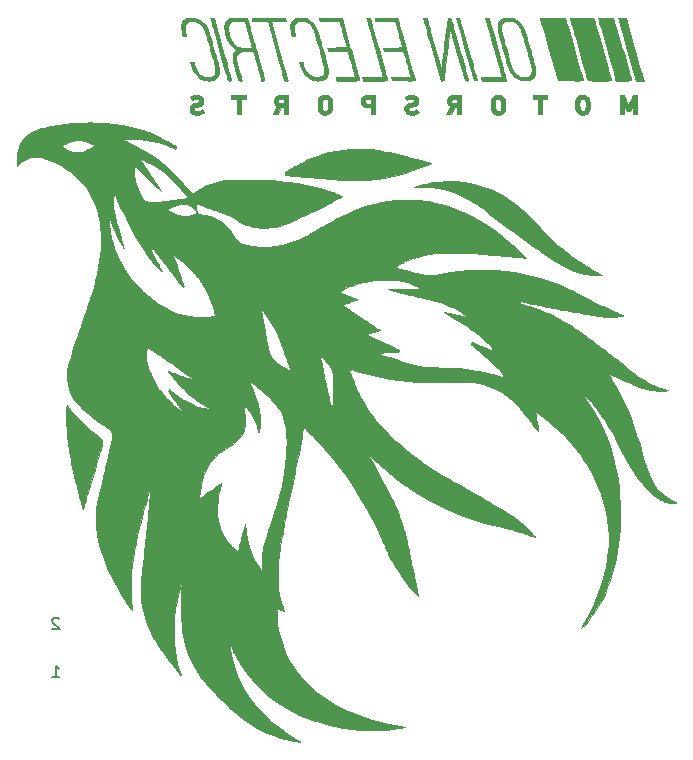
<source format=gbo>
G04 #@! TF.GenerationSoftware,KiCad,Pcbnew,5.1.4-e60b266~84~ubuntu18.04.1*
G04 #@! TF.CreationDate,2019-12-02T22:04:49-05:00*
G04 #@! TF.ProjectId,AIR_control,4149525f-636f-46e7-9472-6f6c2e6b6963,rev?*
G04 #@! TF.SameCoordinates,Original*
G04 #@! TF.FileFunction,Legend,Bot*
G04 #@! TF.FilePolarity,Positive*
%FSLAX46Y46*%
G04 Gerber Fmt 4.6, Leading zero omitted, Abs format (unit mm)*
G04 Created by KiCad (PCBNEW 5.1.4-e60b266~84~ubuntu18.04.1) date 2019-12-02 22:04:49*
%MOMM*%
%LPD*%
G04 APERTURE LIST*
%ADD10C,0.010000*%
%ADD11C,0.150000*%
G04 APERTURE END LIST*
D10*
G36*
X123901925Y-49486868D02*
G01*
X123682681Y-49520299D01*
X123502872Y-49585430D01*
X123361947Y-49682626D01*
X123259356Y-49812251D01*
X123200661Y-49952355D01*
X123178575Y-50073405D01*
X123169518Y-50228671D01*
X123172925Y-50403421D01*
X123188230Y-50582924D01*
X123214867Y-50752448D01*
X123234674Y-50838100D01*
X123281928Y-51015900D01*
X123428598Y-51023581D01*
X123510649Y-51026258D01*
X123552661Y-51021220D01*
X123565181Y-51005449D01*
X123561773Y-50985481D01*
X123512593Y-50805585D01*
X123480993Y-50653954D01*
X123463931Y-50512426D01*
X123458398Y-50368200D01*
X123459177Y-50248853D01*
X123465281Y-50165066D01*
X123479364Y-50101668D01*
X123504078Y-50043489D01*
X123520520Y-50012919D01*
X123600159Y-49906178D01*
X123705016Y-49831348D01*
X123842054Y-49784928D01*
X124016781Y-49763494D01*
X124254766Y-49773411D01*
X124471120Y-49829285D01*
X124665849Y-49931119D01*
X124838959Y-50078918D01*
X124990455Y-50272687D01*
X125120346Y-50512429D01*
X125155790Y-50595013D01*
X125176365Y-50653544D01*
X125208646Y-50755530D01*
X125251067Y-50895393D01*
X125302060Y-51067553D01*
X125360058Y-51266433D01*
X125423494Y-51486452D01*
X125490800Y-51722031D01*
X125560408Y-51967592D01*
X125630752Y-52217555D01*
X125700264Y-52466342D01*
X125767377Y-52708372D01*
X125830523Y-52938068D01*
X125888134Y-53149849D01*
X125938645Y-53338138D01*
X125980486Y-53497354D01*
X126012091Y-53621919D01*
X126031893Y-53706254D01*
X126036737Y-53730761D01*
X126057248Y-53945416D01*
X126039588Y-54126897D01*
X125983560Y-54275776D01*
X125888962Y-54392628D01*
X125780800Y-54465811D01*
X125712809Y-54498765D01*
X125654781Y-54519159D01*
X125591660Y-54529394D01*
X125508388Y-54531872D01*
X125389909Y-54528995D01*
X125385630Y-54528850D01*
X125260530Y-54522890D01*
X125168987Y-54512554D01*
X125093765Y-54494127D01*
X125017626Y-54463893D01*
X124962500Y-54437639D01*
X124781176Y-54320716D01*
X124617165Y-54158279D01*
X124472577Y-53953288D01*
X124349524Y-53708701D01*
X124256159Y-53447950D01*
X124201053Y-53263800D01*
X124063827Y-53263800D01*
X123988092Y-53267664D01*
X123938253Y-53277616D01*
X123926600Y-53286909D01*
X123936144Y-53338067D01*
X123961949Y-53424327D01*
X123999771Y-53534309D01*
X124045370Y-53656636D01*
X124094503Y-53779929D01*
X124142929Y-53892810D01*
X124186406Y-53983900D01*
X124186524Y-53984127D01*
X124280089Y-54136712D01*
X124399982Y-54290743D01*
X124535390Y-54434996D01*
X124675498Y-54558250D01*
X124809493Y-54649282D01*
X124845447Y-54667948D01*
X125063090Y-54749256D01*
X125298083Y-54797581D01*
X125535286Y-54811322D01*
X125759560Y-54788875D01*
X125831600Y-54772335D01*
X126005344Y-54704338D01*
X126141560Y-54602624D01*
X126242681Y-54464841D01*
X126303243Y-54316333D01*
X126327656Y-54190727D01*
X126338030Y-54034211D01*
X126334109Y-53864767D01*
X126315636Y-53700382D01*
X126312314Y-53681214D01*
X126298216Y-53617892D01*
X126271426Y-53511444D01*
X126233539Y-53367494D01*
X126186147Y-53191667D01*
X126130845Y-52989587D01*
X126069227Y-52766877D01*
X126002885Y-52529163D01*
X125933415Y-52282068D01*
X125862409Y-52031217D01*
X125791461Y-51782234D01*
X125722166Y-51540742D01*
X125656117Y-51312367D01*
X125594907Y-51102732D01*
X125540131Y-50917462D01*
X125493382Y-50762181D01*
X125456254Y-50642512D01*
X125430340Y-50564081D01*
X125424440Y-50547995D01*
X125296080Y-50273559D01*
X125138484Y-50036899D01*
X124954208Y-49839797D01*
X124745813Y-49684036D01*
X124515855Y-49571400D01*
X124266894Y-49503671D01*
X124001487Y-49482633D01*
X123901925Y-49486868D01*
X123901925Y-49486868D01*
G37*
X123901925Y-49486868D02*
X123682681Y-49520299D01*
X123502872Y-49585430D01*
X123361947Y-49682626D01*
X123259356Y-49812251D01*
X123200661Y-49952355D01*
X123178575Y-50073405D01*
X123169518Y-50228671D01*
X123172925Y-50403421D01*
X123188230Y-50582924D01*
X123214867Y-50752448D01*
X123234674Y-50838100D01*
X123281928Y-51015900D01*
X123428598Y-51023581D01*
X123510649Y-51026258D01*
X123552661Y-51021220D01*
X123565181Y-51005449D01*
X123561773Y-50985481D01*
X123512593Y-50805585D01*
X123480993Y-50653954D01*
X123463931Y-50512426D01*
X123458398Y-50368200D01*
X123459177Y-50248853D01*
X123465281Y-50165066D01*
X123479364Y-50101668D01*
X123504078Y-50043489D01*
X123520520Y-50012919D01*
X123600159Y-49906178D01*
X123705016Y-49831348D01*
X123842054Y-49784928D01*
X124016781Y-49763494D01*
X124254766Y-49773411D01*
X124471120Y-49829285D01*
X124665849Y-49931119D01*
X124838959Y-50078918D01*
X124990455Y-50272687D01*
X125120346Y-50512429D01*
X125155790Y-50595013D01*
X125176365Y-50653544D01*
X125208646Y-50755530D01*
X125251067Y-50895393D01*
X125302060Y-51067553D01*
X125360058Y-51266433D01*
X125423494Y-51486452D01*
X125490800Y-51722031D01*
X125560408Y-51967592D01*
X125630752Y-52217555D01*
X125700264Y-52466342D01*
X125767377Y-52708372D01*
X125830523Y-52938068D01*
X125888134Y-53149849D01*
X125938645Y-53338138D01*
X125980486Y-53497354D01*
X126012091Y-53621919D01*
X126031893Y-53706254D01*
X126036737Y-53730761D01*
X126057248Y-53945416D01*
X126039588Y-54126897D01*
X125983560Y-54275776D01*
X125888962Y-54392628D01*
X125780800Y-54465811D01*
X125712809Y-54498765D01*
X125654781Y-54519159D01*
X125591660Y-54529394D01*
X125508388Y-54531872D01*
X125389909Y-54528995D01*
X125385630Y-54528850D01*
X125260530Y-54522890D01*
X125168987Y-54512554D01*
X125093765Y-54494127D01*
X125017626Y-54463893D01*
X124962500Y-54437639D01*
X124781176Y-54320716D01*
X124617165Y-54158279D01*
X124472577Y-53953288D01*
X124349524Y-53708701D01*
X124256159Y-53447950D01*
X124201053Y-53263800D01*
X124063827Y-53263800D01*
X123988092Y-53267664D01*
X123938253Y-53277616D01*
X123926600Y-53286909D01*
X123936144Y-53338067D01*
X123961949Y-53424327D01*
X123999771Y-53534309D01*
X124045370Y-53656636D01*
X124094503Y-53779929D01*
X124142929Y-53892810D01*
X124186406Y-53983900D01*
X124186524Y-53984127D01*
X124280089Y-54136712D01*
X124399982Y-54290743D01*
X124535390Y-54434996D01*
X124675498Y-54558250D01*
X124809493Y-54649282D01*
X124845447Y-54667948D01*
X125063090Y-54749256D01*
X125298083Y-54797581D01*
X125535286Y-54811322D01*
X125759560Y-54788875D01*
X125831600Y-54772335D01*
X126005344Y-54704338D01*
X126141560Y-54602624D01*
X126242681Y-54464841D01*
X126303243Y-54316333D01*
X126327656Y-54190727D01*
X126338030Y-54034211D01*
X126334109Y-53864767D01*
X126315636Y-53700382D01*
X126312314Y-53681214D01*
X126298216Y-53617892D01*
X126271426Y-53511444D01*
X126233539Y-53367494D01*
X126186147Y-53191667D01*
X126130845Y-52989587D01*
X126069227Y-52766877D01*
X126002885Y-52529163D01*
X125933415Y-52282068D01*
X125862409Y-52031217D01*
X125791461Y-51782234D01*
X125722166Y-51540742D01*
X125656117Y-51312367D01*
X125594907Y-51102732D01*
X125540131Y-50917462D01*
X125493382Y-50762181D01*
X125456254Y-50642512D01*
X125430340Y-50564081D01*
X125424440Y-50547995D01*
X125296080Y-50273559D01*
X125138484Y-50036899D01*
X124954208Y-49839797D01*
X124745813Y-49684036D01*
X124515855Y-49571400D01*
X124266894Y-49503671D01*
X124001487Y-49482633D01*
X123901925Y-49486868D01*
G36*
X125637856Y-49493223D02*
G01*
X125628400Y-49512443D01*
X125635153Y-49541320D01*
X125654809Y-49615837D01*
X125686467Y-49732747D01*
X125729225Y-49888801D01*
X125782182Y-50080752D01*
X125844436Y-50305351D01*
X125915084Y-50559352D01*
X125993226Y-50839505D01*
X126077959Y-51142563D01*
X126168381Y-51465279D01*
X126263592Y-51804404D01*
X126353378Y-52123620D01*
X126452385Y-52475374D01*
X126547671Y-52814014D01*
X126638312Y-53136255D01*
X126723385Y-53438815D01*
X126801969Y-53718408D01*
X126873141Y-53971750D01*
X126935979Y-54195557D01*
X126989559Y-54386544D01*
X127032961Y-54541427D01*
X127065260Y-54656922D01*
X127085536Y-54729745D01*
X127092731Y-54756050D01*
X127106968Y-54789216D01*
X127137215Y-54806381D01*
X127197120Y-54812605D01*
X127246808Y-54813200D01*
X127326239Y-54811760D01*
X127365870Y-54804079D01*
X127376690Y-54785117D01*
X127371355Y-54756050D01*
X127362531Y-54724261D01*
X127340852Y-54646841D01*
X127307235Y-54527055D01*
X127262600Y-54368168D01*
X127207865Y-54173446D01*
X127143948Y-53946153D01*
X127071767Y-53689556D01*
X126992242Y-53406919D01*
X126906289Y-53101508D01*
X126814829Y-52776589D01*
X126718779Y-52435426D01*
X126623032Y-52095400D01*
X125889862Y-49491900D01*
X125759131Y-49484222D01*
X125678221Y-49483071D01*
X125637856Y-49493223D01*
X125637856Y-49493223D01*
G37*
X125637856Y-49493223D02*
X125628400Y-49512443D01*
X125635153Y-49541320D01*
X125654809Y-49615837D01*
X125686467Y-49732747D01*
X125729225Y-49888801D01*
X125782182Y-50080752D01*
X125844436Y-50305351D01*
X125915084Y-50559352D01*
X125993226Y-50839505D01*
X126077959Y-51142563D01*
X126168381Y-51465279D01*
X126263592Y-51804404D01*
X126353378Y-52123620D01*
X126452385Y-52475374D01*
X126547671Y-52814014D01*
X126638312Y-53136255D01*
X126723385Y-53438815D01*
X126801969Y-53718408D01*
X126873141Y-53971750D01*
X126935979Y-54195557D01*
X126989559Y-54386544D01*
X127032961Y-54541427D01*
X127065260Y-54656922D01*
X127085536Y-54729745D01*
X127092731Y-54756050D01*
X127106968Y-54789216D01*
X127137215Y-54806381D01*
X127197120Y-54812605D01*
X127246808Y-54813200D01*
X127326239Y-54811760D01*
X127365870Y-54804079D01*
X127376690Y-54785117D01*
X127371355Y-54756050D01*
X127362531Y-54724261D01*
X127340852Y-54646841D01*
X127307235Y-54527055D01*
X127262600Y-54368168D01*
X127207865Y-54173446D01*
X127143948Y-53946153D01*
X127071767Y-53689556D01*
X126992242Y-53406919D01*
X126906289Y-53101508D01*
X126814829Y-52776589D01*
X126718779Y-52435426D01*
X126623032Y-52095400D01*
X125889862Y-49491900D01*
X125759131Y-49484222D01*
X125678221Y-49483071D01*
X125637856Y-49493223D01*
G36*
X128229254Y-49483094D02*
G01*
X128049596Y-49485131D01*
X128047750Y-49485157D01*
X127835020Y-49488639D01*
X127666539Y-49492653D01*
X127535760Y-49497642D01*
X127436134Y-49504050D01*
X127361109Y-49512322D01*
X127304139Y-49522901D01*
X127258672Y-49536230D01*
X127250612Y-49539179D01*
X127093579Y-49623344D01*
X126963905Y-49743331D01*
X126871859Y-49889620D01*
X126871313Y-49890845D01*
X126830715Y-50028070D01*
X126811935Y-50200369D01*
X126814857Y-50396993D01*
X126839360Y-50607197D01*
X126881451Y-50805606D01*
X126988310Y-51149695D01*
X127117347Y-51448103D01*
X127268583Y-51700861D01*
X127442036Y-51908002D01*
X127637727Y-52069558D01*
X127711200Y-52115180D01*
X127776900Y-52152865D01*
X127821228Y-52178401D01*
X127831899Y-52184635D01*
X127819390Y-52203431D01*
X127780423Y-52248277D01*
X127733095Y-52299220D01*
X127642727Y-52405092D01*
X127581309Y-52508075D01*
X127544161Y-52621773D01*
X127526602Y-52759793D01*
X127523598Y-52908200D01*
X127524854Y-52984712D01*
X127528086Y-53053347D01*
X127534764Y-53120973D01*
X127546358Y-53194456D01*
X127564336Y-53280663D01*
X127590168Y-53386460D01*
X127625321Y-53518714D01*
X127671267Y-53684293D01*
X127729473Y-53890062D01*
X127746400Y-53949600D01*
X127800906Y-54141109D01*
X127851364Y-54318198D01*
X127895987Y-54474603D01*
X127932987Y-54604064D01*
X127960573Y-54700319D01*
X127976958Y-54757106D01*
X127980394Y-54768750D01*
X127999796Y-54795652D01*
X128044814Y-54809278D01*
X128127611Y-54813194D01*
X128132012Y-54813200D01*
X128208003Y-54811237D01*
X128258121Y-54806182D01*
X128270000Y-54801410D01*
X128263370Y-54774967D01*
X128244581Y-54705599D01*
X128215286Y-54599266D01*
X128177137Y-54461929D01*
X128131789Y-54299548D01*
X128080894Y-54118086D01*
X128053938Y-54022260D01*
X127999098Y-53825440D01*
X127947795Y-53637430D01*
X127901979Y-53465680D01*
X127863603Y-53317643D01*
X127834617Y-53200769D01*
X127816972Y-53122509D01*
X127813704Y-53104799D01*
X127802558Y-52909765D01*
X127835217Y-52738853D01*
X127911005Y-52593544D01*
X128029246Y-52475317D01*
X128129473Y-52413218D01*
X128182650Y-52386659D01*
X128229267Y-52366954D01*
X128278141Y-52352920D01*
X128338087Y-52343377D01*
X128417920Y-52337143D01*
X128526455Y-52333038D01*
X128672509Y-52329881D01*
X128763489Y-52328268D01*
X129247900Y-52319837D01*
X129551106Y-53407768D01*
X129616012Y-53640415D01*
X129678319Y-53863286D01*
X129736363Y-54070465D01*
X129788482Y-54256036D01*
X129833013Y-54414083D01*
X129868292Y-54538689D01*
X129892656Y-54623940D01*
X129901556Y-54654450D01*
X129948801Y-54813200D01*
X130074601Y-54813200D01*
X130154650Y-54808860D01*
X130193288Y-54794109D01*
X130200400Y-54775994D01*
X130193649Y-54746973D01*
X130173990Y-54672285D01*
X130142318Y-54555154D01*
X130099527Y-54398801D01*
X130046512Y-54206451D01*
X129984167Y-53981326D01*
X129913385Y-53726648D01*
X129835062Y-53445641D01*
X129750091Y-53141527D01*
X129659366Y-52817529D01*
X129563782Y-52476870D01*
X129464233Y-52122773D01*
X129463800Y-52121236D01*
X129438820Y-52032432D01*
X129159000Y-52032432D01*
X129134973Y-52036419D01*
X129068382Y-52039858D01*
X128967461Y-52042517D01*
X128840445Y-52044165D01*
X128725865Y-52044600D01*
X128511056Y-52042061D01*
X128339640Y-52034130D01*
X128204444Y-52020333D01*
X128115126Y-52004205D01*
X127912371Y-51935791D01*
X127731596Y-51826987D01*
X127571645Y-51676344D01*
X127431363Y-51482411D01*
X127309594Y-51243739D01*
X127205183Y-50958876D01*
X127161406Y-50807232D01*
X127107828Y-50556396D01*
X127090711Y-50340826D01*
X127110074Y-50160393D01*
X127165935Y-50014972D01*
X127258312Y-49904434D01*
X127298952Y-49874175D01*
X127366001Y-49835776D01*
X127440257Y-49806682D01*
X127529662Y-49785712D01*
X127642163Y-49771682D01*
X127785702Y-49763410D01*
X127968225Y-49759715D01*
X128071439Y-49759220D01*
X128233602Y-49759410D01*
X128352051Y-49760941D01*
X128433867Y-49764485D01*
X128486130Y-49770712D01*
X128515921Y-49780292D01*
X128530322Y-49793897D01*
X128534160Y-49803050D01*
X128547074Y-49847262D01*
X128571254Y-49931921D01*
X128605034Y-50051079D01*
X128646746Y-50198786D01*
X128694722Y-50369091D01*
X128747296Y-50556046D01*
X128802798Y-50753700D01*
X128859562Y-50956104D01*
X128915921Y-51157309D01*
X128970206Y-51351365D01*
X129020751Y-51532322D01*
X129065887Y-51694231D01*
X129103947Y-51831142D01*
X129133264Y-51937105D01*
X129152171Y-52006172D01*
X129158999Y-52032391D01*
X129159000Y-52032432D01*
X129438820Y-52032432D01*
X129364326Y-51767617D01*
X129268804Y-51427799D01*
X129178127Y-51104969D01*
X129093187Y-50802313D01*
X129014875Y-50523016D01*
X128944084Y-50270265D01*
X128881705Y-50047245D01*
X128828630Y-49857143D01*
X128785750Y-49703145D01*
X128753958Y-49588436D01*
X128734144Y-49516204D01*
X128727202Y-49489633D01*
X128727200Y-49489598D01*
X128702901Y-49486216D01*
X128634383Y-49483831D01*
X128528220Y-49482487D01*
X128390986Y-49482227D01*
X128229254Y-49483094D01*
X128229254Y-49483094D01*
G37*
X128229254Y-49483094D02*
X128049596Y-49485131D01*
X128047750Y-49485157D01*
X127835020Y-49488639D01*
X127666539Y-49492653D01*
X127535760Y-49497642D01*
X127436134Y-49504050D01*
X127361109Y-49512322D01*
X127304139Y-49522901D01*
X127258672Y-49536230D01*
X127250612Y-49539179D01*
X127093579Y-49623344D01*
X126963905Y-49743331D01*
X126871859Y-49889620D01*
X126871313Y-49890845D01*
X126830715Y-50028070D01*
X126811935Y-50200369D01*
X126814857Y-50396993D01*
X126839360Y-50607197D01*
X126881451Y-50805606D01*
X126988310Y-51149695D01*
X127117347Y-51448103D01*
X127268583Y-51700861D01*
X127442036Y-51908002D01*
X127637727Y-52069558D01*
X127711200Y-52115180D01*
X127776900Y-52152865D01*
X127821228Y-52178401D01*
X127831899Y-52184635D01*
X127819390Y-52203431D01*
X127780423Y-52248277D01*
X127733095Y-52299220D01*
X127642727Y-52405092D01*
X127581309Y-52508075D01*
X127544161Y-52621773D01*
X127526602Y-52759793D01*
X127523598Y-52908200D01*
X127524854Y-52984712D01*
X127528086Y-53053347D01*
X127534764Y-53120973D01*
X127546358Y-53194456D01*
X127564336Y-53280663D01*
X127590168Y-53386460D01*
X127625321Y-53518714D01*
X127671267Y-53684293D01*
X127729473Y-53890062D01*
X127746400Y-53949600D01*
X127800906Y-54141109D01*
X127851364Y-54318198D01*
X127895987Y-54474603D01*
X127932987Y-54604064D01*
X127960573Y-54700319D01*
X127976958Y-54757106D01*
X127980394Y-54768750D01*
X127999796Y-54795652D01*
X128044814Y-54809278D01*
X128127611Y-54813194D01*
X128132012Y-54813200D01*
X128208003Y-54811237D01*
X128258121Y-54806182D01*
X128270000Y-54801410D01*
X128263370Y-54774967D01*
X128244581Y-54705599D01*
X128215286Y-54599266D01*
X128177137Y-54461929D01*
X128131789Y-54299548D01*
X128080894Y-54118086D01*
X128053938Y-54022260D01*
X127999098Y-53825440D01*
X127947795Y-53637430D01*
X127901979Y-53465680D01*
X127863603Y-53317643D01*
X127834617Y-53200769D01*
X127816972Y-53122509D01*
X127813704Y-53104799D01*
X127802558Y-52909765D01*
X127835217Y-52738853D01*
X127911005Y-52593544D01*
X128029246Y-52475317D01*
X128129473Y-52413218D01*
X128182650Y-52386659D01*
X128229267Y-52366954D01*
X128278141Y-52352920D01*
X128338087Y-52343377D01*
X128417920Y-52337143D01*
X128526455Y-52333038D01*
X128672509Y-52329881D01*
X128763489Y-52328268D01*
X129247900Y-52319837D01*
X129551106Y-53407768D01*
X129616012Y-53640415D01*
X129678319Y-53863286D01*
X129736363Y-54070465D01*
X129788482Y-54256036D01*
X129833013Y-54414083D01*
X129868292Y-54538689D01*
X129892656Y-54623940D01*
X129901556Y-54654450D01*
X129948801Y-54813200D01*
X130074601Y-54813200D01*
X130154650Y-54808860D01*
X130193288Y-54794109D01*
X130200400Y-54775994D01*
X130193649Y-54746973D01*
X130173990Y-54672285D01*
X130142318Y-54555154D01*
X130099527Y-54398801D01*
X130046512Y-54206451D01*
X129984167Y-53981326D01*
X129913385Y-53726648D01*
X129835062Y-53445641D01*
X129750091Y-53141527D01*
X129659366Y-52817529D01*
X129563782Y-52476870D01*
X129464233Y-52122773D01*
X129463800Y-52121236D01*
X129438820Y-52032432D01*
X129159000Y-52032432D01*
X129134973Y-52036419D01*
X129068382Y-52039858D01*
X128967461Y-52042517D01*
X128840445Y-52044165D01*
X128725865Y-52044600D01*
X128511056Y-52042061D01*
X128339640Y-52034130D01*
X128204444Y-52020333D01*
X128115126Y-52004205D01*
X127912371Y-51935791D01*
X127731596Y-51826987D01*
X127571645Y-51676344D01*
X127431363Y-51482411D01*
X127309594Y-51243739D01*
X127205183Y-50958876D01*
X127161406Y-50807232D01*
X127107828Y-50556396D01*
X127090711Y-50340826D01*
X127110074Y-50160393D01*
X127165935Y-50014972D01*
X127258312Y-49904434D01*
X127298952Y-49874175D01*
X127366001Y-49835776D01*
X127440257Y-49806682D01*
X127529662Y-49785712D01*
X127642163Y-49771682D01*
X127785702Y-49763410D01*
X127968225Y-49759715D01*
X128071439Y-49759220D01*
X128233602Y-49759410D01*
X128352051Y-49760941D01*
X128433867Y-49764485D01*
X128486130Y-49770712D01*
X128515921Y-49780292D01*
X128530322Y-49793897D01*
X128534160Y-49803050D01*
X128547074Y-49847262D01*
X128571254Y-49931921D01*
X128605034Y-50051079D01*
X128646746Y-50198786D01*
X128694722Y-50369091D01*
X128747296Y-50556046D01*
X128802798Y-50753700D01*
X128859562Y-50956104D01*
X128915921Y-51157309D01*
X128970206Y-51351365D01*
X129020751Y-51532322D01*
X129065887Y-51694231D01*
X129103947Y-51831142D01*
X129133264Y-51937105D01*
X129152171Y-52006172D01*
X129158999Y-52032391D01*
X129159000Y-52032432D01*
X129438820Y-52032432D01*
X129364326Y-51767617D01*
X129268804Y-51427799D01*
X129178127Y-51104969D01*
X129093187Y-50802313D01*
X129014875Y-50523016D01*
X128944084Y-50270265D01*
X128881705Y-50047245D01*
X128828630Y-49857143D01*
X128785750Y-49703145D01*
X128753958Y-49588436D01*
X128734144Y-49516204D01*
X128727202Y-49489633D01*
X128727200Y-49489598D01*
X128702901Y-49486216D01*
X128634383Y-49483831D01*
X128528220Y-49482487D01*
X128390986Y-49482227D01*
X128229254Y-49483094D01*
G36*
X130254702Y-49479341D02*
G01*
X130008338Y-49479748D01*
X129782395Y-49480394D01*
X129581439Y-49481254D01*
X129410038Y-49482300D01*
X129272756Y-49483507D01*
X129174160Y-49484848D01*
X129118817Y-49486297D01*
X129108200Y-49487289D01*
X129114815Y-49514059D01*
X129131825Y-49574275D01*
X129147156Y-49626555D01*
X129186111Y-49757731D01*
X129824347Y-49764515D01*
X130462583Y-49771300D01*
X131152657Y-52222400D01*
X131249318Y-52565807D01*
X131342299Y-52896287D01*
X131430648Y-53210446D01*
X131513411Y-53504888D01*
X131589637Y-53776221D01*
X131658372Y-54021050D01*
X131718663Y-54235979D01*
X131769559Y-54417616D01*
X131810105Y-54562565D01*
X131839351Y-54667433D01*
X131856342Y-54728825D01*
X131860250Y-54743350D01*
X131874219Y-54783554D01*
X131899496Y-54804379D01*
X131950259Y-54812144D01*
X132016984Y-54813200D01*
X132093293Y-54812152D01*
X132143721Y-54809451D01*
X132155876Y-54806850D01*
X132149095Y-54782051D01*
X132129450Y-54711595D01*
X132097850Y-54598718D01*
X132055206Y-54446659D01*
X132002428Y-54258656D01*
X131940425Y-54037948D01*
X131870108Y-53787774D01*
X131792385Y-53511371D01*
X131708169Y-53211977D01*
X131618367Y-52892832D01*
X131523891Y-52557173D01*
X131447517Y-52285900D01*
X130739483Y-49771300D01*
X131374190Y-49764508D01*
X131572877Y-49762005D01*
X131726077Y-49759026D01*
X131839106Y-49755207D01*
X131917277Y-49750178D01*
X131965904Y-49743574D01*
X131990300Y-49735029D01*
X131995780Y-49724174D01*
X131995055Y-49721647D01*
X131979902Y-49675108D01*
X131959299Y-49603876D01*
X131953428Y-49582388D01*
X131925642Y-49479200D01*
X130516921Y-49479200D01*
X130254702Y-49479341D01*
X130254702Y-49479341D01*
G37*
X130254702Y-49479341D02*
X130008338Y-49479748D01*
X129782395Y-49480394D01*
X129581439Y-49481254D01*
X129410038Y-49482300D01*
X129272756Y-49483507D01*
X129174160Y-49484848D01*
X129118817Y-49486297D01*
X129108200Y-49487289D01*
X129114815Y-49514059D01*
X129131825Y-49574275D01*
X129147156Y-49626555D01*
X129186111Y-49757731D01*
X129824347Y-49764515D01*
X130462583Y-49771300D01*
X131152657Y-52222400D01*
X131249318Y-52565807D01*
X131342299Y-52896287D01*
X131430648Y-53210446D01*
X131513411Y-53504888D01*
X131589637Y-53776221D01*
X131658372Y-54021050D01*
X131718663Y-54235979D01*
X131769559Y-54417616D01*
X131810105Y-54562565D01*
X131839351Y-54667433D01*
X131856342Y-54728825D01*
X131860250Y-54743350D01*
X131874219Y-54783554D01*
X131899496Y-54804379D01*
X131950259Y-54812144D01*
X132016984Y-54813200D01*
X132093293Y-54812152D01*
X132143721Y-54809451D01*
X132155876Y-54806850D01*
X132149095Y-54782051D01*
X132129450Y-54711595D01*
X132097850Y-54598718D01*
X132055206Y-54446659D01*
X132002428Y-54258656D01*
X131940425Y-54037948D01*
X131870108Y-53787774D01*
X131792385Y-53511371D01*
X131708169Y-53211977D01*
X131618367Y-52892832D01*
X131523891Y-52557173D01*
X131447517Y-52285900D01*
X130739483Y-49771300D01*
X131374190Y-49764508D01*
X131572877Y-49762005D01*
X131726077Y-49759026D01*
X131839106Y-49755207D01*
X131917277Y-49750178D01*
X131965904Y-49743574D01*
X131990300Y-49735029D01*
X131995780Y-49724174D01*
X131995055Y-49721647D01*
X131979902Y-49675108D01*
X131959299Y-49603876D01*
X131953428Y-49582388D01*
X131925642Y-49479200D01*
X130516921Y-49479200D01*
X130254702Y-49479341D01*
G36*
X133103976Y-49493181D02*
G01*
X133010076Y-49496466D01*
X132939963Y-49505137D01*
X132880132Y-49521519D01*
X132817080Y-49547935D01*
X132762485Y-49574284D01*
X132612744Y-49672567D01*
X132500440Y-49801979D01*
X132425418Y-49963238D01*
X132387521Y-50157060D01*
X132386595Y-50384164D01*
X132422482Y-50645267D01*
X132478533Y-50882550D01*
X132518495Y-51028600D01*
X132654848Y-51028600D01*
X132730321Y-51026106D01*
X132779837Y-51019687D01*
X132791200Y-51013781D01*
X132785414Y-50983783D01*
X132770066Y-50917497D01*
X132748178Y-50827853D01*
X132742270Y-50804231D01*
X132692953Y-50572946D01*
X132671828Y-50379030D01*
X132679393Y-50217269D01*
X132716143Y-50082446D01*
X132782576Y-49969345D01*
X132826468Y-49919921D01*
X132917196Y-49844086D01*
X133016960Y-49794519D01*
X133136969Y-49768100D01*
X133288434Y-49761710D01*
X133382435Y-49765217D01*
X133510760Y-49775945D01*
X133609668Y-49794690D01*
X133700457Y-49826511D01*
X133763435Y-49855730D01*
X133945252Y-49972874D01*
X134110033Y-50134658D01*
X134254274Y-50336754D01*
X134374472Y-50574837D01*
X134402241Y-50644446D01*
X134421255Y-50701136D01*
X134452144Y-50801109D01*
X134493297Y-50938670D01*
X134543103Y-51108124D01*
X134599950Y-51303777D01*
X134662226Y-51519935D01*
X134728320Y-51750903D01*
X134796622Y-51990986D01*
X134865518Y-52234490D01*
X134933398Y-52475721D01*
X134998650Y-52708984D01*
X135059663Y-52928585D01*
X135114826Y-53128829D01*
X135162526Y-53304021D01*
X135201152Y-53448467D01*
X135229094Y-53556473D01*
X135244115Y-53619400D01*
X135263792Y-53736659D01*
X135276778Y-53862826D01*
X135279818Y-53936900D01*
X135264238Y-54124349D01*
X135215585Y-54274540D01*
X135132209Y-54389024D01*
X135012459Y-54469353D01*
X134854685Y-54517078D01*
X134657235Y-54533752D01*
X134644852Y-54533800D01*
X134414991Y-54511751D01*
X134207159Y-54445299D01*
X134020851Y-54333982D01*
X133855560Y-54177341D01*
X133710779Y-53974915D01*
X133586004Y-53726243D01*
X133499829Y-53492400D01*
X133430508Y-53276500D01*
X133288654Y-53268882D01*
X133211541Y-53266630D01*
X133160022Y-53268743D01*
X133146800Y-53272941D01*
X133154176Y-53300553D01*
X133174031Y-53365429D01*
X133202953Y-53456583D01*
X133224067Y-53521859D01*
X133346857Y-53840775D01*
X133492759Y-54114459D01*
X133661769Y-54342909D01*
X133853886Y-54526121D01*
X134069107Y-54664095D01*
X134307429Y-54756827D01*
X134568850Y-54804316D01*
X134734300Y-54811110D01*
X134849647Y-54806368D01*
X134962050Y-54795152D01*
X135048430Y-54779813D01*
X135053056Y-54778605D01*
X135229971Y-54708037D01*
X135371070Y-54601479D01*
X135476213Y-54459059D01*
X135522767Y-54354255D01*
X135546860Y-54248832D01*
X135559759Y-54108975D01*
X135561414Y-53949809D01*
X135551778Y-53786462D01*
X135530801Y-53634061D01*
X135525170Y-53605892D01*
X135511282Y-53548684D01*
X135485046Y-53448411D01*
X135448079Y-53310850D01*
X135402003Y-53141779D01*
X135348437Y-52946974D01*
X135288999Y-52732213D01*
X135225310Y-52503274D01*
X135158989Y-52265932D01*
X135091656Y-52025966D01*
X135024930Y-51789152D01*
X134960430Y-51561268D01*
X134899776Y-51348091D01*
X134844587Y-51155397D01*
X134796484Y-50988964D01*
X134757085Y-50854569D01*
X134728010Y-50757990D01*
X134717239Y-50723800D01*
X134599977Y-50425460D01*
X134454672Y-50163978D01*
X134283187Y-49941536D01*
X134087382Y-49760315D01*
X133869121Y-49622496D01*
X133723787Y-49559963D01*
X133634368Y-49530321D01*
X133552952Y-49510909D01*
X133464101Y-49499611D01*
X133352377Y-49494309D01*
X133235166Y-49492959D01*
X133103976Y-49493181D01*
X133103976Y-49493181D01*
G37*
X133103976Y-49493181D02*
X133010076Y-49496466D01*
X132939963Y-49505137D01*
X132880132Y-49521519D01*
X132817080Y-49547935D01*
X132762485Y-49574284D01*
X132612744Y-49672567D01*
X132500440Y-49801979D01*
X132425418Y-49963238D01*
X132387521Y-50157060D01*
X132386595Y-50384164D01*
X132422482Y-50645267D01*
X132478533Y-50882550D01*
X132518495Y-51028600D01*
X132654848Y-51028600D01*
X132730321Y-51026106D01*
X132779837Y-51019687D01*
X132791200Y-51013781D01*
X132785414Y-50983783D01*
X132770066Y-50917497D01*
X132748178Y-50827853D01*
X132742270Y-50804231D01*
X132692953Y-50572946D01*
X132671828Y-50379030D01*
X132679393Y-50217269D01*
X132716143Y-50082446D01*
X132782576Y-49969345D01*
X132826468Y-49919921D01*
X132917196Y-49844086D01*
X133016960Y-49794519D01*
X133136969Y-49768100D01*
X133288434Y-49761710D01*
X133382435Y-49765217D01*
X133510760Y-49775945D01*
X133609668Y-49794690D01*
X133700457Y-49826511D01*
X133763435Y-49855730D01*
X133945252Y-49972874D01*
X134110033Y-50134658D01*
X134254274Y-50336754D01*
X134374472Y-50574837D01*
X134402241Y-50644446D01*
X134421255Y-50701136D01*
X134452144Y-50801109D01*
X134493297Y-50938670D01*
X134543103Y-51108124D01*
X134599950Y-51303777D01*
X134662226Y-51519935D01*
X134728320Y-51750903D01*
X134796622Y-51990986D01*
X134865518Y-52234490D01*
X134933398Y-52475721D01*
X134998650Y-52708984D01*
X135059663Y-52928585D01*
X135114826Y-53128829D01*
X135162526Y-53304021D01*
X135201152Y-53448467D01*
X135229094Y-53556473D01*
X135244115Y-53619400D01*
X135263792Y-53736659D01*
X135276778Y-53862826D01*
X135279818Y-53936900D01*
X135264238Y-54124349D01*
X135215585Y-54274540D01*
X135132209Y-54389024D01*
X135012459Y-54469353D01*
X134854685Y-54517078D01*
X134657235Y-54533752D01*
X134644852Y-54533800D01*
X134414991Y-54511751D01*
X134207159Y-54445299D01*
X134020851Y-54333982D01*
X133855560Y-54177341D01*
X133710779Y-53974915D01*
X133586004Y-53726243D01*
X133499829Y-53492400D01*
X133430508Y-53276500D01*
X133288654Y-53268882D01*
X133211541Y-53266630D01*
X133160022Y-53268743D01*
X133146800Y-53272941D01*
X133154176Y-53300553D01*
X133174031Y-53365429D01*
X133202953Y-53456583D01*
X133224067Y-53521859D01*
X133346857Y-53840775D01*
X133492759Y-54114459D01*
X133661769Y-54342909D01*
X133853886Y-54526121D01*
X134069107Y-54664095D01*
X134307429Y-54756827D01*
X134568850Y-54804316D01*
X134734300Y-54811110D01*
X134849647Y-54806368D01*
X134962050Y-54795152D01*
X135048430Y-54779813D01*
X135053056Y-54778605D01*
X135229971Y-54708037D01*
X135371070Y-54601479D01*
X135476213Y-54459059D01*
X135522767Y-54354255D01*
X135546860Y-54248832D01*
X135559759Y-54108975D01*
X135561414Y-53949809D01*
X135551778Y-53786462D01*
X135530801Y-53634061D01*
X135525170Y-53605892D01*
X135511282Y-53548684D01*
X135485046Y-53448411D01*
X135448079Y-53310850D01*
X135402003Y-53141779D01*
X135348437Y-52946974D01*
X135288999Y-52732213D01*
X135225310Y-52503274D01*
X135158989Y-52265932D01*
X135091656Y-52025966D01*
X135024930Y-51789152D01*
X134960430Y-51561268D01*
X134899776Y-51348091D01*
X134844587Y-51155397D01*
X134796484Y-50988964D01*
X134757085Y-50854569D01*
X134728010Y-50757990D01*
X134717239Y-50723800D01*
X134599977Y-50425460D01*
X134454672Y-50163978D01*
X134283187Y-49941536D01*
X134087382Y-49760315D01*
X133869121Y-49622496D01*
X133723787Y-49559963D01*
X133634368Y-49530321D01*
X133552952Y-49510909D01*
X133464101Y-49499611D01*
X133352377Y-49494309D01*
X133235166Y-49492959D01*
X133103976Y-49493181D01*
G36*
X135504275Y-49479809D02*
G01*
X135274515Y-49481659D01*
X135093199Y-49484782D01*
X134959159Y-49489211D01*
X134871224Y-49494979D01*
X134828224Y-49502118D01*
X134823200Y-49506052D01*
X134829029Y-49545443D01*
X134843722Y-49613343D01*
X134851616Y-49645752D01*
X134880031Y-49758599D01*
X135714732Y-49758600D01*
X136549433Y-49758600D01*
X136566905Y-49828450D01*
X136577360Y-49867206D01*
X136600100Y-49949417D01*
X136633603Y-50069650D01*
X136676348Y-50222470D01*
X136726815Y-50402446D01*
X136783482Y-50604143D01*
X136844828Y-50822128D01*
X136881536Y-50952400D01*
X137178695Y-52006500D01*
X136356548Y-52013197D01*
X136108061Y-52015829D01*
X135907799Y-52019343D01*
X135753191Y-52023850D01*
X135641667Y-52029458D01*
X135570658Y-52036279D01*
X135537593Y-52044421D01*
X135534400Y-52048350D01*
X135541260Y-52089457D01*
X135558290Y-52156035D01*
X135563821Y-52175003D01*
X135593242Y-52273200D01*
X137253658Y-52273200D01*
X137401838Y-52800250D01*
X137455412Y-52990776D01*
X137517880Y-53212890D01*
X137584374Y-53449283D01*
X137650024Y-53682643D01*
X137709961Y-53895658D01*
X137717993Y-53924200D01*
X137885968Y-54521100D01*
X137065784Y-54527797D01*
X136803351Y-54530747D01*
X136591550Y-54534901D01*
X136430229Y-54540266D01*
X136319234Y-54546848D01*
X136258412Y-54554654D01*
X136245600Y-54560999D01*
X136251425Y-54600161D01*
X136266110Y-54667906D01*
X136274016Y-54700352D01*
X136302431Y-54813200D01*
X137264616Y-54813200D01*
X137522461Y-54812845D01*
X137733340Y-54811700D01*
X137901082Y-54809637D01*
X138029516Y-54806532D01*
X138122472Y-54802260D01*
X138183779Y-54796696D01*
X138217266Y-54789714D01*
X138226800Y-54781748D01*
X138220054Y-54753529D01*
X138200408Y-54679619D01*
X138168754Y-54563221D01*
X138125980Y-54407538D01*
X138072977Y-54215772D01*
X138010637Y-53991126D01*
X137939847Y-53736803D01*
X137861500Y-53456003D01*
X137776484Y-53151931D01*
X137685691Y-52827789D01*
X137590011Y-52486779D01*
X137490333Y-52132103D01*
X137485451Y-52114748D01*
X136744102Y-49479200D01*
X135783651Y-49479200D01*
X135504275Y-49479809D01*
X135504275Y-49479809D01*
G37*
X135504275Y-49479809D02*
X135274515Y-49481659D01*
X135093199Y-49484782D01*
X134959159Y-49489211D01*
X134871224Y-49494979D01*
X134828224Y-49502118D01*
X134823200Y-49506052D01*
X134829029Y-49545443D01*
X134843722Y-49613343D01*
X134851616Y-49645752D01*
X134880031Y-49758599D01*
X135714732Y-49758600D01*
X136549433Y-49758600D01*
X136566905Y-49828450D01*
X136577360Y-49867206D01*
X136600100Y-49949417D01*
X136633603Y-50069650D01*
X136676348Y-50222470D01*
X136726815Y-50402446D01*
X136783482Y-50604143D01*
X136844828Y-50822128D01*
X136881536Y-50952400D01*
X137178695Y-52006500D01*
X136356548Y-52013197D01*
X136108061Y-52015829D01*
X135907799Y-52019343D01*
X135753191Y-52023850D01*
X135641667Y-52029458D01*
X135570658Y-52036279D01*
X135537593Y-52044421D01*
X135534400Y-52048350D01*
X135541260Y-52089457D01*
X135558290Y-52156035D01*
X135563821Y-52175003D01*
X135593242Y-52273200D01*
X137253658Y-52273200D01*
X137401838Y-52800250D01*
X137455412Y-52990776D01*
X137517880Y-53212890D01*
X137584374Y-53449283D01*
X137650024Y-53682643D01*
X137709961Y-53895658D01*
X137717993Y-53924200D01*
X137885968Y-54521100D01*
X137065784Y-54527797D01*
X136803351Y-54530747D01*
X136591550Y-54534901D01*
X136430229Y-54540266D01*
X136319234Y-54546848D01*
X136258412Y-54554654D01*
X136245600Y-54560999D01*
X136251425Y-54600161D01*
X136266110Y-54667906D01*
X136274016Y-54700352D01*
X136302431Y-54813200D01*
X137264616Y-54813200D01*
X137522461Y-54812845D01*
X137733340Y-54811700D01*
X137901082Y-54809637D01*
X138029516Y-54806532D01*
X138122472Y-54802260D01*
X138183779Y-54796696D01*
X138217266Y-54789714D01*
X138226800Y-54781748D01*
X138220054Y-54753529D01*
X138200408Y-54679619D01*
X138168754Y-54563221D01*
X138125980Y-54407538D01*
X138072977Y-54215772D01*
X138010637Y-53991126D01*
X137939847Y-53736803D01*
X137861500Y-53456003D01*
X137776484Y-53151931D01*
X137685691Y-52827789D01*
X137590011Y-52486779D01*
X137490333Y-52132103D01*
X137485451Y-52114748D01*
X136744102Y-49479200D01*
X135783651Y-49479200D01*
X135504275Y-49479809D01*
G36*
X138898597Y-49482365D02*
G01*
X138848848Y-49490522D01*
X138837265Y-49498250D01*
X138844132Y-49524826D01*
X138863882Y-49597026D01*
X138895600Y-49711579D01*
X138938370Y-49865220D01*
X138991277Y-50054679D01*
X139053406Y-50276689D01*
X139123842Y-50527981D01*
X139201670Y-50805289D01*
X139285975Y-51105344D01*
X139375842Y-51424877D01*
X139470354Y-51760622D01*
X139543201Y-52019200D01*
X140248274Y-54521100D01*
X138476908Y-54534454D01*
X138494790Y-54616677D01*
X138514419Y-54693909D01*
X138534208Y-54756050D01*
X138555743Y-54813200D01*
X139586783Y-54813200D01*
X139842851Y-54813094D01*
X140052625Y-54812645D01*
X140220610Y-54811656D01*
X140351311Y-54809931D01*
X140449235Y-54807272D01*
X140518888Y-54803483D01*
X140564773Y-54798366D01*
X140591398Y-54791724D01*
X140603268Y-54783362D01*
X140604887Y-54773081D01*
X140603790Y-54768750D01*
X140595125Y-54738682D01*
X140573633Y-54662971D01*
X140540232Y-54544879D01*
X140495842Y-54387669D01*
X140441382Y-54194602D01*
X140377772Y-53968939D01*
X140305930Y-53713944D01*
X140226776Y-53432877D01*
X140141229Y-53129002D01*
X140050208Y-52805578D01*
X139954633Y-52465870D01*
X139864721Y-52146200D01*
X139765813Y-51794536D01*
X139670631Y-51456197D01*
X139580094Y-51134445D01*
X139495123Y-50832541D01*
X139416634Y-50553748D01*
X139345547Y-50301328D01*
X139282780Y-50078542D01*
X139229254Y-49888651D01*
X139185885Y-49734919D01*
X139153593Y-49620607D01*
X139133297Y-49548976D01*
X139126031Y-49523650D01*
X139106608Y-49496746D01*
X139061566Y-49483119D01*
X138978741Y-49479205D01*
X138974389Y-49479200D01*
X138898597Y-49482365D01*
X138898597Y-49482365D01*
G37*
X138898597Y-49482365D02*
X138848848Y-49490522D01*
X138837265Y-49498250D01*
X138844132Y-49524826D01*
X138863882Y-49597026D01*
X138895600Y-49711579D01*
X138938370Y-49865220D01*
X138991277Y-50054679D01*
X139053406Y-50276689D01*
X139123842Y-50527981D01*
X139201670Y-50805289D01*
X139285975Y-51105344D01*
X139375842Y-51424877D01*
X139470354Y-51760622D01*
X139543201Y-52019200D01*
X140248274Y-54521100D01*
X138476908Y-54534454D01*
X138494790Y-54616677D01*
X138514419Y-54693909D01*
X138534208Y-54756050D01*
X138555743Y-54813200D01*
X139586783Y-54813200D01*
X139842851Y-54813094D01*
X140052625Y-54812645D01*
X140220610Y-54811656D01*
X140351311Y-54809931D01*
X140449235Y-54807272D01*
X140518888Y-54803483D01*
X140564773Y-54798366D01*
X140591398Y-54791724D01*
X140603268Y-54783362D01*
X140604887Y-54773081D01*
X140603790Y-54768750D01*
X140595125Y-54738682D01*
X140573633Y-54662971D01*
X140540232Y-54544879D01*
X140495842Y-54387669D01*
X140441382Y-54194602D01*
X140377772Y-53968939D01*
X140305930Y-53713944D01*
X140226776Y-53432877D01*
X140141229Y-53129002D01*
X140050208Y-52805578D01*
X139954633Y-52465870D01*
X139864721Y-52146200D01*
X139765813Y-51794536D01*
X139670631Y-51456197D01*
X139580094Y-51134445D01*
X139495123Y-50832541D01*
X139416634Y-50553748D01*
X139345547Y-50301328D01*
X139282780Y-50078542D01*
X139229254Y-49888651D01*
X139185885Y-49734919D01*
X139153593Y-49620607D01*
X139133297Y-49548976D01*
X139126031Y-49523650D01*
X139106608Y-49496746D01*
X139061566Y-49483119D01*
X138978741Y-49479205D01*
X138974389Y-49479200D01*
X138898597Y-49482365D01*
G36*
X140269890Y-49479684D02*
G01*
X140071176Y-49481063D01*
X139894809Y-49483229D01*
X139746306Y-49486071D01*
X139631189Y-49489482D01*
X139554974Y-49493351D01*
X139523183Y-49497569D01*
X139522586Y-49498250D01*
X139529556Y-49532136D01*
X139546760Y-49596072D01*
X139557125Y-49631600D01*
X139591279Y-49745900D01*
X140424399Y-49758600D01*
X141257520Y-49771300D01*
X141569993Y-50876200D01*
X141634359Y-51104131D01*
X141694296Y-51317028D01*
X141748417Y-51509915D01*
X141795334Y-51677812D01*
X141833657Y-51815743D01*
X141862000Y-51918729D01*
X141878974Y-51981794D01*
X141883434Y-52000150D01*
X141859267Y-52004740D01*
X141790255Y-52008932D01*
X141682351Y-52012590D01*
X141541510Y-52015574D01*
X141373684Y-52017748D01*
X141184828Y-52018975D01*
X141058417Y-52019200D01*
X140232433Y-52019200D01*
X140249336Y-52089050D01*
X140270251Y-52164416D01*
X140287291Y-52216050D01*
X140308343Y-52273200D01*
X141958449Y-52273200D01*
X142008978Y-52444650D01*
X142027488Y-52508660D01*
X142057762Y-52614814D01*
X142097885Y-52756331D01*
X142145941Y-52926431D01*
X142200015Y-53118334D01*
X142258191Y-53325259D01*
X142315771Y-53530500D01*
X142374172Y-53738789D01*
X142428617Y-53932784D01*
X142477500Y-54106777D01*
X142519215Y-54255060D01*
X142552156Y-54371924D01*
X142574718Y-54451661D01*
X142585293Y-54488562D01*
X142585530Y-54489350D01*
X142586591Y-54501544D01*
X142578232Y-54511286D01*
X142555440Y-54518849D01*
X142513205Y-54524507D01*
X142446517Y-54528532D01*
X142350365Y-54531200D01*
X142219738Y-54532783D01*
X142049625Y-54533556D01*
X141835016Y-54533792D01*
X141771812Y-54533800D01*
X141572626Y-54534362D01*
X141390707Y-54535956D01*
X141232009Y-54538446D01*
X141102487Y-54541694D01*
X141008096Y-54545563D01*
X140954792Y-54549916D01*
X140944986Y-54552850D01*
X140951957Y-54586735D01*
X140969165Y-54650670D01*
X140979534Y-54686200D01*
X141013696Y-54800500D01*
X141984256Y-54807153D01*
X142231924Y-54808742D01*
X142433439Y-54809652D01*
X142593447Y-54809699D01*
X142716593Y-54808698D01*
X142807523Y-54806462D01*
X142870880Y-54802809D01*
X142911312Y-54797552D01*
X142933462Y-54790507D01*
X142941977Y-54781488D01*
X142941500Y-54770311D01*
X142941133Y-54769053D01*
X142932511Y-54738898D01*
X142911085Y-54663122D01*
X142877779Y-54545014D01*
X142833517Y-54387861D01*
X142779225Y-54194953D01*
X142715828Y-53969577D01*
X142644249Y-53715022D01*
X142565415Y-53434577D01*
X142480251Y-53131530D01*
X142389680Y-52809169D01*
X142294627Y-52470782D01*
X142214171Y-52184300D01*
X142115860Y-51834311D01*
X142021063Y-51497024D01*
X141930724Y-51175790D01*
X141845789Y-50873963D01*
X141767205Y-50594897D01*
X141695915Y-50341946D01*
X141632866Y-50118461D01*
X141579003Y-49927798D01*
X141535272Y-49773309D01*
X141502617Y-49658347D01*
X141481985Y-49586267D01*
X141474777Y-49561750D01*
X141448661Y-49479200D01*
X140485431Y-49479200D01*
X140269890Y-49479684D01*
X140269890Y-49479684D01*
G37*
X140269890Y-49479684D02*
X140071176Y-49481063D01*
X139894809Y-49483229D01*
X139746306Y-49486071D01*
X139631189Y-49489482D01*
X139554974Y-49493351D01*
X139523183Y-49497569D01*
X139522586Y-49498250D01*
X139529556Y-49532136D01*
X139546760Y-49596072D01*
X139557125Y-49631600D01*
X139591279Y-49745900D01*
X140424399Y-49758600D01*
X141257520Y-49771300D01*
X141569993Y-50876200D01*
X141634359Y-51104131D01*
X141694296Y-51317028D01*
X141748417Y-51509915D01*
X141795334Y-51677812D01*
X141833657Y-51815743D01*
X141862000Y-51918729D01*
X141878974Y-51981794D01*
X141883434Y-52000150D01*
X141859267Y-52004740D01*
X141790255Y-52008932D01*
X141682351Y-52012590D01*
X141541510Y-52015574D01*
X141373684Y-52017748D01*
X141184828Y-52018975D01*
X141058417Y-52019200D01*
X140232433Y-52019200D01*
X140249336Y-52089050D01*
X140270251Y-52164416D01*
X140287291Y-52216050D01*
X140308343Y-52273200D01*
X141958449Y-52273200D01*
X142008978Y-52444650D01*
X142027488Y-52508660D01*
X142057762Y-52614814D01*
X142097885Y-52756331D01*
X142145941Y-52926431D01*
X142200015Y-53118334D01*
X142258191Y-53325259D01*
X142315771Y-53530500D01*
X142374172Y-53738789D01*
X142428617Y-53932784D01*
X142477500Y-54106777D01*
X142519215Y-54255060D01*
X142552156Y-54371924D01*
X142574718Y-54451661D01*
X142585293Y-54488562D01*
X142585530Y-54489350D01*
X142586591Y-54501544D01*
X142578232Y-54511286D01*
X142555440Y-54518849D01*
X142513205Y-54524507D01*
X142446517Y-54528532D01*
X142350365Y-54531200D01*
X142219738Y-54532783D01*
X142049625Y-54533556D01*
X141835016Y-54533792D01*
X141771812Y-54533800D01*
X141572626Y-54534362D01*
X141390707Y-54535956D01*
X141232009Y-54538446D01*
X141102487Y-54541694D01*
X141008096Y-54545563D01*
X140954792Y-54549916D01*
X140944986Y-54552850D01*
X140951957Y-54586735D01*
X140969165Y-54650670D01*
X140979534Y-54686200D01*
X141013696Y-54800500D01*
X141984256Y-54807153D01*
X142231924Y-54808742D01*
X142433439Y-54809652D01*
X142593447Y-54809699D01*
X142716593Y-54808698D01*
X142807523Y-54806462D01*
X142870880Y-54802809D01*
X142911312Y-54797552D01*
X142933462Y-54790507D01*
X142941977Y-54781488D01*
X142941500Y-54770311D01*
X142941133Y-54769053D01*
X142932511Y-54738898D01*
X142911085Y-54663122D01*
X142877779Y-54545014D01*
X142833517Y-54387861D01*
X142779225Y-54194953D01*
X142715828Y-53969577D01*
X142644249Y-53715022D01*
X142565415Y-53434577D01*
X142480251Y-53131530D01*
X142389680Y-52809169D01*
X142294627Y-52470782D01*
X142214171Y-52184300D01*
X142115860Y-51834311D01*
X142021063Y-51497024D01*
X141930724Y-51175790D01*
X141845789Y-50873963D01*
X141767205Y-50594897D01*
X141695915Y-50341946D01*
X141632866Y-50118461D01*
X141579003Y-49927798D01*
X141535272Y-49773309D01*
X141502617Y-49658347D01*
X141481985Y-49586267D01*
X141474777Y-49561750D01*
X141448661Y-49479200D01*
X140485431Y-49479200D01*
X140269890Y-49479684D01*
G36*
X143767828Y-49479733D02*
G01*
X143699063Y-49483622D01*
X143649923Y-49490827D01*
X143636499Y-49498250D01*
X143643161Y-49524773D01*
X143662693Y-49597023D01*
X143694212Y-49711822D01*
X143736831Y-49865996D01*
X143789667Y-50056368D01*
X143851834Y-50279761D01*
X143922447Y-50533000D01*
X144000622Y-50812908D01*
X144085474Y-51116311D01*
X144176117Y-51440030D01*
X144271667Y-51780891D01*
X144371240Y-52135718D01*
X144379449Y-52164954D01*
X145122900Y-54812608D01*
X145243550Y-54812904D01*
X145323666Y-54807823D01*
X145360257Y-54790870D01*
X145364200Y-54778204D01*
X145367227Y-54748254D01*
X145376007Y-54671595D01*
X145390093Y-54551938D01*
X145409038Y-54392994D01*
X145432395Y-54198474D01*
X145459714Y-53972090D01*
X145490550Y-53717552D01*
X145524454Y-53438572D01*
X145560978Y-53138860D01*
X145599675Y-52822128D01*
X145630900Y-52567108D01*
X145670983Y-52239852D01*
X145709271Y-51926829D01*
X145745317Y-51631740D01*
X145778670Y-51358286D01*
X145808879Y-51110167D01*
X145835496Y-50891086D01*
X145858071Y-50704742D01*
X145876154Y-50554838D01*
X145889295Y-50445073D01*
X145897044Y-50379149D01*
X145899056Y-50360553D01*
X145905979Y-50379930D01*
X145925675Y-50444852D01*
X145957181Y-50551957D01*
X145999533Y-50697883D01*
X146051769Y-50879266D01*
X146112926Y-51092745D01*
X146182041Y-51334957D01*
X146258150Y-51602540D01*
X146340292Y-51892131D01*
X146427501Y-52200368D01*
X146518817Y-52523888D01*
X146530490Y-52565300D01*
X147160469Y-54800500D01*
X147305869Y-54808181D01*
X147387429Y-54810859D01*
X147428950Y-54805752D01*
X147440970Y-54789807D01*
X147437330Y-54770081D01*
X147428673Y-54739783D01*
X147407209Y-54663866D01*
X147373865Y-54545620D01*
X147329566Y-54388335D01*
X147275237Y-54195303D01*
X147211803Y-53969811D01*
X147140191Y-53715152D01*
X147061324Y-53434614D01*
X146976130Y-53131489D01*
X146885533Y-52809065D01*
X146790459Y-52470634D01*
X146710035Y-52184300D01*
X146611704Y-51834281D01*
X146516880Y-51496940D01*
X146426508Y-51175634D01*
X146341536Y-50873718D01*
X146262909Y-50594547D01*
X146191574Y-50341477D01*
X146128476Y-50117863D01*
X146074563Y-49927062D01*
X146030779Y-49772428D01*
X145998073Y-49657317D01*
X145977389Y-49585086D01*
X145970142Y-49560456D01*
X145950600Y-49509470D01*
X145923688Y-49486225D01*
X145872579Y-49481797D01*
X145826433Y-49484256D01*
X145709260Y-49491900D01*
X145442434Y-51707949D01*
X145402624Y-52036631D01*
X145364226Y-52349884D01*
X145327701Y-52644175D01*
X145293506Y-52915969D01*
X145262103Y-53161731D01*
X145233952Y-53377926D01*
X145209511Y-53561020D01*
X145189242Y-53707478D01*
X145173602Y-53813766D01*
X145163054Y-53876349D01*
X145158272Y-53892349D01*
X145149514Y-53864782D01*
X145128257Y-53792613D01*
X145095700Y-53680087D01*
X145053041Y-53531449D01*
X145001476Y-53350944D01*
X144942206Y-53142817D01*
X144876427Y-52911313D01*
X144805337Y-52660678D01*
X144730135Y-52395156D01*
X144652019Y-52118993D01*
X144572186Y-51836433D01*
X144491835Y-51551721D01*
X144412164Y-51269104D01*
X144334370Y-50992825D01*
X144259653Y-50727130D01*
X144189209Y-50476264D01*
X144124237Y-50244472D01*
X144065935Y-50036000D01*
X144015500Y-49855091D01*
X143974132Y-49705992D01*
X143943028Y-49592947D01*
X143923385Y-49520202D01*
X143916403Y-49492001D01*
X143916400Y-49491927D01*
X143894043Y-49483489D01*
X143838670Y-49479557D01*
X143767828Y-49479733D01*
X143767828Y-49479733D01*
G37*
X143767828Y-49479733D02*
X143699063Y-49483622D01*
X143649923Y-49490827D01*
X143636499Y-49498250D01*
X143643161Y-49524773D01*
X143662693Y-49597023D01*
X143694212Y-49711822D01*
X143736831Y-49865996D01*
X143789667Y-50056368D01*
X143851834Y-50279761D01*
X143922447Y-50533000D01*
X144000622Y-50812908D01*
X144085474Y-51116311D01*
X144176117Y-51440030D01*
X144271667Y-51780891D01*
X144371240Y-52135718D01*
X144379449Y-52164954D01*
X145122900Y-54812608D01*
X145243550Y-54812904D01*
X145323666Y-54807823D01*
X145360257Y-54790870D01*
X145364200Y-54778204D01*
X145367227Y-54748254D01*
X145376007Y-54671595D01*
X145390093Y-54551938D01*
X145409038Y-54392994D01*
X145432395Y-54198474D01*
X145459714Y-53972090D01*
X145490550Y-53717552D01*
X145524454Y-53438572D01*
X145560978Y-53138860D01*
X145599675Y-52822128D01*
X145630900Y-52567108D01*
X145670983Y-52239852D01*
X145709271Y-51926829D01*
X145745317Y-51631740D01*
X145778670Y-51358286D01*
X145808879Y-51110167D01*
X145835496Y-50891086D01*
X145858071Y-50704742D01*
X145876154Y-50554838D01*
X145889295Y-50445073D01*
X145897044Y-50379149D01*
X145899056Y-50360553D01*
X145905979Y-50379930D01*
X145925675Y-50444852D01*
X145957181Y-50551957D01*
X145999533Y-50697883D01*
X146051769Y-50879266D01*
X146112926Y-51092745D01*
X146182041Y-51334957D01*
X146258150Y-51602540D01*
X146340292Y-51892131D01*
X146427501Y-52200368D01*
X146518817Y-52523888D01*
X146530490Y-52565300D01*
X147160469Y-54800500D01*
X147305869Y-54808181D01*
X147387429Y-54810859D01*
X147428950Y-54805752D01*
X147440970Y-54789807D01*
X147437330Y-54770081D01*
X147428673Y-54739783D01*
X147407209Y-54663866D01*
X147373865Y-54545620D01*
X147329566Y-54388335D01*
X147275237Y-54195303D01*
X147211803Y-53969811D01*
X147140191Y-53715152D01*
X147061324Y-53434614D01*
X146976130Y-53131489D01*
X146885533Y-52809065D01*
X146790459Y-52470634D01*
X146710035Y-52184300D01*
X146611704Y-51834281D01*
X146516880Y-51496940D01*
X146426508Y-51175634D01*
X146341536Y-50873718D01*
X146262909Y-50594547D01*
X146191574Y-50341477D01*
X146128476Y-50117863D01*
X146074563Y-49927062D01*
X146030779Y-49772428D01*
X145998073Y-49657317D01*
X145977389Y-49585086D01*
X145970142Y-49560456D01*
X145950600Y-49509470D01*
X145923688Y-49486225D01*
X145872579Y-49481797D01*
X145826433Y-49484256D01*
X145709260Y-49491900D01*
X145442434Y-51707949D01*
X145402624Y-52036631D01*
X145364226Y-52349884D01*
X145327701Y-52644175D01*
X145293506Y-52915969D01*
X145262103Y-53161731D01*
X145233952Y-53377926D01*
X145209511Y-53561020D01*
X145189242Y-53707478D01*
X145173602Y-53813766D01*
X145163054Y-53876349D01*
X145158272Y-53892349D01*
X145149514Y-53864782D01*
X145128257Y-53792613D01*
X145095700Y-53680087D01*
X145053041Y-53531449D01*
X145001476Y-53350944D01*
X144942206Y-53142817D01*
X144876427Y-52911313D01*
X144805337Y-52660678D01*
X144730135Y-52395156D01*
X144652019Y-52118993D01*
X144572186Y-51836433D01*
X144491835Y-51551721D01*
X144412164Y-51269104D01*
X144334370Y-50992825D01*
X144259653Y-50727130D01*
X144189209Y-50476264D01*
X144124237Y-50244472D01*
X144065935Y-50036000D01*
X144015500Y-49855091D01*
X143974132Y-49705992D01*
X143943028Y-49592947D01*
X143923385Y-49520202D01*
X143916403Y-49492001D01*
X143916400Y-49491927D01*
X143894043Y-49483489D01*
X143838670Y-49479557D01*
X143767828Y-49479733D01*
G36*
X146484332Y-49480436D02*
G01*
X146445907Y-49488268D01*
X146435830Y-49509385D01*
X146442593Y-49549049D01*
X146451493Y-49582612D01*
X146473253Y-49661775D01*
X146506951Y-49783243D01*
X146551663Y-49943721D01*
X146606467Y-50139916D01*
X146670441Y-50368531D01*
X146742662Y-50626273D01*
X146822208Y-50909846D01*
X146908155Y-51215956D01*
X146999582Y-51541309D01*
X147095566Y-51882609D01*
X147187621Y-52209700D01*
X147917019Y-54800500D01*
X148050310Y-54808177D01*
X148124842Y-54808968D01*
X148173529Y-54802776D01*
X148184292Y-54795477D01*
X148177653Y-54768773D01*
X148158140Y-54696346D01*
X148126635Y-54581374D01*
X148084025Y-54427036D01*
X148031195Y-54236508D01*
X147969029Y-54012970D01*
X147898411Y-53759598D01*
X147820228Y-53479572D01*
X147735364Y-53176068D01*
X147644704Y-52852265D01*
X147549132Y-52511342D01*
X147449534Y-52156475D01*
X147441342Y-52127304D01*
X146697700Y-49479509D01*
X146562332Y-49479354D01*
X146484332Y-49480436D01*
X146484332Y-49480436D01*
G37*
X146484332Y-49480436D02*
X146445907Y-49488268D01*
X146435830Y-49509385D01*
X146442593Y-49549049D01*
X146451493Y-49582612D01*
X146473253Y-49661775D01*
X146506951Y-49783243D01*
X146551663Y-49943721D01*
X146606467Y-50139916D01*
X146670441Y-50368531D01*
X146742662Y-50626273D01*
X146822208Y-50909846D01*
X146908155Y-51215956D01*
X146999582Y-51541309D01*
X147095566Y-51882609D01*
X147187621Y-52209700D01*
X147917019Y-54800500D01*
X148050310Y-54808177D01*
X148124842Y-54808968D01*
X148173529Y-54802776D01*
X148184292Y-54795477D01*
X148177653Y-54768773D01*
X148158140Y-54696346D01*
X148126635Y-54581374D01*
X148084025Y-54427036D01*
X148031195Y-54236508D01*
X147969029Y-54012970D01*
X147898411Y-53759598D01*
X147820228Y-53479572D01*
X147735364Y-53176068D01*
X147644704Y-52852265D01*
X147549132Y-52511342D01*
X147449534Y-52156475D01*
X147441342Y-52127304D01*
X146697700Y-49479509D01*
X146562332Y-49479354D01*
X146484332Y-49480436D01*
G36*
X148906623Y-49549050D02*
G01*
X148915823Y-49582910D01*
X148937833Y-49662260D01*
X148971698Y-49783691D01*
X149016461Y-49943792D01*
X149071167Y-50139154D01*
X149134859Y-50366368D01*
X149206582Y-50622023D01*
X149285380Y-50902712D01*
X149370296Y-51205023D01*
X149460375Y-51525548D01*
X149554660Y-51860877D01*
X149607877Y-52050072D01*
X149703700Y-52390959D01*
X149795533Y-52718154D01*
X149882449Y-53028329D01*
X149963521Y-53318154D01*
X150037823Y-53584300D01*
X150104428Y-53823437D01*
X150162409Y-54032235D01*
X150210840Y-54207366D01*
X150248795Y-54345499D01*
X150275346Y-54443305D01*
X150289567Y-54497456D01*
X150291800Y-54507522D01*
X150267045Y-54515657D01*
X150192627Y-54522280D01*
X150068321Y-54527399D01*
X149893901Y-54531020D01*
X149669140Y-54533150D01*
X149412747Y-54533800D01*
X148533693Y-54533800D01*
X148550375Y-54600263D01*
X148568576Y-54678208D01*
X148581703Y-54739963D01*
X148596350Y-54813200D01*
X150668886Y-54813200D01*
X150620861Y-54641750D01*
X150607328Y-54593552D01*
X150581032Y-54500008D01*
X150542970Y-54364668D01*
X150494144Y-54191087D01*
X150435553Y-53982815D01*
X150368195Y-53743406D01*
X150293072Y-53476412D01*
X150211181Y-53185386D01*
X150123523Y-52873880D01*
X150031097Y-52545447D01*
X149934903Y-52203639D01*
X149873518Y-51985526D01*
X149776646Y-51641220D01*
X149683749Y-51310843D01*
X149595743Y-50997662D01*
X149513544Y-50704941D01*
X149438067Y-50435947D01*
X149370226Y-50193944D01*
X149310936Y-49982200D01*
X149261114Y-49803978D01*
X149221673Y-49662545D01*
X149193529Y-49561166D01*
X149177597Y-49503107D01*
X149174200Y-49489976D01*
X149151197Y-49484122D01*
X149091756Y-49480209D01*
X149031747Y-49479200D01*
X148889293Y-49479200D01*
X148906623Y-49549050D01*
X148906623Y-49549050D01*
G37*
X148906623Y-49549050D02*
X148915823Y-49582910D01*
X148937833Y-49662260D01*
X148971698Y-49783691D01*
X149016461Y-49943792D01*
X149071167Y-50139154D01*
X149134859Y-50366368D01*
X149206582Y-50622023D01*
X149285380Y-50902712D01*
X149370296Y-51205023D01*
X149460375Y-51525548D01*
X149554660Y-51860877D01*
X149607877Y-52050072D01*
X149703700Y-52390959D01*
X149795533Y-52718154D01*
X149882449Y-53028329D01*
X149963521Y-53318154D01*
X150037823Y-53584300D01*
X150104428Y-53823437D01*
X150162409Y-54032235D01*
X150210840Y-54207366D01*
X150248795Y-54345499D01*
X150275346Y-54443305D01*
X150289567Y-54497456D01*
X150291800Y-54507522D01*
X150267045Y-54515657D01*
X150192627Y-54522280D01*
X150068321Y-54527399D01*
X149893901Y-54531020D01*
X149669140Y-54533150D01*
X149412747Y-54533800D01*
X148533693Y-54533800D01*
X148550375Y-54600263D01*
X148568576Y-54678208D01*
X148581703Y-54739963D01*
X148596350Y-54813200D01*
X150668886Y-54813200D01*
X150620861Y-54641750D01*
X150607328Y-54593552D01*
X150581032Y-54500008D01*
X150542970Y-54364668D01*
X150494144Y-54191087D01*
X150435553Y-53982815D01*
X150368195Y-53743406D01*
X150293072Y-53476412D01*
X150211181Y-53185386D01*
X150123523Y-52873880D01*
X150031097Y-52545447D01*
X149934903Y-52203639D01*
X149873518Y-51985526D01*
X149776646Y-51641220D01*
X149683749Y-51310843D01*
X149595743Y-50997662D01*
X149513544Y-50704941D01*
X149438067Y-50435947D01*
X149370226Y-50193944D01*
X149310936Y-49982200D01*
X149261114Y-49803978D01*
X149221673Y-49662545D01*
X149193529Y-49561166D01*
X149177597Y-49503107D01*
X149174200Y-49489976D01*
X149151197Y-49484122D01*
X149091756Y-49480209D01*
X149031747Y-49479200D01*
X148889293Y-49479200D01*
X148906623Y-49549050D01*
G36*
X150652357Y-49485811D02*
G01*
X150453383Y-49522965D01*
X150280953Y-49592960D01*
X150139768Y-49694190D01*
X150034526Y-49825047D01*
X149998672Y-49896677D01*
X149964979Y-50015677D01*
X149945529Y-50167872D01*
X149941221Y-50337442D01*
X149952953Y-50508566D01*
X149960755Y-50564284D01*
X149974981Y-50633189D01*
X150001925Y-50744828D01*
X150040015Y-50893649D01*
X150087683Y-51074101D01*
X150143360Y-51280633D01*
X150205476Y-51507694D01*
X150272461Y-51749733D01*
X150342748Y-52001198D01*
X150414765Y-52256540D01*
X150486944Y-52510206D01*
X150557716Y-52756646D01*
X150625510Y-52990308D01*
X150688759Y-53205641D01*
X150745892Y-53397095D01*
X150795340Y-53559118D01*
X150835534Y-53686159D01*
X150864905Y-53772667D01*
X150875608Y-53800330D01*
X151010729Y-54065578D01*
X151173861Y-54295016D01*
X151361901Y-54485752D01*
X151571750Y-54634894D01*
X151800306Y-54739551D01*
X151919764Y-54774089D01*
X152064098Y-54797895D01*
X152228435Y-54808956D01*
X152393322Y-54807145D01*
X152539304Y-54792332D01*
X152604456Y-54778605D01*
X152781281Y-54707968D01*
X152922555Y-54601432D01*
X153027306Y-54459872D01*
X153072602Y-54357412D01*
X153093354Y-54265071D01*
X153106166Y-54138166D01*
X153110803Y-53992344D01*
X153108083Y-53884917D01*
X152830577Y-53884917D01*
X152826632Y-54035366D01*
X152808457Y-54164232D01*
X152783793Y-54241700D01*
X152716946Y-54355471D01*
X152632263Y-54437705D01*
X152522686Y-54491616D01*
X152381159Y-54520415D01*
X152200627Y-54527316D01*
X152158700Y-54526335D01*
X152030751Y-54520254D01*
X151936559Y-54509262D01*
X151859104Y-54489970D01*
X151781369Y-54458987D01*
X151752300Y-54445404D01*
X151613621Y-54366262D01*
X151489576Y-54266408D01*
X151377490Y-54141388D01*
X151274686Y-53986749D01*
X151178490Y-53798038D01*
X151086225Y-53570801D01*
X150995217Y-53300585D01*
X150927943Y-53073300D01*
X150807110Y-52645293D01*
X150699787Y-52263839D01*
X150605362Y-51926691D01*
X150523224Y-51631601D01*
X150452762Y-51376325D01*
X150393365Y-51158616D01*
X150344423Y-50976227D01*
X150305323Y-50826913D01*
X150275456Y-50708426D01*
X150254210Y-50618521D01*
X150240973Y-50554952D01*
X150237685Y-50535752D01*
X150222317Y-50326871D01*
X150245016Y-50147480D01*
X150305172Y-49999389D01*
X150402177Y-49884406D01*
X150473460Y-49834527D01*
X150527984Y-49806137D01*
X150581162Y-49787732D01*
X150646015Y-49777198D01*
X150735562Y-49772425D01*
X150862825Y-49771300D01*
X150863300Y-49771300D01*
X150992566Y-49772572D01*
X151085662Y-49777951D01*
X151157189Y-49789784D01*
X151221748Y-49810415D01*
X151288381Y-49839575D01*
X151384800Y-49889357D01*
X151477885Y-49944800D01*
X151526466Y-49978331D01*
X151616242Y-50064071D01*
X151712579Y-50185042D01*
X151806650Y-50328059D01*
X151889632Y-50479938D01*
X151942409Y-50599753D01*
X151961645Y-50656222D01*
X151992866Y-50755981D01*
X152034457Y-50893374D01*
X152084799Y-51062745D01*
X152142275Y-51258441D01*
X152205268Y-51474805D01*
X152272159Y-51706183D01*
X152341333Y-51946919D01*
X152411171Y-52191358D01*
X152480055Y-52433844D01*
X152546369Y-52668724D01*
X152608494Y-52890341D01*
X152664814Y-53093040D01*
X152713710Y-53271166D01*
X152753566Y-53419065D01*
X152782764Y-53531079D01*
X152794777Y-53579911D01*
X152820043Y-53728044D01*
X152830577Y-53884917D01*
X153108083Y-53884917D01*
X153107028Y-53843253D01*
X153094603Y-53706543D01*
X153083467Y-53639700D01*
X153071313Y-53589626D01*
X153046849Y-53496301D01*
X153011642Y-53365338D01*
X152967263Y-53202352D01*
X152915278Y-53012959D01*
X152857256Y-52802773D01*
X152794766Y-52577410D01*
X152729376Y-52342484D01*
X152662655Y-52103611D01*
X152596170Y-51866405D01*
X152531490Y-51636482D01*
X152470184Y-51419456D01*
X152413820Y-51220942D01*
X152363966Y-51046555D01*
X152322191Y-50901911D01*
X152290063Y-50792624D01*
X152269151Y-50724309D01*
X152268987Y-50723800D01*
X152156517Y-50438000D01*
X152014749Y-50183468D01*
X151846870Y-49963526D01*
X151656064Y-49781494D01*
X151445518Y-49640696D01*
X151218419Y-49544454D01*
X151111135Y-49516453D01*
X150873175Y-49483105D01*
X150652357Y-49485811D01*
X150652357Y-49485811D01*
G37*
X150652357Y-49485811D02*
X150453383Y-49522965D01*
X150280953Y-49592960D01*
X150139768Y-49694190D01*
X150034526Y-49825047D01*
X149998672Y-49896677D01*
X149964979Y-50015677D01*
X149945529Y-50167872D01*
X149941221Y-50337442D01*
X149952953Y-50508566D01*
X149960755Y-50564284D01*
X149974981Y-50633189D01*
X150001925Y-50744828D01*
X150040015Y-50893649D01*
X150087683Y-51074101D01*
X150143360Y-51280633D01*
X150205476Y-51507694D01*
X150272461Y-51749733D01*
X150342748Y-52001198D01*
X150414765Y-52256540D01*
X150486944Y-52510206D01*
X150557716Y-52756646D01*
X150625510Y-52990308D01*
X150688759Y-53205641D01*
X150745892Y-53397095D01*
X150795340Y-53559118D01*
X150835534Y-53686159D01*
X150864905Y-53772667D01*
X150875608Y-53800330D01*
X151010729Y-54065578D01*
X151173861Y-54295016D01*
X151361901Y-54485752D01*
X151571750Y-54634894D01*
X151800306Y-54739551D01*
X151919764Y-54774089D01*
X152064098Y-54797895D01*
X152228435Y-54808956D01*
X152393322Y-54807145D01*
X152539304Y-54792332D01*
X152604456Y-54778605D01*
X152781281Y-54707968D01*
X152922555Y-54601432D01*
X153027306Y-54459872D01*
X153072602Y-54357412D01*
X153093354Y-54265071D01*
X153106166Y-54138166D01*
X153110803Y-53992344D01*
X153108083Y-53884917D01*
X152830577Y-53884917D01*
X152826632Y-54035366D01*
X152808457Y-54164232D01*
X152783793Y-54241700D01*
X152716946Y-54355471D01*
X152632263Y-54437705D01*
X152522686Y-54491616D01*
X152381159Y-54520415D01*
X152200627Y-54527316D01*
X152158700Y-54526335D01*
X152030751Y-54520254D01*
X151936559Y-54509262D01*
X151859104Y-54489970D01*
X151781369Y-54458987D01*
X151752300Y-54445404D01*
X151613621Y-54366262D01*
X151489576Y-54266408D01*
X151377490Y-54141388D01*
X151274686Y-53986749D01*
X151178490Y-53798038D01*
X151086225Y-53570801D01*
X150995217Y-53300585D01*
X150927943Y-53073300D01*
X150807110Y-52645293D01*
X150699787Y-52263839D01*
X150605362Y-51926691D01*
X150523224Y-51631601D01*
X150452762Y-51376325D01*
X150393365Y-51158616D01*
X150344423Y-50976227D01*
X150305323Y-50826913D01*
X150275456Y-50708426D01*
X150254210Y-50618521D01*
X150240973Y-50554952D01*
X150237685Y-50535752D01*
X150222317Y-50326871D01*
X150245016Y-50147480D01*
X150305172Y-49999389D01*
X150402177Y-49884406D01*
X150473460Y-49834527D01*
X150527984Y-49806137D01*
X150581162Y-49787732D01*
X150646015Y-49777198D01*
X150735562Y-49772425D01*
X150862825Y-49771300D01*
X150863300Y-49771300D01*
X150992566Y-49772572D01*
X151085662Y-49777951D01*
X151157189Y-49789784D01*
X151221748Y-49810415D01*
X151288381Y-49839575D01*
X151384800Y-49889357D01*
X151477885Y-49944800D01*
X151526466Y-49978331D01*
X151616242Y-50064071D01*
X151712579Y-50185042D01*
X151806650Y-50328059D01*
X151889632Y-50479938D01*
X151942409Y-50599753D01*
X151961645Y-50656222D01*
X151992866Y-50755981D01*
X152034457Y-50893374D01*
X152084799Y-51062745D01*
X152142275Y-51258441D01*
X152205268Y-51474805D01*
X152272159Y-51706183D01*
X152341333Y-51946919D01*
X152411171Y-52191358D01*
X152480055Y-52433844D01*
X152546369Y-52668724D01*
X152608494Y-52890341D01*
X152664814Y-53093040D01*
X152713710Y-53271166D01*
X152753566Y-53419065D01*
X152782764Y-53531079D01*
X152794777Y-53579911D01*
X152820043Y-53728044D01*
X152830577Y-53884917D01*
X153108083Y-53884917D01*
X153107028Y-53843253D01*
X153094603Y-53706543D01*
X153083467Y-53639700D01*
X153071313Y-53589626D01*
X153046849Y-53496301D01*
X153011642Y-53365338D01*
X152967263Y-53202352D01*
X152915278Y-53012959D01*
X152857256Y-52802773D01*
X152794766Y-52577410D01*
X152729376Y-52342484D01*
X152662655Y-52103611D01*
X152596170Y-51866405D01*
X152531490Y-51636482D01*
X152470184Y-51419456D01*
X152413820Y-51220942D01*
X152363966Y-51046555D01*
X152322191Y-50901911D01*
X152290063Y-50792624D01*
X152269151Y-50724309D01*
X152268987Y-50723800D01*
X152156517Y-50438000D01*
X152014749Y-50183468D01*
X151846870Y-49963526D01*
X151656064Y-49781494D01*
X151445518Y-49640696D01*
X151218419Y-49544454D01*
X151111135Y-49516453D01*
X150873175Y-49483105D01*
X150652357Y-49485811D01*
G36*
X153529312Y-49549049D02*
G01*
X153538347Y-49582572D01*
X153560472Y-49661631D01*
X153594748Y-49782940D01*
X153640238Y-49943211D01*
X153696004Y-50139156D01*
X153761107Y-50367487D01*
X153834609Y-50624917D01*
X153915573Y-50908159D01*
X154003061Y-51213924D01*
X154096134Y-51538925D01*
X154193854Y-51879874D01*
X154288459Y-52209700D01*
X155031857Y-54800500D01*
X156105329Y-54807127D01*
X156367031Y-54808646D01*
X156582359Y-54809564D01*
X156755736Y-54809721D01*
X156891588Y-54808958D01*
X156994338Y-54807116D01*
X157068409Y-54804035D01*
X157118226Y-54799558D01*
X157148212Y-54793523D01*
X157162793Y-54785774D01*
X157166391Y-54776150D01*
X157165002Y-54769027D01*
X157156255Y-54738957D01*
X157134459Y-54663305D01*
X157100547Y-54545327D01*
X157055453Y-54388279D01*
X157000110Y-54195416D01*
X156935452Y-53969993D01*
X156862414Y-53715267D01*
X156781928Y-53434493D01*
X156694928Y-53130927D01*
X156602348Y-52807824D01*
X156505121Y-52468441D01*
X156412822Y-52146200D01*
X156312166Y-51794773D01*
X156215309Y-51456650D01*
X156123186Y-51135088D01*
X156036728Y-50833339D01*
X155956869Y-50554661D01*
X155884542Y-50302308D01*
X155820681Y-50079535D01*
X155766217Y-49889597D01*
X155722084Y-49735750D01*
X155689215Y-49621249D01*
X155668544Y-49549349D01*
X155661109Y-49523650D01*
X155655085Y-49512761D01*
X155641131Y-49503805D01*
X155614698Y-49496592D01*
X155571239Y-49490935D01*
X155506208Y-49486649D01*
X155415056Y-49483546D01*
X155293236Y-49481438D01*
X155136201Y-49480138D01*
X154939404Y-49479461D01*
X154698297Y-49479217D01*
X154580671Y-49479200D01*
X153513564Y-49479200D01*
X153529312Y-49549049D01*
X153529312Y-49549049D01*
G37*
X153529312Y-49549049D02*
X153538347Y-49582572D01*
X153560472Y-49661631D01*
X153594748Y-49782940D01*
X153640238Y-49943211D01*
X153696004Y-50139156D01*
X153761107Y-50367487D01*
X153834609Y-50624917D01*
X153915573Y-50908159D01*
X154003061Y-51213924D01*
X154096134Y-51538925D01*
X154193854Y-51879874D01*
X154288459Y-52209700D01*
X155031857Y-54800500D01*
X156105329Y-54807127D01*
X156367031Y-54808646D01*
X156582359Y-54809564D01*
X156755736Y-54809721D01*
X156891588Y-54808958D01*
X156994338Y-54807116D01*
X157068409Y-54804035D01*
X157118226Y-54799558D01*
X157148212Y-54793523D01*
X157162793Y-54785774D01*
X157166391Y-54776150D01*
X157165002Y-54769027D01*
X157156255Y-54738957D01*
X157134459Y-54663305D01*
X157100547Y-54545327D01*
X157055453Y-54388279D01*
X157000110Y-54195416D01*
X156935452Y-53969993D01*
X156862414Y-53715267D01*
X156781928Y-53434493D01*
X156694928Y-53130927D01*
X156602348Y-52807824D01*
X156505121Y-52468441D01*
X156412822Y-52146200D01*
X156312166Y-51794773D01*
X156215309Y-51456650D01*
X156123186Y-51135088D01*
X156036728Y-50833339D01*
X155956869Y-50554661D01*
X155884542Y-50302308D01*
X155820681Y-50079535D01*
X155766217Y-49889597D01*
X155722084Y-49735750D01*
X155689215Y-49621249D01*
X155668544Y-49549349D01*
X155661109Y-49523650D01*
X155655085Y-49512761D01*
X155641131Y-49503805D01*
X155614698Y-49496592D01*
X155571239Y-49490935D01*
X155506208Y-49486649D01*
X155415056Y-49483546D01*
X155293236Y-49481438D01*
X155136201Y-49480138D01*
X154939404Y-49479461D01*
X154698297Y-49479217D01*
X154580671Y-49479200D01*
X153513564Y-49479200D01*
X153529312Y-49549049D01*
G36*
X156795721Y-49479311D02*
G01*
X156591161Y-49479784D01*
X156428219Y-49480828D01*
X156302302Y-49482651D01*
X156208821Y-49485461D01*
X156143183Y-49489467D01*
X156100798Y-49494878D01*
X156077073Y-49501902D01*
X156067419Y-49510748D01*
X156067243Y-49521623D01*
X156067814Y-49523650D01*
X156076538Y-49553681D01*
X156098311Y-49629295D01*
X156132201Y-49747236D01*
X156177273Y-49904249D01*
X156232594Y-50097079D01*
X156297231Y-50322471D01*
X156370251Y-50577169D01*
X156450719Y-50857918D01*
X156537703Y-51161463D01*
X156630270Y-51484548D01*
X156727485Y-51823919D01*
X156819790Y-52146200D01*
X156920442Y-52497627D01*
X157017296Y-52835751D01*
X157109420Y-53157315D01*
X157195879Y-53459064D01*
X157275742Y-53737742D01*
X157348075Y-53990096D01*
X157411945Y-54212869D01*
X157466418Y-54402806D01*
X157510561Y-54556653D01*
X157543442Y-54671153D01*
X157564128Y-54743052D01*
X157571577Y-54768750D01*
X157577827Y-54780013D01*
X157592241Y-54789204D01*
X157619543Y-54796531D01*
X157664455Y-54802204D01*
X157731702Y-54806431D01*
X157826005Y-54809421D01*
X157952089Y-54811384D01*
X158114676Y-54812529D01*
X158318490Y-54813064D01*
X158568254Y-54813199D01*
X158575624Y-54813200D01*
X158826148Y-54813088D01*
X159030466Y-54812614D01*
X159193170Y-54811569D01*
X159318854Y-54809743D01*
X159412111Y-54806928D01*
X159477533Y-54802915D01*
X159519715Y-54797493D01*
X159543248Y-54790455D01*
X159552727Y-54781591D01*
X159552744Y-54770693D01*
X159552176Y-54768750D01*
X159542462Y-54735788D01*
X159520073Y-54658517D01*
X159486110Y-54540779D01*
X159441676Y-54386415D01*
X159387870Y-54199269D01*
X159325793Y-53983181D01*
X159256547Y-53741996D01*
X159181232Y-53479553D01*
X159100950Y-53199697D01*
X159016800Y-52906269D01*
X158929886Y-52603110D01*
X158841306Y-52294064D01*
X158752162Y-51982973D01*
X158663556Y-51673678D01*
X158576588Y-51370023D01*
X158492358Y-51075848D01*
X158411969Y-50794997D01*
X158336520Y-50531311D01*
X158267113Y-50288633D01*
X158204849Y-50070804D01*
X158150829Y-49881668D01*
X158106154Y-49725066D01*
X158071924Y-49604840D01*
X158049241Y-49524833D01*
X158039205Y-49488886D01*
X158038800Y-49487241D01*
X158014307Y-49485467D01*
X157944455Y-49483829D01*
X157834683Y-49482370D01*
X157690434Y-49481135D01*
X157517147Y-49480168D01*
X157320262Y-49479513D01*
X157105222Y-49479214D01*
X157046489Y-49479200D01*
X156795721Y-49479311D01*
X156795721Y-49479311D01*
G37*
X156795721Y-49479311D02*
X156591161Y-49479784D01*
X156428219Y-49480828D01*
X156302302Y-49482651D01*
X156208821Y-49485461D01*
X156143183Y-49489467D01*
X156100798Y-49494878D01*
X156077073Y-49501902D01*
X156067419Y-49510748D01*
X156067243Y-49521623D01*
X156067814Y-49523650D01*
X156076538Y-49553681D01*
X156098311Y-49629295D01*
X156132201Y-49747236D01*
X156177273Y-49904249D01*
X156232594Y-50097079D01*
X156297231Y-50322471D01*
X156370251Y-50577169D01*
X156450719Y-50857918D01*
X156537703Y-51161463D01*
X156630270Y-51484548D01*
X156727485Y-51823919D01*
X156819790Y-52146200D01*
X156920442Y-52497627D01*
X157017296Y-52835751D01*
X157109420Y-53157315D01*
X157195879Y-53459064D01*
X157275742Y-53737742D01*
X157348075Y-53990096D01*
X157411945Y-54212869D01*
X157466418Y-54402806D01*
X157510561Y-54556653D01*
X157543442Y-54671153D01*
X157564128Y-54743052D01*
X157571577Y-54768750D01*
X157577827Y-54780013D01*
X157592241Y-54789204D01*
X157619543Y-54796531D01*
X157664455Y-54802204D01*
X157731702Y-54806431D01*
X157826005Y-54809421D01*
X157952089Y-54811384D01*
X158114676Y-54812529D01*
X158318490Y-54813064D01*
X158568254Y-54813199D01*
X158575624Y-54813200D01*
X158826148Y-54813088D01*
X159030466Y-54812614D01*
X159193170Y-54811569D01*
X159318854Y-54809743D01*
X159412111Y-54806928D01*
X159477533Y-54802915D01*
X159519715Y-54797493D01*
X159543248Y-54790455D01*
X159552727Y-54781591D01*
X159552744Y-54770693D01*
X159552176Y-54768750D01*
X159542462Y-54735788D01*
X159520073Y-54658517D01*
X159486110Y-54540779D01*
X159441676Y-54386415D01*
X159387870Y-54199269D01*
X159325793Y-53983181D01*
X159256547Y-53741996D01*
X159181232Y-53479553D01*
X159100950Y-53199697D01*
X159016800Y-52906269D01*
X158929886Y-52603110D01*
X158841306Y-52294064D01*
X158752162Y-51982973D01*
X158663556Y-51673678D01*
X158576588Y-51370023D01*
X158492358Y-51075848D01*
X158411969Y-50794997D01*
X158336520Y-50531311D01*
X158267113Y-50288633D01*
X158204849Y-50070804D01*
X158150829Y-49881668D01*
X158106154Y-49725066D01*
X158071924Y-49604840D01*
X158049241Y-49524833D01*
X158039205Y-49488886D01*
X158038800Y-49487241D01*
X158014307Y-49485467D01*
X157944455Y-49483829D01*
X157834683Y-49482370D01*
X157690434Y-49481135D01*
X157517147Y-49480168D01*
X157320262Y-49479513D01*
X157105222Y-49479214D01*
X157046489Y-49479200D01*
X156795721Y-49479311D01*
G36*
X158628786Y-49483084D02*
G01*
X158548293Y-49485480D01*
X158496163Y-49489967D01*
X158466788Y-49496878D01*
X158454560Y-49506547D01*
X158453870Y-49519307D01*
X158454902Y-49523217D01*
X158463632Y-49553455D01*
X158485376Y-49629190D01*
X158519177Y-49747080D01*
X158564078Y-49903779D01*
X158619122Y-50095945D01*
X158683350Y-50320234D01*
X158755806Y-50573303D01*
X158835532Y-50851808D01*
X158921571Y-51152406D01*
X159012965Y-51471753D01*
X159108757Y-51806506D01*
X159169615Y-52019200D01*
X159268567Y-52364996D01*
X159364356Y-52699664D01*
X159455958Y-53019627D01*
X159542349Y-53321311D01*
X159622504Y-53601142D01*
X159695398Y-53855544D01*
X159760009Y-54080943D01*
X159815310Y-54273764D01*
X159860278Y-54430432D01*
X159893889Y-54547373D01*
X159915117Y-54621011D01*
X159921140Y-54641750D01*
X159971352Y-54813200D01*
X160617976Y-54813200D01*
X160825237Y-54812651D01*
X160986321Y-54810854D01*
X161105841Y-54807582D01*
X161188410Y-54802608D01*
X161238639Y-54795705D01*
X161261143Y-54786645D01*
X161263451Y-54781450D01*
X161256415Y-54753225D01*
X161236229Y-54679384D01*
X161203804Y-54563126D01*
X161160048Y-54407652D01*
X161105872Y-54216160D01*
X161042184Y-53991850D01*
X160969896Y-53737922D01*
X160889917Y-53457575D01*
X160803156Y-53154009D01*
X160710523Y-52830423D01*
X160612929Y-52490017D01*
X160511282Y-52135991D01*
X160506917Y-52120800D01*
X159751534Y-49491900D01*
X159096518Y-49485117D01*
X158897290Y-49483236D01*
X158743249Y-49482447D01*
X158628786Y-49483084D01*
X158628786Y-49483084D01*
G37*
X158628786Y-49483084D02*
X158548293Y-49485480D01*
X158496163Y-49489967D01*
X158466788Y-49496878D01*
X158454560Y-49506547D01*
X158453870Y-49519307D01*
X158454902Y-49523217D01*
X158463632Y-49553455D01*
X158485376Y-49629190D01*
X158519177Y-49747080D01*
X158564078Y-49903779D01*
X158619122Y-50095945D01*
X158683350Y-50320234D01*
X158755806Y-50573303D01*
X158835532Y-50851808D01*
X158921571Y-51152406D01*
X159012965Y-51471753D01*
X159108757Y-51806506D01*
X159169615Y-52019200D01*
X159268567Y-52364996D01*
X159364356Y-52699664D01*
X159455958Y-53019627D01*
X159542349Y-53321311D01*
X159622504Y-53601142D01*
X159695398Y-53855544D01*
X159760009Y-54080943D01*
X159815310Y-54273764D01*
X159860278Y-54430432D01*
X159893889Y-54547373D01*
X159915117Y-54621011D01*
X159921140Y-54641750D01*
X159971352Y-54813200D01*
X160617976Y-54813200D01*
X160825237Y-54812651D01*
X160986321Y-54810854D01*
X161105841Y-54807582D01*
X161188410Y-54802608D01*
X161238639Y-54795705D01*
X161261143Y-54786645D01*
X161263451Y-54781450D01*
X161256415Y-54753225D01*
X161236229Y-54679384D01*
X161203804Y-54563126D01*
X161160048Y-54407652D01*
X161105872Y-54216160D01*
X161042184Y-53991850D01*
X160969896Y-53737922D01*
X160889917Y-53457575D01*
X160803156Y-53154009D01*
X160710523Y-52830423D01*
X160612929Y-52490017D01*
X160511282Y-52135991D01*
X160506917Y-52120800D01*
X159751534Y-49491900D01*
X159096518Y-49485117D01*
X158897290Y-49483236D01*
X158743249Y-49482447D01*
X158628786Y-49483084D01*
G36*
X160341190Y-49479507D02*
G01*
X160256040Y-49481499D01*
X160205319Y-49486780D01*
X160180842Y-49496956D01*
X160174424Y-49513632D01*
X160177480Y-49536349D01*
X160185846Y-49568091D01*
X160207297Y-49645408D01*
X160240907Y-49765045D01*
X160285751Y-49923748D01*
X160340903Y-50118263D01*
X160405436Y-50345334D01*
X160478426Y-50601708D01*
X160558945Y-50884130D01*
X160646070Y-51189346D01*
X160738873Y-51514100D01*
X160836429Y-51855138D01*
X160936091Y-52203197D01*
X161683700Y-54812895D01*
X161993636Y-54813047D01*
X162303571Y-54813200D01*
X162271003Y-54704984D01*
X162259629Y-54666046D01*
X162235232Y-54581649D01*
X162198782Y-54455169D01*
X162151249Y-54289982D01*
X162093603Y-54089464D01*
X162026812Y-53856990D01*
X161951847Y-53595937D01*
X161869678Y-53309680D01*
X161781274Y-53001596D01*
X161687605Y-52675061D01*
X161589640Y-52333450D01*
X161504932Y-52037984D01*
X160771429Y-49479200D01*
X160468954Y-49479200D01*
X160341190Y-49479507D01*
X160341190Y-49479507D01*
G37*
X160341190Y-49479507D02*
X160256040Y-49481499D01*
X160205319Y-49486780D01*
X160180842Y-49496956D01*
X160174424Y-49513632D01*
X160177480Y-49536349D01*
X160185846Y-49568091D01*
X160207297Y-49645408D01*
X160240907Y-49765045D01*
X160285751Y-49923748D01*
X160340903Y-50118263D01*
X160405436Y-50345334D01*
X160478426Y-50601708D01*
X160558945Y-50884130D01*
X160646070Y-51189346D01*
X160738873Y-51514100D01*
X160836429Y-51855138D01*
X160936091Y-52203197D01*
X161683700Y-54812895D01*
X161993636Y-54813047D01*
X162303571Y-54813200D01*
X162271003Y-54704984D01*
X162259629Y-54666046D01*
X162235232Y-54581649D01*
X162198782Y-54455169D01*
X162151249Y-54289982D01*
X162093603Y-54089464D01*
X162026812Y-53856990D01*
X161951847Y-53595937D01*
X161869678Y-53309680D01*
X161781274Y-53001596D01*
X161687605Y-52675061D01*
X161589640Y-52333450D01*
X161504932Y-52037984D01*
X160771429Y-49479200D01*
X160468954Y-49479200D01*
X160341190Y-49479507D01*
G36*
X127406400Y-56337200D02*
G01*
X127838200Y-56337200D01*
X127838200Y-57683400D01*
X128193800Y-57683400D01*
X128193800Y-56337200D01*
X128600200Y-56337200D01*
X128600200Y-56032400D01*
X127406400Y-56032400D01*
X127406400Y-56337200D01*
X127406400Y-56337200D01*
G37*
X127406400Y-56337200D02*
X127838200Y-56337200D01*
X127838200Y-57683400D01*
X128193800Y-57683400D01*
X128193800Y-56337200D01*
X128600200Y-56337200D01*
X128600200Y-56032400D01*
X127406400Y-56032400D01*
X127406400Y-56337200D01*
G36*
X131819650Y-56032541D02*
G01*
X131633771Y-56035020D01*
X131489491Y-56043403D01*
X131377788Y-56059355D01*
X131289637Y-56084542D01*
X131216017Y-56120629D01*
X131169186Y-56152595D01*
X131079661Y-56249756D01*
X131018611Y-56376705D01*
X130989580Y-56518970D01*
X130996110Y-56662078D01*
X131022447Y-56751951D01*
X131065164Y-56821702D01*
X131129785Y-56894516D01*
X131199298Y-56953102D01*
X131244021Y-56977173D01*
X131244302Y-57002638D01*
X131220717Y-57067607D01*
X131175113Y-57167776D01*
X131109339Y-57298839D01*
X131090341Y-57335202D01*
X130907165Y-57683400D01*
X131321488Y-57683400D01*
X131625242Y-57048400D01*
X131826000Y-57048400D01*
X131826000Y-57683400D01*
X132181600Y-57683400D01*
X132181600Y-56337200D01*
X131826000Y-56337200D01*
X131826000Y-56743600D01*
X131641850Y-56742792D01*
X131531916Y-56737497D01*
X131450126Y-56723919D01*
X131414249Y-56708972D01*
X131354608Y-56635574D01*
X131335152Y-56545896D01*
X131355415Y-56465526D01*
X131416786Y-56396778D01*
X131517434Y-56354445D01*
X131659783Y-56337597D01*
X131690091Y-56337200D01*
X131826000Y-56337200D01*
X132181600Y-56337200D01*
X132181600Y-56032400D01*
X131819650Y-56032541D01*
X131819650Y-56032541D01*
G37*
X131819650Y-56032541D02*
X131633771Y-56035020D01*
X131489491Y-56043403D01*
X131377788Y-56059355D01*
X131289637Y-56084542D01*
X131216017Y-56120629D01*
X131169186Y-56152595D01*
X131079661Y-56249756D01*
X131018611Y-56376705D01*
X130989580Y-56518970D01*
X130996110Y-56662078D01*
X131022447Y-56751951D01*
X131065164Y-56821702D01*
X131129785Y-56894516D01*
X131199298Y-56953102D01*
X131244021Y-56977173D01*
X131244302Y-57002638D01*
X131220717Y-57067607D01*
X131175113Y-57167776D01*
X131109339Y-57298839D01*
X131090341Y-57335202D01*
X130907165Y-57683400D01*
X131321488Y-57683400D01*
X131625242Y-57048400D01*
X131826000Y-57048400D01*
X131826000Y-57683400D01*
X132181600Y-57683400D01*
X132181600Y-56337200D01*
X131826000Y-56337200D01*
X131826000Y-56743600D01*
X131641850Y-56742792D01*
X131531916Y-56737497D01*
X131450126Y-56723919D01*
X131414249Y-56708972D01*
X131354608Y-56635574D01*
X131335152Y-56545896D01*
X131355415Y-56465526D01*
X131416786Y-56396778D01*
X131517434Y-56354445D01*
X131659783Y-56337597D01*
X131690091Y-56337200D01*
X131826000Y-56337200D01*
X132181600Y-56337200D01*
X132181600Y-56032400D01*
X131819650Y-56032541D01*
G36*
X139185650Y-56032541D02*
G01*
X139006921Y-56034570D01*
X138869251Y-56041597D01*
X138763008Y-56055274D01*
X138678563Y-56077252D01*
X138606284Y-56109181D01*
X138554013Y-56140820D01*
X138463712Y-56228927D01*
X138397504Y-56349582D01*
X138359321Y-56488705D01*
X138353096Y-56632216D01*
X138380816Y-56760996D01*
X138454513Y-56888815D01*
X138566385Y-56983168D01*
X138716455Y-57044065D01*
X138904749Y-57071521D01*
X138969750Y-57073242D01*
X139192000Y-57073800D01*
X139192000Y-57683400D01*
X139547600Y-57683400D01*
X139547600Y-56337200D01*
X139192000Y-56337200D01*
X139192000Y-56769000D01*
X139017626Y-56769000D01*
X138910434Y-56765014D01*
X138838173Y-56750887D01*
X138785443Y-56723364D01*
X138779180Y-56718601D01*
X138714055Y-56640316D01*
X138696496Y-56549399D01*
X138720790Y-56466734D01*
X138781633Y-56397675D01*
X138880667Y-56355062D01*
X139020898Y-56337735D01*
X139056091Y-56337200D01*
X139192000Y-56337200D01*
X139547600Y-56337200D01*
X139547600Y-56032400D01*
X139185650Y-56032541D01*
X139185650Y-56032541D01*
G37*
X139185650Y-56032541D02*
X139006921Y-56034570D01*
X138869251Y-56041597D01*
X138763008Y-56055274D01*
X138678563Y-56077252D01*
X138606284Y-56109181D01*
X138554013Y-56140820D01*
X138463712Y-56228927D01*
X138397504Y-56349582D01*
X138359321Y-56488705D01*
X138353096Y-56632216D01*
X138380816Y-56760996D01*
X138454513Y-56888815D01*
X138566385Y-56983168D01*
X138716455Y-57044065D01*
X138904749Y-57071521D01*
X138969750Y-57073242D01*
X139192000Y-57073800D01*
X139192000Y-57683400D01*
X139547600Y-57683400D01*
X139547600Y-56337200D01*
X139192000Y-56337200D01*
X139192000Y-56769000D01*
X139017626Y-56769000D01*
X138910434Y-56765014D01*
X138838173Y-56750887D01*
X138785443Y-56723364D01*
X138779180Y-56718601D01*
X138714055Y-56640316D01*
X138696496Y-56549399D01*
X138720790Y-56466734D01*
X138781633Y-56397675D01*
X138880667Y-56355062D01*
X139020898Y-56337735D01*
X139056091Y-56337200D01*
X139192000Y-56337200D01*
X139547600Y-56337200D01*
X139547600Y-56032400D01*
X139185650Y-56032541D01*
G36*
X146488150Y-56033005D02*
G01*
X146350774Y-56034860D01*
X146223334Y-56039503D01*
X146118703Y-56046268D01*
X146049753Y-56054492D01*
X146042347Y-56056025D01*
X145897982Y-56113459D01*
X145783019Y-56207374D01*
X145702140Y-56329870D01*
X145660022Y-56473050D01*
X145661347Y-56629014D01*
X145671930Y-56681211D01*
X145705591Y-56765980D01*
X145758757Y-56849948D01*
X145820801Y-56920252D01*
X145881097Y-56964023D01*
X145912273Y-56972200D01*
X145920089Y-56987792D01*
X145905815Y-57036563D01*
X145868209Y-57121508D01*
X145806032Y-57245620D01*
X145771727Y-57311215D01*
X145709388Y-57430374D01*
X145656502Y-57533456D01*
X145617207Y-57612236D01*
X145595642Y-57658489D01*
X145592800Y-57666815D01*
X145616174Y-57674580D01*
X145678210Y-57680399D01*
X145766776Y-57683263D01*
X145792320Y-57683400D01*
X145991839Y-57683400D01*
X146141570Y-57366185D01*
X146291300Y-57048971D01*
X146399250Y-57048685D01*
X146507200Y-57048400D01*
X146507200Y-57683400D01*
X146837400Y-57683400D01*
X146837400Y-56743600D01*
X146507200Y-56743600D01*
X146315546Y-56743600D01*
X146213583Y-56741701D01*
X146147601Y-56733591D01*
X146102847Y-56715649D01*
X146064569Y-56684253D01*
X146061546Y-56681254D01*
X146009314Y-56600405D01*
X146007268Y-56514611D01*
X146055452Y-56427074D01*
X146058065Y-56423999D01*
X146094434Y-56388156D01*
X146137115Y-56365902D01*
X146200417Y-56352677D01*
X146298648Y-56343920D01*
X146312065Y-56343042D01*
X146507200Y-56330519D01*
X146507200Y-56743600D01*
X146837400Y-56743600D01*
X146837400Y-56032400D01*
X146488150Y-56033005D01*
X146488150Y-56033005D01*
G37*
X146488150Y-56033005D02*
X146350774Y-56034860D01*
X146223334Y-56039503D01*
X146118703Y-56046268D01*
X146049753Y-56054492D01*
X146042347Y-56056025D01*
X145897982Y-56113459D01*
X145783019Y-56207374D01*
X145702140Y-56329870D01*
X145660022Y-56473050D01*
X145661347Y-56629014D01*
X145671930Y-56681211D01*
X145705591Y-56765980D01*
X145758757Y-56849948D01*
X145820801Y-56920252D01*
X145881097Y-56964023D01*
X145912273Y-56972200D01*
X145920089Y-56987792D01*
X145905815Y-57036563D01*
X145868209Y-57121508D01*
X145806032Y-57245620D01*
X145771727Y-57311215D01*
X145709388Y-57430374D01*
X145656502Y-57533456D01*
X145617207Y-57612236D01*
X145595642Y-57658489D01*
X145592800Y-57666815D01*
X145616174Y-57674580D01*
X145678210Y-57680399D01*
X145766776Y-57683263D01*
X145792320Y-57683400D01*
X145991839Y-57683400D01*
X146141570Y-57366185D01*
X146291300Y-57048971D01*
X146399250Y-57048685D01*
X146507200Y-57048400D01*
X146507200Y-57683400D01*
X146837400Y-57683400D01*
X146837400Y-56743600D01*
X146507200Y-56743600D01*
X146315546Y-56743600D01*
X146213583Y-56741701D01*
X146147601Y-56733591D01*
X146102847Y-56715649D01*
X146064569Y-56684253D01*
X146061546Y-56681254D01*
X146009314Y-56600405D01*
X146007268Y-56514611D01*
X146055452Y-56427074D01*
X146058065Y-56423999D01*
X146094434Y-56388156D01*
X146137115Y-56365902D01*
X146200417Y-56352677D01*
X146298648Y-56343920D01*
X146312065Y-56343042D01*
X146507200Y-56330519D01*
X146507200Y-56743600D01*
X146837400Y-56743600D01*
X146837400Y-56032400D01*
X146488150Y-56033005D01*
G36*
X152958800Y-56337200D02*
G01*
X153390600Y-56337200D01*
X153390600Y-57683400D01*
X153720800Y-57683400D01*
X153720800Y-56337200D01*
X154152600Y-56337200D01*
X154152600Y-56032400D01*
X152958800Y-56032400D01*
X152958800Y-56337200D01*
X152958800Y-56337200D01*
G37*
X152958800Y-56337200D02*
X153390600Y-56337200D01*
X153390600Y-57683400D01*
X153720800Y-57683400D01*
X153720800Y-56337200D01*
X154152600Y-56337200D01*
X154152600Y-56032400D01*
X152958800Y-56032400D01*
X152958800Y-56337200D01*
G36*
X161229754Y-56463475D02*
G01*
X161020532Y-56894550D01*
X160608300Y-56032400D01*
X160274000Y-56032400D01*
X160274000Y-57683400D01*
X160604200Y-57683400D01*
X160607152Y-56781700D01*
X160751206Y-57067450D01*
X160895261Y-57353200D01*
X161151340Y-57353200D01*
X161295395Y-57067450D01*
X161439449Y-56781700D01*
X161440925Y-57232550D01*
X161442400Y-57683400D01*
X161772600Y-57683400D01*
X161772600Y-56032400D01*
X161438977Y-56032400D01*
X161229754Y-56463475D01*
X161229754Y-56463475D01*
G37*
X161229754Y-56463475D02*
X161020532Y-56894550D01*
X160608300Y-56032400D01*
X160274000Y-56032400D01*
X160274000Y-57683400D01*
X160604200Y-57683400D01*
X160607152Y-56781700D01*
X160751206Y-57067450D01*
X160895261Y-57353200D01*
X161151340Y-57353200D01*
X161295395Y-57067450D01*
X161439449Y-56781700D01*
X161440925Y-57232550D01*
X161442400Y-57683400D01*
X161772600Y-57683400D01*
X161772600Y-56032400D01*
X161438977Y-56032400D01*
X161229754Y-56463475D01*
G36*
X124250447Y-56044792D02*
G01*
X124190128Y-56057561D01*
X124105474Y-56091205D01*
X124024855Y-56134408D01*
X123961514Y-56178795D01*
X123928693Y-56215994D01*
X123926774Y-56224095D01*
X123943567Y-56255587D01*
X123986799Y-56307509D01*
X124022890Y-56344714D01*
X124119180Y-56438738D01*
X124218761Y-56387969D01*
X124334858Y-56345830D01*
X124448419Y-56334154D01*
X124549883Y-56350416D01*
X124629688Y-56392090D01*
X124678273Y-56456651D01*
X124688600Y-56512052D01*
X124677143Y-56574913D01*
X124638376Y-56623105D01*
X124565710Y-56660654D01*
X124452552Y-56691584D01*
X124368397Y-56707627D01*
X124204171Y-56743651D01*
X124082581Y-56789998D01*
X123995770Y-56851420D01*
X123935881Y-56932669D01*
X123913328Y-56982864D01*
X123877523Y-57138246D01*
X123885707Y-57289973D01*
X123934636Y-57428946D01*
X124021066Y-57546062D01*
X124141755Y-57632219D01*
X124145364Y-57633986D01*
X124257189Y-57671400D01*
X124398270Y-57694923D01*
X124548565Y-57702932D01*
X124688034Y-57693804D01*
X124746145Y-57682635D01*
X124849261Y-57648691D01*
X124950630Y-57602072D01*
X125032592Y-57551731D01*
X125069058Y-57518953D01*
X125083557Y-57491482D01*
X125075111Y-57459839D01*
X125038230Y-57412920D01*
X124993396Y-57365895D01*
X124883576Y-57253997D01*
X124816041Y-57302086D01*
X124716233Y-57352637D01*
X124593716Y-57386353D01*
X124473375Y-57397557D01*
X124419492Y-57392523D01*
X124333917Y-57360901D01*
X124260995Y-57307051D01*
X124214896Y-57243435D01*
X124206000Y-57204768D01*
X124220252Y-57138067D01*
X124266806Y-57087088D01*
X124351357Y-57048267D01*
X124479604Y-57018039D01*
X124513564Y-57012298D01*
X124687586Y-56976307D01*
X124818177Y-56928782D01*
X124912238Y-56865072D01*
X124976671Y-56780525D01*
X125017879Y-56672372D01*
X125036880Y-56511890D01*
X125008901Y-56362027D01*
X124936582Y-56229991D01*
X124822566Y-56122994D01*
X124814659Y-56117661D01*
X124750558Y-56080765D01*
X124683786Y-56057774D01*
X124597300Y-56044353D01*
X124499344Y-56037426D01*
X124364269Y-56035769D01*
X124250447Y-56044792D01*
X124250447Y-56044792D01*
G37*
X124250447Y-56044792D02*
X124190128Y-56057561D01*
X124105474Y-56091205D01*
X124024855Y-56134408D01*
X123961514Y-56178795D01*
X123928693Y-56215994D01*
X123926774Y-56224095D01*
X123943567Y-56255587D01*
X123986799Y-56307509D01*
X124022890Y-56344714D01*
X124119180Y-56438738D01*
X124218761Y-56387969D01*
X124334858Y-56345830D01*
X124448419Y-56334154D01*
X124549883Y-56350416D01*
X124629688Y-56392090D01*
X124678273Y-56456651D01*
X124688600Y-56512052D01*
X124677143Y-56574913D01*
X124638376Y-56623105D01*
X124565710Y-56660654D01*
X124452552Y-56691584D01*
X124368397Y-56707627D01*
X124204171Y-56743651D01*
X124082581Y-56789998D01*
X123995770Y-56851420D01*
X123935881Y-56932669D01*
X123913328Y-56982864D01*
X123877523Y-57138246D01*
X123885707Y-57289973D01*
X123934636Y-57428946D01*
X124021066Y-57546062D01*
X124141755Y-57632219D01*
X124145364Y-57633986D01*
X124257189Y-57671400D01*
X124398270Y-57694923D01*
X124548565Y-57702932D01*
X124688034Y-57693804D01*
X124746145Y-57682635D01*
X124849261Y-57648691D01*
X124950630Y-57602072D01*
X125032592Y-57551731D01*
X125069058Y-57518953D01*
X125083557Y-57491482D01*
X125075111Y-57459839D01*
X125038230Y-57412920D01*
X124993396Y-57365895D01*
X124883576Y-57253997D01*
X124816041Y-57302086D01*
X124716233Y-57352637D01*
X124593716Y-57386353D01*
X124473375Y-57397557D01*
X124419492Y-57392523D01*
X124333917Y-57360901D01*
X124260995Y-57307051D01*
X124214896Y-57243435D01*
X124206000Y-57204768D01*
X124220252Y-57138067D01*
X124266806Y-57087088D01*
X124351357Y-57048267D01*
X124479604Y-57018039D01*
X124513564Y-57012298D01*
X124687586Y-56976307D01*
X124818177Y-56928782D01*
X124912238Y-56865072D01*
X124976671Y-56780525D01*
X125017879Y-56672372D01*
X125036880Y-56511890D01*
X125008901Y-56362027D01*
X124936582Y-56229991D01*
X124822566Y-56122994D01*
X124814659Y-56117661D01*
X124750558Y-56080765D01*
X124683786Y-56057774D01*
X124597300Y-56044353D01*
X124499344Y-56037426D01*
X124364269Y-56035769D01*
X124250447Y-56044792D01*
G36*
X135133332Y-56053018D02*
G01*
X134980476Y-56111651D01*
X134859626Y-56209600D01*
X134770474Y-56347051D01*
X134759076Y-56372852D01*
X134735501Y-56458229D01*
X134717375Y-56580361D01*
X134705411Y-56725422D01*
X134700322Y-56879588D01*
X134702820Y-57029034D01*
X134713618Y-57159937D01*
X134717213Y-57185094D01*
X134760214Y-57354304D01*
X134832502Y-57486459D01*
X134938645Y-57588886D01*
X134989632Y-57622023D01*
X135114325Y-57673049D01*
X135261625Y-57700151D01*
X135410398Y-57701332D01*
X135539510Y-57674594D01*
X135540802Y-57674115D01*
X135693994Y-57592286D01*
X135812664Y-57475713D01*
X135867832Y-57385640D01*
X135891043Y-57333922D01*
X135907311Y-57282868D01*
X135917869Y-57222126D01*
X135923947Y-57141346D01*
X135926776Y-57030176D01*
X135926997Y-56989830D01*
X135582707Y-56989830D01*
X135574900Y-57123837D01*
X135555857Y-57221912D01*
X135523581Y-57291231D01*
X135476075Y-57338967D01*
X135427401Y-57365732D01*
X135360862Y-57392825D01*
X135315310Y-57399961D01*
X135265574Y-57387269D01*
X135215171Y-57366814D01*
X135151872Y-57330039D01*
X135106415Y-57275720D01*
X135076312Y-57196298D01*
X135059073Y-57084216D01*
X135052212Y-56931916D01*
X135051800Y-56870600D01*
X135056016Y-56703995D01*
X135068398Y-56579668D01*
X135087217Y-56504803D01*
X135150659Y-56407048D01*
X135236201Y-56350848D01*
X135334323Y-56338417D01*
X135435505Y-56371966D01*
X135489550Y-56411300D01*
X135572500Y-56485400D01*
X135581273Y-56812718D01*
X135582707Y-56989830D01*
X135926997Y-56989830D01*
X135927582Y-56883300D01*
X135925806Y-56702495D01*
X135918542Y-56563057D01*
X135903720Y-56455665D01*
X135879272Y-56371001D01*
X135843128Y-56299745D01*
X135793220Y-56232579D01*
X135779580Y-56216734D01*
X135670636Y-56120317D01*
X135541691Y-56061091D01*
X135383349Y-56035321D01*
X135318500Y-56033515D01*
X135133332Y-56053018D01*
X135133332Y-56053018D01*
G37*
X135133332Y-56053018D02*
X134980476Y-56111651D01*
X134859626Y-56209600D01*
X134770474Y-56347051D01*
X134759076Y-56372852D01*
X134735501Y-56458229D01*
X134717375Y-56580361D01*
X134705411Y-56725422D01*
X134700322Y-56879588D01*
X134702820Y-57029034D01*
X134713618Y-57159937D01*
X134717213Y-57185094D01*
X134760214Y-57354304D01*
X134832502Y-57486459D01*
X134938645Y-57588886D01*
X134989632Y-57622023D01*
X135114325Y-57673049D01*
X135261625Y-57700151D01*
X135410398Y-57701332D01*
X135539510Y-57674594D01*
X135540802Y-57674115D01*
X135693994Y-57592286D01*
X135812664Y-57475713D01*
X135867832Y-57385640D01*
X135891043Y-57333922D01*
X135907311Y-57282868D01*
X135917869Y-57222126D01*
X135923947Y-57141346D01*
X135926776Y-57030176D01*
X135926997Y-56989830D01*
X135582707Y-56989830D01*
X135574900Y-57123837D01*
X135555857Y-57221912D01*
X135523581Y-57291231D01*
X135476075Y-57338967D01*
X135427401Y-57365732D01*
X135360862Y-57392825D01*
X135315310Y-57399961D01*
X135265574Y-57387269D01*
X135215171Y-57366814D01*
X135151872Y-57330039D01*
X135106415Y-57275720D01*
X135076312Y-57196298D01*
X135059073Y-57084216D01*
X135052212Y-56931916D01*
X135051800Y-56870600D01*
X135056016Y-56703995D01*
X135068398Y-56579668D01*
X135087217Y-56504803D01*
X135150659Y-56407048D01*
X135236201Y-56350848D01*
X135334323Y-56338417D01*
X135435505Y-56371966D01*
X135489550Y-56411300D01*
X135572500Y-56485400D01*
X135581273Y-56812718D01*
X135582707Y-56989830D01*
X135926997Y-56989830D01*
X135927582Y-56883300D01*
X135925806Y-56702495D01*
X135918542Y-56563057D01*
X135903720Y-56455665D01*
X135879272Y-56371001D01*
X135843128Y-56299745D01*
X135793220Y-56232579D01*
X135779580Y-56216734D01*
X135670636Y-56120317D01*
X135541691Y-56061091D01*
X135383349Y-56035321D01*
X135318500Y-56033515D01*
X135133332Y-56053018D01*
G36*
X142445466Y-56045836D02*
G01*
X142299673Y-56081750D01*
X142182297Y-56137216D01*
X142114940Y-56195024D01*
X142098176Y-56223804D01*
X142104550Y-56254198D01*
X142139567Y-56298376D01*
X142180932Y-56340883D01*
X142283083Y-56443035D01*
X142381815Y-56390117D01*
X142494766Y-56348167D01*
X142613162Y-56334743D01*
X142721599Y-56349510D01*
X142804674Y-56392129D01*
X142812655Y-56399545D01*
X142864503Y-56470302D01*
X142870168Y-56539579D01*
X142850306Y-56589881D01*
X142828218Y-56621172D01*
X142794130Y-56645065D01*
X142738147Y-56665265D01*
X142650373Y-56685475D01*
X142540017Y-56706026D01*
X142370398Y-56744885D01*
X142244224Y-56796254D01*
X142154661Y-56865382D01*
X142094874Y-56957518D01*
X142058438Y-57075920D01*
X142047328Y-57240603D01*
X142083061Y-57388467D01*
X142163510Y-57515026D01*
X142286547Y-57615794D01*
X142324520Y-57636844D01*
X142426199Y-57671626D01*
X142559221Y-57693642D01*
X142705488Y-57701799D01*
X142846903Y-57695003D01*
X142955758Y-57675002D01*
X143042592Y-57641884D01*
X143128469Y-57595306D01*
X143200662Y-57543901D01*
X143246439Y-57496303D01*
X143256000Y-57471362D01*
X143239001Y-57437140D01*
X143195304Y-57382979D01*
X143156279Y-57342333D01*
X143056557Y-57244958D01*
X142990884Y-57296616D01*
X142880092Y-57356910D01*
X142748262Y-57388301D01*
X142612809Y-57389476D01*
X142491146Y-57359121D01*
X142449550Y-57337421D01*
X142407010Y-57283867D01*
X142391597Y-57207996D01*
X142404802Y-57131345D01*
X142432315Y-57088314D01*
X142465553Y-57056818D01*
X142476765Y-57048365D01*
X142537826Y-57041665D01*
X142630496Y-57024666D01*
X142738729Y-57001098D01*
X142846479Y-56974694D01*
X142937700Y-56949186D01*
X142996346Y-56928307D01*
X142999448Y-56926797D01*
X143094954Y-56851755D01*
X143161082Y-56745546D01*
X143196580Y-56619309D01*
X143200197Y-56484181D01*
X143170679Y-56351299D01*
X143106776Y-56231801D01*
X143081094Y-56200647D01*
X142981547Y-56116172D01*
X142860366Y-56062676D01*
X142708167Y-56036834D01*
X142608300Y-56033205D01*
X142445466Y-56045836D01*
X142445466Y-56045836D01*
G37*
X142445466Y-56045836D02*
X142299673Y-56081750D01*
X142182297Y-56137216D01*
X142114940Y-56195024D01*
X142098176Y-56223804D01*
X142104550Y-56254198D01*
X142139567Y-56298376D01*
X142180932Y-56340883D01*
X142283083Y-56443035D01*
X142381815Y-56390117D01*
X142494766Y-56348167D01*
X142613162Y-56334743D01*
X142721599Y-56349510D01*
X142804674Y-56392129D01*
X142812655Y-56399545D01*
X142864503Y-56470302D01*
X142870168Y-56539579D01*
X142850306Y-56589881D01*
X142828218Y-56621172D01*
X142794130Y-56645065D01*
X142738147Y-56665265D01*
X142650373Y-56685475D01*
X142540017Y-56706026D01*
X142370398Y-56744885D01*
X142244224Y-56796254D01*
X142154661Y-56865382D01*
X142094874Y-56957518D01*
X142058438Y-57075920D01*
X142047328Y-57240603D01*
X142083061Y-57388467D01*
X142163510Y-57515026D01*
X142286547Y-57615794D01*
X142324520Y-57636844D01*
X142426199Y-57671626D01*
X142559221Y-57693642D01*
X142705488Y-57701799D01*
X142846903Y-57695003D01*
X142955758Y-57675002D01*
X143042592Y-57641884D01*
X143128469Y-57595306D01*
X143200662Y-57543901D01*
X143246439Y-57496303D01*
X143256000Y-57471362D01*
X143239001Y-57437140D01*
X143195304Y-57382979D01*
X143156279Y-57342333D01*
X143056557Y-57244958D01*
X142990884Y-57296616D01*
X142880092Y-57356910D01*
X142748262Y-57388301D01*
X142612809Y-57389476D01*
X142491146Y-57359121D01*
X142449550Y-57337421D01*
X142407010Y-57283867D01*
X142391597Y-57207996D01*
X142404802Y-57131345D01*
X142432315Y-57088314D01*
X142465553Y-57056818D01*
X142476765Y-57048365D01*
X142537826Y-57041665D01*
X142630496Y-57024666D01*
X142738729Y-57001098D01*
X142846479Y-56974694D01*
X142937700Y-56949186D01*
X142996346Y-56928307D01*
X142999448Y-56926797D01*
X143094954Y-56851755D01*
X143161082Y-56745546D01*
X143196580Y-56619309D01*
X143200197Y-56484181D01*
X143170679Y-56351299D01*
X143106776Y-56231801D01*
X143081094Y-56200647D01*
X142981547Y-56116172D01*
X142860366Y-56062676D01*
X142708167Y-56036834D01*
X142608300Y-56033205D01*
X142445466Y-56045836D01*
G36*
X149818179Y-56049073D02*
G01*
X149673513Y-56105184D01*
X149548357Y-56196603D01*
X149466693Y-56298149D01*
X149436937Y-56348116D01*
X149415857Y-56392752D01*
X149401699Y-56442327D01*
X149392707Y-56507111D01*
X149387128Y-56597375D01*
X149383205Y-56723388D01*
X149381455Y-56796980D01*
X149379752Y-56995864D01*
X149386265Y-57152514D01*
X149403021Y-57275118D01*
X149432046Y-57371864D01*
X149475368Y-57450939D01*
X149535014Y-57520530D01*
X149568221Y-57551376D01*
X149714312Y-57647423D01*
X149880728Y-57698050D01*
X150063544Y-57702472D01*
X150200131Y-57677404D01*
X150302099Y-57630109D01*
X150405253Y-57548996D01*
X150495159Y-57448585D01*
X150557385Y-57343398D01*
X150571028Y-57304237D01*
X150583992Y-57222022D01*
X150591770Y-57095892D01*
X150594075Y-56932496D01*
X150593860Y-56915881D01*
X150251689Y-56915881D01*
X150249571Y-57045899D01*
X150244271Y-57136178D01*
X150234136Y-57197753D01*
X150217515Y-57241663D01*
X150198440Y-57271481D01*
X150111712Y-57355510D01*
X150015602Y-57392709D01*
X149917392Y-57382463D01*
X149824363Y-57324156D01*
X149805230Y-57304724D01*
X149767613Y-57254707D01*
X149743397Y-57195067D01*
X149727531Y-57110066D01*
X149719720Y-57038224D01*
X149712006Y-56872269D01*
X149718590Y-56711084D01*
X149738229Y-56570585D01*
X149763173Y-56482052D01*
X149815235Y-56410293D01*
X149897773Y-56357852D01*
X149990910Y-56337296D01*
X149992089Y-56337294D01*
X150053039Y-56350452D01*
X150124171Y-56382451D01*
X150131672Y-56386883D01*
X150177275Y-56422395D01*
X150210239Y-56470142D01*
X150232353Y-56538010D01*
X150245405Y-56633884D01*
X150251185Y-56765649D01*
X150251689Y-56915881D01*
X150593860Y-56915881D01*
X150592445Y-56806859D01*
X150588808Y-56658704D01*
X150584408Y-56551290D01*
X150577561Y-56474564D01*
X150566587Y-56418475D01*
X150549801Y-56372973D01*
X150525523Y-56328004D01*
X150507308Y-56298145D01*
X150405173Y-56177714D01*
X150275853Y-56092591D01*
X150128688Y-56042777D01*
X149973017Y-56028271D01*
X149818179Y-56049073D01*
X149818179Y-56049073D01*
G37*
X149818179Y-56049073D02*
X149673513Y-56105184D01*
X149548357Y-56196603D01*
X149466693Y-56298149D01*
X149436937Y-56348116D01*
X149415857Y-56392752D01*
X149401699Y-56442327D01*
X149392707Y-56507111D01*
X149387128Y-56597375D01*
X149383205Y-56723388D01*
X149381455Y-56796980D01*
X149379752Y-56995864D01*
X149386265Y-57152514D01*
X149403021Y-57275118D01*
X149432046Y-57371864D01*
X149475368Y-57450939D01*
X149535014Y-57520530D01*
X149568221Y-57551376D01*
X149714312Y-57647423D01*
X149880728Y-57698050D01*
X150063544Y-57702472D01*
X150200131Y-57677404D01*
X150302099Y-57630109D01*
X150405253Y-57548996D01*
X150495159Y-57448585D01*
X150557385Y-57343398D01*
X150571028Y-57304237D01*
X150583992Y-57222022D01*
X150591770Y-57095892D01*
X150594075Y-56932496D01*
X150593860Y-56915881D01*
X150251689Y-56915881D01*
X150249571Y-57045899D01*
X150244271Y-57136178D01*
X150234136Y-57197753D01*
X150217515Y-57241663D01*
X150198440Y-57271481D01*
X150111712Y-57355510D01*
X150015602Y-57392709D01*
X149917392Y-57382463D01*
X149824363Y-57324156D01*
X149805230Y-57304724D01*
X149767613Y-57254707D01*
X149743397Y-57195067D01*
X149727531Y-57110066D01*
X149719720Y-57038224D01*
X149712006Y-56872269D01*
X149718590Y-56711084D01*
X149738229Y-56570585D01*
X149763173Y-56482052D01*
X149815235Y-56410293D01*
X149897773Y-56357852D01*
X149990910Y-56337296D01*
X149992089Y-56337294D01*
X150053039Y-56350452D01*
X150124171Y-56382451D01*
X150131672Y-56386883D01*
X150177275Y-56422395D01*
X150210239Y-56470142D01*
X150232353Y-56538010D01*
X150245405Y-56633884D01*
X150251185Y-56765649D01*
X150251689Y-56915881D01*
X150593860Y-56915881D01*
X150592445Y-56806859D01*
X150588808Y-56658704D01*
X150584408Y-56551290D01*
X150577561Y-56474564D01*
X150566587Y-56418475D01*
X150549801Y-56372973D01*
X150525523Y-56328004D01*
X150507308Y-56298145D01*
X150405173Y-56177714D01*
X150275853Y-56092591D01*
X150128688Y-56042777D01*
X149973017Y-56028271D01*
X149818179Y-56049073D01*
G36*
X157017056Y-56039555D02*
G01*
X156878943Y-56071693D01*
X156760867Y-56138457D01*
X156671681Y-56220981D01*
X156610089Y-56300125D01*
X156565602Y-56389727D01*
X156536451Y-56498260D01*
X156520863Y-56634195D01*
X156517069Y-56806004D01*
X156520246Y-56945486D01*
X156532625Y-57141255D01*
X156556786Y-57294772D01*
X156596274Y-57413915D01*
X156654633Y-57506561D01*
X156735410Y-57580587D01*
X156832300Y-57638877D01*
X156929424Y-57672725D01*
X157053424Y-57694438D01*
X157182865Y-57702093D01*
X157296313Y-57693766D01*
X157336906Y-57684143D01*
X157479498Y-57612998D01*
X157599260Y-57502694D01*
X157672399Y-57389694D01*
X157696516Y-57338477D01*
X157713706Y-57292571D01*
X157724933Y-57242500D01*
X157731164Y-57178784D01*
X157733362Y-57091948D01*
X157732493Y-56972514D01*
X157729818Y-56825871D01*
X157729684Y-56819681D01*
X157403022Y-56819681D01*
X157399176Y-56947568D01*
X157390237Y-57070673D01*
X157377013Y-57175797D01*
X157360314Y-57249740D01*
X157351252Y-57270361D01*
X157300297Y-57323247D01*
X157226327Y-57371255D01*
X157152838Y-57400288D01*
X157129489Y-57403421D01*
X157085138Y-57392811D01*
X157023766Y-57366394D01*
X157021969Y-57365470D01*
X156963857Y-57328133D01*
X156922120Y-57280102D01*
X156894563Y-57213354D01*
X156878989Y-57119867D01*
X156873202Y-56991618D01*
X156874828Y-56827896D01*
X156883100Y-56485305D01*
X156966051Y-56411252D01*
X157063535Y-56351293D01*
X157161551Y-56337789D01*
X157252042Y-56367125D01*
X157326951Y-56435690D01*
X157378217Y-56539868D01*
X157392196Y-56602354D01*
X157400965Y-56700210D01*
X157403022Y-56819681D01*
X157729684Y-56819681D01*
X157726405Y-56668384D01*
X157722488Y-56552726D01*
X157716752Y-56469928D01*
X157707877Y-56411027D01*
X157694548Y-56367056D01*
X157675446Y-56329049D01*
X157651234Y-56291026D01*
X157552937Y-56172722D01*
X157436890Y-56094271D01*
X157293096Y-56050222D01*
X157186917Y-56037881D01*
X157017056Y-56039555D01*
X157017056Y-56039555D01*
G37*
X157017056Y-56039555D02*
X156878943Y-56071693D01*
X156760867Y-56138457D01*
X156671681Y-56220981D01*
X156610089Y-56300125D01*
X156565602Y-56389727D01*
X156536451Y-56498260D01*
X156520863Y-56634195D01*
X156517069Y-56806004D01*
X156520246Y-56945486D01*
X156532625Y-57141255D01*
X156556786Y-57294772D01*
X156596274Y-57413915D01*
X156654633Y-57506561D01*
X156735410Y-57580587D01*
X156832300Y-57638877D01*
X156929424Y-57672725D01*
X157053424Y-57694438D01*
X157182865Y-57702093D01*
X157296313Y-57693766D01*
X157336906Y-57684143D01*
X157479498Y-57612998D01*
X157599260Y-57502694D01*
X157672399Y-57389694D01*
X157696516Y-57338477D01*
X157713706Y-57292571D01*
X157724933Y-57242500D01*
X157731164Y-57178784D01*
X157733362Y-57091948D01*
X157732493Y-56972514D01*
X157729818Y-56825871D01*
X157729684Y-56819681D01*
X157403022Y-56819681D01*
X157399176Y-56947568D01*
X157390237Y-57070673D01*
X157377013Y-57175797D01*
X157360314Y-57249740D01*
X157351252Y-57270361D01*
X157300297Y-57323247D01*
X157226327Y-57371255D01*
X157152838Y-57400288D01*
X157129489Y-57403421D01*
X157085138Y-57392811D01*
X157023766Y-57366394D01*
X157021969Y-57365470D01*
X156963857Y-57328133D01*
X156922120Y-57280102D01*
X156894563Y-57213354D01*
X156878989Y-57119867D01*
X156873202Y-56991618D01*
X156874828Y-56827896D01*
X156883100Y-56485305D01*
X156966051Y-56411252D01*
X157063535Y-56351293D01*
X157161551Y-56337789D01*
X157252042Y-56367125D01*
X157326951Y-56435690D01*
X157378217Y-56539868D01*
X157392196Y-56602354D01*
X157400965Y-56700210D01*
X157403022Y-56819681D01*
X157729684Y-56819681D01*
X157726405Y-56668384D01*
X157722488Y-56552726D01*
X157716752Y-56469928D01*
X157707877Y-56411027D01*
X157694548Y-56367056D01*
X157675446Y-56329049D01*
X157651234Y-56291026D01*
X157552937Y-56172722D01*
X157436890Y-56094271D01*
X157293096Y-56050222D01*
X157186917Y-56037881D01*
X157017056Y-56039555D01*
G36*
X137726797Y-60574221D02*
G01*
X137567503Y-60578652D01*
X137437875Y-60585673D01*
X137423710Y-60586774D01*
X136828543Y-60651945D01*
X136241605Y-60750622D01*
X135659688Y-60883666D01*
X135079586Y-61051939D01*
X134498092Y-61256303D01*
X133911997Y-61497619D01*
X133731928Y-61578662D01*
X133511800Y-61683272D01*
X133272615Y-61803307D01*
X133023428Y-61933832D01*
X132773295Y-62069910D01*
X132531270Y-62206606D01*
X132306410Y-62338985D01*
X132107770Y-62462110D01*
X132089162Y-62474068D01*
X131923692Y-62580814D01*
X131923692Y-62697599D01*
X131923650Y-62746067D01*
X131927306Y-62780726D01*
X131940334Y-62804358D01*
X131968408Y-62819741D01*
X132017203Y-62829657D01*
X132092393Y-62836886D01*
X132199651Y-62844209D01*
X132226538Y-62846003D01*
X132275289Y-62849717D01*
X132359347Y-62856628D01*
X132475098Y-62866421D01*
X132618932Y-62878782D01*
X132787234Y-62893397D01*
X132976395Y-62909950D01*
X133182800Y-62928128D01*
X133402837Y-62947614D01*
X133632895Y-62968096D01*
X133799385Y-62982984D01*
X134201032Y-63018724D01*
X134567169Y-63050771D01*
X134901159Y-63079391D01*
X135206369Y-63104849D01*
X135486163Y-63127411D01*
X135743906Y-63147343D01*
X135982964Y-63164909D01*
X136206700Y-63180375D01*
X136418481Y-63194006D01*
X136621672Y-63206069D01*
X136642231Y-63207232D01*
X136776117Y-63213581D01*
X136937352Y-63219272D01*
X137120258Y-63224255D01*
X137319157Y-63228483D01*
X137528371Y-63231907D01*
X137742223Y-63234480D01*
X137955036Y-63236153D01*
X138161130Y-63236877D01*
X138354829Y-63236605D01*
X138530455Y-63235288D01*
X138682330Y-63232878D01*
X138804776Y-63229327D01*
X138869615Y-63226156D01*
X139615312Y-63160269D01*
X140355282Y-63055820D01*
X141088744Y-62913008D01*
X141814917Y-62732034D01*
X142533022Y-62513099D01*
X143242279Y-62256402D01*
X143941905Y-61962144D01*
X144125461Y-61877956D01*
X144204988Y-61839827D01*
X144252927Y-61813655D01*
X144273705Y-61796231D01*
X144271748Y-61784349D01*
X144262231Y-61778858D01*
X144231484Y-61768939D01*
X144169458Y-61751588D01*
X144082849Y-61728583D01*
X143978351Y-61701704D01*
X143862663Y-61672727D01*
X143861692Y-61672487D01*
X143765753Y-61648530D01*
X143637924Y-61616236D01*
X143484129Y-61577122D01*
X143310291Y-61532703D01*
X143122336Y-61484495D01*
X142926187Y-61434014D01*
X142727769Y-61382775D01*
X142601461Y-61350060D01*
X142163614Y-61237576D01*
X141760045Y-61136210D01*
X141387764Y-61045325D01*
X141043783Y-60964286D01*
X140725111Y-60892455D01*
X140428760Y-60829197D01*
X140151740Y-60773876D01*
X139891062Y-60725856D01*
X139643735Y-60684500D01*
X139406772Y-60649174D01*
X139177182Y-60619240D01*
X139152923Y-60616330D01*
X139031166Y-60604743D01*
X138877992Y-60594703D01*
X138701038Y-60586338D01*
X138507939Y-60579779D01*
X138306330Y-60575158D01*
X138103846Y-60572604D01*
X137908124Y-60572248D01*
X137726797Y-60574221D01*
X137726797Y-60574221D01*
G37*
X137726797Y-60574221D02*
X137567503Y-60578652D01*
X137437875Y-60585673D01*
X137423710Y-60586774D01*
X136828543Y-60651945D01*
X136241605Y-60750622D01*
X135659688Y-60883666D01*
X135079586Y-61051939D01*
X134498092Y-61256303D01*
X133911997Y-61497619D01*
X133731928Y-61578662D01*
X133511800Y-61683272D01*
X133272615Y-61803307D01*
X133023428Y-61933832D01*
X132773295Y-62069910D01*
X132531270Y-62206606D01*
X132306410Y-62338985D01*
X132107770Y-62462110D01*
X132089162Y-62474068D01*
X131923692Y-62580814D01*
X131923692Y-62697599D01*
X131923650Y-62746067D01*
X131927306Y-62780726D01*
X131940334Y-62804358D01*
X131968408Y-62819741D01*
X132017203Y-62829657D01*
X132092393Y-62836886D01*
X132199651Y-62844209D01*
X132226538Y-62846003D01*
X132275289Y-62849717D01*
X132359347Y-62856628D01*
X132475098Y-62866421D01*
X132618932Y-62878782D01*
X132787234Y-62893397D01*
X132976395Y-62909950D01*
X133182800Y-62928128D01*
X133402837Y-62947614D01*
X133632895Y-62968096D01*
X133799385Y-62982984D01*
X134201032Y-63018724D01*
X134567169Y-63050771D01*
X134901159Y-63079391D01*
X135206369Y-63104849D01*
X135486163Y-63127411D01*
X135743906Y-63147343D01*
X135982964Y-63164909D01*
X136206700Y-63180375D01*
X136418481Y-63194006D01*
X136621672Y-63206069D01*
X136642231Y-63207232D01*
X136776117Y-63213581D01*
X136937352Y-63219272D01*
X137120258Y-63224255D01*
X137319157Y-63228483D01*
X137528371Y-63231907D01*
X137742223Y-63234480D01*
X137955036Y-63236153D01*
X138161130Y-63236877D01*
X138354829Y-63236605D01*
X138530455Y-63235288D01*
X138682330Y-63232878D01*
X138804776Y-63229327D01*
X138869615Y-63226156D01*
X139615312Y-63160269D01*
X140355282Y-63055820D01*
X141088744Y-62913008D01*
X141814917Y-62732034D01*
X142533022Y-62513099D01*
X143242279Y-62256402D01*
X143941905Y-61962144D01*
X144125461Y-61877956D01*
X144204988Y-61839827D01*
X144252927Y-61813655D01*
X144273705Y-61796231D01*
X144271748Y-61784349D01*
X144262231Y-61778858D01*
X144231484Y-61768939D01*
X144169458Y-61751588D01*
X144082849Y-61728583D01*
X143978351Y-61701704D01*
X143862663Y-61672727D01*
X143861692Y-61672487D01*
X143765753Y-61648530D01*
X143637924Y-61616236D01*
X143484129Y-61577122D01*
X143310291Y-61532703D01*
X143122336Y-61484495D01*
X142926187Y-61434014D01*
X142727769Y-61382775D01*
X142601461Y-61350060D01*
X142163614Y-61237576D01*
X141760045Y-61136210D01*
X141387764Y-61045325D01*
X141043783Y-60964286D01*
X140725111Y-60892455D01*
X140428760Y-60829197D01*
X140151740Y-60773876D01*
X139891062Y-60725856D01*
X139643735Y-60684500D01*
X139406772Y-60649174D01*
X139177182Y-60619240D01*
X139152923Y-60616330D01*
X139031166Y-60604743D01*
X138877992Y-60594703D01*
X138701038Y-60586338D01*
X138507939Y-60579779D01*
X138306330Y-60575158D01*
X138103846Y-60572604D01*
X137908124Y-60572248D01*
X137726797Y-60574221D01*
G36*
X145460611Y-63344295D02*
G01*
X145128971Y-63364599D01*
X144795459Y-63394690D01*
X144468067Y-63433493D01*
X144154788Y-63479934D01*
X143863616Y-63532938D01*
X143602541Y-63591430D01*
X143579958Y-63597141D01*
X143500861Y-63618953D01*
X143407005Y-63647330D01*
X143304747Y-63680053D01*
X143200446Y-63714903D01*
X143100460Y-63749662D01*
X143011148Y-63782110D01*
X142938868Y-63810028D01*
X142889978Y-63831198D01*
X142870836Y-63843401D01*
X142871086Y-63844521D01*
X142891992Y-63845770D01*
X142945935Y-63844864D01*
X143026946Y-63842019D01*
X143129058Y-63837453D01*
X143246303Y-63831383D01*
X143271458Y-63829984D01*
X143801680Y-63819638D01*
X144331102Y-63848032D01*
X144858116Y-63914839D01*
X145381113Y-64019729D01*
X145898486Y-64162374D01*
X146408626Y-64342446D01*
X146909926Y-64559616D01*
X146958538Y-64582892D01*
X147124314Y-64664156D01*
X147279216Y-64742979D01*
X147426686Y-64821638D01*
X147570165Y-64902410D01*
X147713096Y-64987571D01*
X147858918Y-65079397D01*
X148011075Y-65180164D01*
X148173008Y-65292149D01*
X148348158Y-65417628D01*
X148539967Y-65558878D01*
X148751876Y-65718174D01*
X148987327Y-65897792D01*
X149234769Y-66088418D01*
X149560058Y-66338672D01*
X149895781Y-66594628D01*
X150239635Y-66854631D01*
X150589317Y-67117022D01*
X150942526Y-67380145D01*
X151296958Y-67642343D01*
X151650312Y-67901960D01*
X152000284Y-68157339D01*
X152344574Y-68406823D01*
X152680878Y-68648755D01*
X153006893Y-68881479D01*
X153320318Y-69103337D01*
X153618850Y-69312674D01*
X153900187Y-69507831D01*
X154162026Y-69687153D01*
X154402064Y-69848983D01*
X154618001Y-69991663D01*
X154807532Y-70113538D01*
X154957552Y-70206437D01*
X155444750Y-70480325D01*
X155935654Y-70715598D01*
X156430061Y-70912189D01*
X156927768Y-71070029D01*
X157428572Y-71189049D01*
X157932270Y-71269182D01*
X158191107Y-71295126D01*
X158321769Y-71304340D01*
X158445712Y-71310696D01*
X158557635Y-71314169D01*
X158652234Y-71314733D01*
X158724208Y-71312365D01*
X158768252Y-71307037D01*
X158779066Y-71298726D01*
X158778331Y-71297926D01*
X158757488Y-71284508D01*
X158706625Y-71254246D01*
X158629772Y-71209467D01*
X158530961Y-71152497D01*
X158414223Y-71085661D01*
X158283589Y-71011286D01*
X158168405Y-70946009D01*
X157951491Y-70822962D01*
X157763490Y-70715388D01*
X157599019Y-70620028D01*
X157452696Y-70533619D01*
X157319141Y-70452901D01*
X157192970Y-70374614D01*
X157068804Y-70295497D01*
X156941259Y-70212290D01*
X156804954Y-70121731D01*
X156776615Y-70102750D01*
X156154015Y-69663859D01*
X155545985Y-69192427D01*
X155011762Y-68740100D01*
X154884448Y-68624770D01*
X154736253Y-68485603D01*
X154572395Y-68327848D01*
X154398089Y-68156755D01*
X154218550Y-67977572D01*
X154038994Y-67795549D01*
X153864637Y-67615937D01*
X153700695Y-67443983D01*
X153552382Y-67284938D01*
X153424916Y-67144052D01*
X153416156Y-67134154D01*
X153264130Y-66965626D01*
X153095573Y-66785022D01*
X152916261Y-66598127D01*
X152731969Y-66410725D01*
X152548470Y-66228602D01*
X152371540Y-66057543D01*
X152206954Y-65903332D01*
X152060486Y-65771755D01*
X152028769Y-65744272D01*
X151734701Y-65500377D01*
X151425431Y-65260202D01*
X151109585Y-65029940D01*
X150795788Y-64815789D01*
X150492666Y-64623944D01*
X150358231Y-64544337D01*
X149834131Y-64263582D01*
X149296676Y-64019149D01*
X148747287Y-63811387D01*
X148187385Y-63640644D01*
X147618391Y-63507268D01*
X147041727Y-63411607D01*
X146458813Y-63354010D01*
X145871072Y-63334824D01*
X145460611Y-63344295D01*
X145460611Y-63344295D01*
G37*
X145460611Y-63344295D02*
X145128971Y-63364599D01*
X144795459Y-63394690D01*
X144468067Y-63433493D01*
X144154788Y-63479934D01*
X143863616Y-63532938D01*
X143602541Y-63591430D01*
X143579958Y-63597141D01*
X143500861Y-63618953D01*
X143407005Y-63647330D01*
X143304747Y-63680053D01*
X143200446Y-63714903D01*
X143100460Y-63749662D01*
X143011148Y-63782110D01*
X142938868Y-63810028D01*
X142889978Y-63831198D01*
X142870836Y-63843401D01*
X142871086Y-63844521D01*
X142891992Y-63845770D01*
X142945935Y-63844864D01*
X143026946Y-63842019D01*
X143129058Y-63837453D01*
X143246303Y-63831383D01*
X143271458Y-63829984D01*
X143801680Y-63819638D01*
X144331102Y-63848032D01*
X144858116Y-63914839D01*
X145381113Y-64019729D01*
X145898486Y-64162374D01*
X146408626Y-64342446D01*
X146909926Y-64559616D01*
X146958538Y-64582892D01*
X147124314Y-64664156D01*
X147279216Y-64742979D01*
X147426686Y-64821638D01*
X147570165Y-64902410D01*
X147713096Y-64987571D01*
X147858918Y-65079397D01*
X148011075Y-65180164D01*
X148173008Y-65292149D01*
X148348158Y-65417628D01*
X148539967Y-65558878D01*
X148751876Y-65718174D01*
X148987327Y-65897792D01*
X149234769Y-66088418D01*
X149560058Y-66338672D01*
X149895781Y-66594628D01*
X150239635Y-66854631D01*
X150589317Y-67117022D01*
X150942526Y-67380145D01*
X151296958Y-67642343D01*
X151650312Y-67901960D01*
X152000284Y-68157339D01*
X152344574Y-68406823D01*
X152680878Y-68648755D01*
X153006893Y-68881479D01*
X153320318Y-69103337D01*
X153618850Y-69312674D01*
X153900187Y-69507831D01*
X154162026Y-69687153D01*
X154402064Y-69848983D01*
X154618001Y-69991663D01*
X154807532Y-70113538D01*
X154957552Y-70206437D01*
X155444750Y-70480325D01*
X155935654Y-70715598D01*
X156430061Y-70912189D01*
X156927768Y-71070029D01*
X157428572Y-71189049D01*
X157932270Y-71269182D01*
X158191107Y-71295126D01*
X158321769Y-71304340D01*
X158445712Y-71310696D01*
X158557635Y-71314169D01*
X158652234Y-71314733D01*
X158724208Y-71312365D01*
X158768252Y-71307037D01*
X158779066Y-71298726D01*
X158778331Y-71297926D01*
X158757488Y-71284508D01*
X158706625Y-71254246D01*
X158629772Y-71209467D01*
X158530961Y-71152497D01*
X158414223Y-71085661D01*
X158283589Y-71011286D01*
X158168405Y-70946009D01*
X157951491Y-70822962D01*
X157763490Y-70715388D01*
X157599019Y-70620028D01*
X157452696Y-70533619D01*
X157319141Y-70452901D01*
X157192970Y-70374614D01*
X157068804Y-70295497D01*
X156941259Y-70212290D01*
X156804954Y-70121731D01*
X156776615Y-70102750D01*
X156154015Y-69663859D01*
X155545985Y-69192427D01*
X155011762Y-68740100D01*
X154884448Y-68624770D01*
X154736253Y-68485603D01*
X154572395Y-68327848D01*
X154398089Y-68156755D01*
X154218550Y-67977572D01*
X154038994Y-67795549D01*
X153864637Y-67615937D01*
X153700695Y-67443983D01*
X153552382Y-67284938D01*
X153424916Y-67144052D01*
X153416156Y-67134154D01*
X153264130Y-66965626D01*
X153095573Y-66785022D01*
X152916261Y-66598127D01*
X152731969Y-66410725D01*
X152548470Y-66228602D01*
X152371540Y-66057543D01*
X152206954Y-65903332D01*
X152060486Y-65771755D01*
X152028769Y-65744272D01*
X151734701Y-65500377D01*
X151425431Y-65260202D01*
X151109585Y-65029940D01*
X150795788Y-64815789D01*
X150492666Y-64623944D01*
X150358231Y-64544337D01*
X149834131Y-64263582D01*
X149296676Y-64019149D01*
X148747287Y-63811387D01*
X148187385Y-63640644D01*
X147618391Y-63507268D01*
X147041727Y-63411607D01*
X146458813Y-63354010D01*
X145871072Y-63334824D01*
X145460611Y-63344295D01*
G36*
X113461931Y-82263257D02*
G01*
X113453104Y-82278852D01*
X113447782Y-82311445D01*
X113443239Y-82378591D01*
X113439469Y-82475775D01*
X113436466Y-82598481D01*
X113434224Y-82742194D01*
X113432736Y-82902398D01*
X113431996Y-83074578D01*
X113431998Y-83254218D01*
X113432736Y-83436801D01*
X113434203Y-83617814D01*
X113436393Y-83792740D01*
X113439300Y-83957063D01*
X113442918Y-84106268D01*
X113447240Y-84235840D01*
X113452260Y-84341262D01*
X113456031Y-84396385D01*
X113482820Y-84704464D01*
X113512539Y-85004898D01*
X113545783Y-85300848D01*
X113583145Y-85595473D01*
X113625220Y-85891933D01*
X113672602Y-86193389D01*
X113725884Y-86503001D01*
X113785661Y-86823929D01*
X113852526Y-87159333D01*
X113927073Y-87512373D01*
X114009897Y-87886209D01*
X114101591Y-88284002D01*
X114202749Y-88708911D01*
X114313965Y-89164096D01*
X114435833Y-89652718D01*
X114467721Y-89779231D01*
X114533573Y-90039982D01*
X114590533Y-90265297D01*
X114639294Y-90457623D01*
X114680551Y-90619408D01*
X114714995Y-90753098D01*
X114743322Y-90861141D01*
X114766223Y-90945984D01*
X114784393Y-91010074D01*
X114798524Y-91055858D01*
X114809311Y-91085784D01*
X114817446Y-91102298D01*
X114823624Y-91107848D01*
X114828537Y-91104881D01*
X114832878Y-91095843D01*
X114837259Y-91083423D01*
X114843797Y-91061885D01*
X114860648Y-91005473D01*
X114887043Y-90916785D01*
X114922212Y-90798420D01*
X114965386Y-90652974D01*
X115015795Y-90483047D01*
X115072671Y-90291237D01*
X115135243Y-90080142D01*
X115202741Y-89852361D01*
X115274398Y-89610490D01*
X115349442Y-89357130D01*
X115427106Y-89094877D01*
X115506618Y-88826330D01*
X115587210Y-88554087D01*
X115668113Y-88280747D01*
X115748556Y-88008907D01*
X115827771Y-87741166D01*
X115904987Y-87480122D01*
X115979436Y-87228374D01*
X116050349Y-86988518D01*
X116116954Y-86763155D01*
X116178484Y-86554881D01*
X116215839Y-86428385D01*
X116279533Y-86210920D01*
X116332034Y-86026852D01*
X116374011Y-85872345D01*
X116406134Y-85743563D01*
X116429073Y-85636670D01*
X116443497Y-85547830D01*
X116450077Y-85473207D01*
X116449482Y-85408965D01*
X116442381Y-85351268D01*
X116429444Y-85296281D01*
X116419244Y-85263249D01*
X116372438Y-85170791D01*
X116290097Y-85067213D01*
X116173685Y-84953970D01*
X116024666Y-84832516D01*
X115882615Y-84730182D01*
X115766761Y-84649327D01*
X115657687Y-84570086D01*
X115552298Y-84489642D01*
X115447496Y-84405180D01*
X115340187Y-84313885D01*
X115227272Y-84212941D01*
X115105658Y-84099533D01*
X114972246Y-83970845D01*
X114823941Y-83824062D01*
X114657647Y-83656368D01*
X114470268Y-83464948D01*
X114311671Y-83301682D01*
X114172170Y-83157614D01*
X114056868Y-83038023D01*
X113962742Y-82939350D01*
X113886766Y-82858039D01*
X113825918Y-82790531D01*
X113777171Y-82733270D01*
X113737503Y-82682699D01*
X113703889Y-82635259D01*
X113673304Y-82587394D01*
X113642724Y-82535546D01*
X113609125Y-82476158D01*
X113607739Y-82473687D01*
X113554285Y-82379285D01*
X113516225Y-82315133D01*
X113490312Y-82277140D01*
X113473297Y-82261212D01*
X113461931Y-82263257D01*
X113461931Y-82263257D01*
G37*
X113461931Y-82263257D02*
X113453104Y-82278852D01*
X113447782Y-82311445D01*
X113443239Y-82378591D01*
X113439469Y-82475775D01*
X113436466Y-82598481D01*
X113434224Y-82742194D01*
X113432736Y-82902398D01*
X113431996Y-83074578D01*
X113431998Y-83254218D01*
X113432736Y-83436801D01*
X113434203Y-83617814D01*
X113436393Y-83792740D01*
X113439300Y-83957063D01*
X113442918Y-84106268D01*
X113447240Y-84235840D01*
X113452260Y-84341262D01*
X113456031Y-84396385D01*
X113482820Y-84704464D01*
X113512539Y-85004898D01*
X113545783Y-85300848D01*
X113583145Y-85595473D01*
X113625220Y-85891933D01*
X113672602Y-86193389D01*
X113725884Y-86503001D01*
X113785661Y-86823929D01*
X113852526Y-87159333D01*
X113927073Y-87512373D01*
X114009897Y-87886209D01*
X114101591Y-88284002D01*
X114202749Y-88708911D01*
X114313965Y-89164096D01*
X114435833Y-89652718D01*
X114467721Y-89779231D01*
X114533573Y-90039982D01*
X114590533Y-90265297D01*
X114639294Y-90457623D01*
X114680551Y-90619408D01*
X114714995Y-90753098D01*
X114743322Y-90861141D01*
X114766223Y-90945984D01*
X114784393Y-91010074D01*
X114798524Y-91055858D01*
X114809311Y-91085784D01*
X114817446Y-91102298D01*
X114823624Y-91107848D01*
X114828537Y-91104881D01*
X114832878Y-91095843D01*
X114837259Y-91083423D01*
X114843797Y-91061885D01*
X114860648Y-91005473D01*
X114887043Y-90916785D01*
X114922212Y-90798420D01*
X114965386Y-90652974D01*
X115015795Y-90483047D01*
X115072671Y-90291237D01*
X115135243Y-90080142D01*
X115202741Y-89852361D01*
X115274398Y-89610490D01*
X115349442Y-89357130D01*
X115427106Y-89094877D01*
X115506618Y-88826330D01*
X115587210Y-88554087D01*
X115668113Y-88280747D01*
X115748556Y-88008907D01*
X115827771Y-87741166D01*
X115904987Y-87480122D01*
X115979436Y-87228374D01*
X116050349Y-86988518D01*
X116116954Y-86763155D01*
X116178484Y-86554881D01*
X116215839Y-86428385D01*
X116279533Y-86210920D01*
X116332034Y-86026852D01*
X116374011Y-85872345D01*
X116406134Y-85743563D01*
X116429073Y-85636670D01*
X116443497Y-85547830D01*
X116450077Y-85473207D01*
X116449482Y-85408965D01*
X116442381Y-85351268D01*
X116429444Y-85296281D01*
X116419244Y-85263249D01*
X116372438Y-85170791D01*
X116290097Y-85067213D01*
X116173685Y-84953970D01*
X116024666Y-84832516D01*
X115882615Y-84730182D01*
X115766761Y-84649327D01*
X115657687Y-84570086D01*
X115552298Y-84489642D01*
X115447496Y-84405180D01*
X115340187Y-84313885D01*
X115227272Y-84212941D01*
X115105658Y-84099533D01*
X114972246Y-83970845D01*
X114823941Y-83824062D01*
X114657647Y-83656368D01*
X114470268Y-83464948D01*
X114311671Y-83301682D01*
X114172170Y-83157614D01*
X114056868Y-83038023D01*
X113962742Y-82939350D01*
X113886766Y-82858039D01*
X113825918Y-82790531D01*
X113777171Y-82733270D01*
X113737503Y-82682699D01*
X113703889Y-82635259D01*
X113673304Y-82587394D01*
X113642724Y-82535546D01*
X113609125Y-82476158D01*
X113607739Y-82473687D01*
X113554285Y-82379285D01*
X113516225Y-82315133D01*
X113490312Y-82277140D01*
X113473297Y-82261212D01*
X113461931Y-82263257D01*
G36*
X115085648Y-58365614D02*
G01*
X114878490Y-58369031D01*
X114696001Y-58374728D01*
X114597714Y-58379483D01*
X113979374Y-58425515D01*
X113348255Y-58493071D01*
X112716979Y-58580428D01*
X112098167Y-58685863D01*
X111576076Y-58791766D01*
X111252700Y-58870875D01*
X110964041Y-58959323D01*
X110706491Y-59058824D01*
X110476442Y-59171091D01*
X110270285Y-59297840D01*
X110084413Y-59440783D01*
X109953035Y-59562772D01*
X109781115Y-59756879D01*
X109633785Y-59970142D01*
X109510279Y-60204763D01*
X109409832Y-60462944D01*
X109331679Y-60746890D01*
X109275052Y-61058802D01*
X109239188Y-61400883D01*
X109226211Y-61653615D01*
X109214283Y-62024846D01*
X109378334Y-61868028D01*
X109534667Y-61727268D01*
X109684013Y-61612488D01*
X109838114Y-61515373D01*
X109983090Y-61439789D01*
X110156283Y-61364652D01*
X110321544Y-61312010D01*
X110493017Y-61278415D01*
X110684843Y-61260421D01*
X110727451Y-61258367D01*
X110927163Y-61257351D01*
X111124026Y-61272158D01*
X111322850Y-61304132D01*
X111528448Y-61354615D01*
X111745631Y-61424953D01*
X111979210Y-61516488D01*
X112233999Y-61630563D01*
X112465990Y-61743812D01*
X112944550Y-62002498D01*
X113389620Y-62280130D01*
X113802416Y-62577701D01*
X114184156Y-62896204D01*
X114536058Y-63236632D01*
X114859339Y-63599979D01*
X115066808Y-63865186D01*
X115325016Y-64244842D01*
X115556945Y-64651332D01*
X115761022Y-65081210D01*
X115935673Y-65531033D01*
X116079322Y-65997357D01*
X116127043Y-66184789D01*
X116192257Y-66477884D01*
X116245175Y-66764664D01*
X116286449Y-67052064D01*
X116316734Y-67347020D01*
X116336684Y-67656468D01*
X116346953Y-67987343D01*
X116348196Y-68346581D01*
X116346167Y-68508551D01*
X116326674Y-69058954D01*
X116286115Y-69597756D01*
X116223375Y-70133018D01*
X116137342Y-70672801D01*
X116026903Y-71225167D01*
X115892757Y-71791037D01*
X115871154Y-71875646D01*
X115850109Y-71956828D01*
X115828988Y-72036565D01*
X115807156Y-72116839D01*
X115783978Y-72199630D01*
X115758819Y-72286921D01*
X115731044Y-72380693D01*
X115700018Y-72482928D01*
X115665106Y-72595607D01*
X115625673Y-72720713D01*
X115581084Y-72860225D01*
X115530705Y-73016127D01*
X115473900Y-73190400D01*
X115410034Y-73385025D01*
X115338473Y-73601984D01*
X115258581Y-73843259D01*
X115169723Y-74110831D01*
X115071265Y-74406681D01*
X114962571Y-74732792D01*
X114843007Y-75091145D01*
X114711938Y-75483721D01*
X114652167Y-75662692D01*
X114519303Y-76060511D01*
X114398239Y-76423055D01*
X114288395Y-76752114D01*
X114189191Y-77049478D01*
X114100048Y-77316936D01*
X114020384Y-77556277D01*
X113949622Y-77769291D01*
X113887179Y-77957767D01*
X113832478Y-78123495D01*
X113784937Y-78268265D01*
X113743978Y-78393866D01*
X113709019Y-78502088D01*
X113679481Y-78594720D01*
X113654785Y-78673551D01*
X113634350Y-78740371D01*
X113617597Y-78796970D01*
X113603945Y-78845136D01*
X113592815Y-78886661D01*
X113583627Y-78923332D01*
X113575801Y-78956941D01*
X113568757Y-78989275D01*
X113561915Y-79022125D01*
X113559078Y-79035939D01*
X113512666Y-79320954D01*
X113486924Y-79616116D01*
X113482011Y-79910814D01*
X113498089Y-80194435D01*
X113535320Y-80456367D01*
X113537358Y-80466781D01*
X113626658Y-80817643D01*
X113753905Y-81161641D01*
X113918331Y-81497222D01*
X114119169Y-81822833D01*
X114355651Y-82136923D01*
X114374182Y-82159231D01*
X114562845Y-82370435D01*
X114785392Y-82593923D01*
X115039350Y-82827662D01*
X115322242Y-83069621D01*
X115631596Y-83317767D01*
X115964934Y-83570068D01*
X116319783Y-83824491D01*
X116693668Y-84079005D01*
X116787398Y-84140820D01*
X116947410Y-84251123D01*
X117074194Y-84351955D01*
X117171069Y-84447671D01*
X117241357Y-84542624D01*
X117288378Y-84641171D01*
X117315453Y-84747665D01*
X117325196Y-84846107D01*
X117326429Y-84907332D01*
X117323704Y-84967575D01*
X117315868Y-85034227D01*
X117301770Y-85114680D01*
X117280256Y-85216326D01*
X117250175Y-85346557D01*
X117241427Y-85383415D01*
X117217672Y-85484170D01*
X117186753Y-85616912D01*
X117150079Y-85775507D01*
X117109060Y-85953816D01*
X117065106Y-86145704D01*
X117019626Y-86345034D01*
X116974030Y-86545670D01*
X116947493Y-86662846D01*
X116866022Y-87022184D01*
X116791964Y-87346767D01*
X116724487Y-87640037D01*
X116662756Y-87905436D01*
X116605938Y-88146405D01*
X116553199Y-88366386D01*
X116503706Y-88568820D01*
X116456625Y-88757150D01*
X116411123Y-88934818D01*
X116366365Y-89105264D01*
X116321518Y-89271931D01*
X116275749Y-89438261D01*
X116271863Y-89452227D01*
X116163914Y-89865201D01*
X116077441Y-90254406D01*
X116011364Y-90627980D01*
X115964607Y-90994064D01*
X115936089Y-91360799D01*
X115924734Y-91736324D01*
X115927374Y-92052471D01*
X115936034Y-92311394D01*
X115949647Y-92544941D01*
X115969466Y-92766638D01*
X115996740Y-92990008D01*
X116032723Y-93228579D01*
X116040626Y-93276615D01*
X116123351Y-93700812D01*
X116233290Y-94146896D01*
X116368683Y-94610534D01*
X116527773Y-95087394D01*
X116708798Y-95573141D01*
X116910001Y-96063441D01*
X117129622Y-96553962D01*
X117365902Y-97040369D01*
X117617082Y-97518329D01*
X117881402Y-97983509D01*
X118090919Y-98327308D01*
X118156179Y-98429633D01*
X118233339Y-98548164D01*
X118319261Y-98678298D01*
X118410805Y-98815431D01*
X118504833Y-98954961D01*
X118598206Y-99092283D01*
X118687785Y-99222794D01*
X118770432Y-99341892D01*
X118843007Y-99444973D01*
X118902372Y-99527434D01*
X118945387Y-99584672D01*
X118962448Y-99605449D01*
X118974353Y-99609687D01*
X118979254Y-99585862D01*
X118977115Y-99531070D01*
X118967899Y-99442405D01*
X118959546Y-99376215D01*
X118913473Y-98950932D01*
X118882635Y-98497143D01*
X118867073Y-98022346D01*
X118866828Y-97534036D01*
X118881944Y-97039712D01*
X118912461Y-96546870D01*
X118941955Y-96217154D01*
X118970364Y-95952373D01*
X119002063Y-95689219D01*
X119037593Y-95425160D01*
X119077492Y-95157667D01*
X119122299Y-94884210D01*
X119172554Y-94602257D01*
X119228795Y-94309279D01*
X119291561Y-94002745D01*
X119361392Y-93680124D01*
X119438826Y-93338887D01*
X119524402Y-92976503D01*
X119618660Y-92590442D01*
X119722138Y-92178173D01*
X119835375Y-91737167D01*
X119958911Y-91264891D01*
X120093284Y-90758817D01*
X120148942Y-90551000D01*
X120226115Y-90263475D01*
X120293761Y-90011507D01*
X120352491Y-89792915D01*
X120402918Y-89605517D01*
X120445653Y-89447131D01*
X120481310Y-89315577D01*
X120510500Y-89208673D01*
X120533836Y-89124237D01*
X120551930Y-89060088D01*
X120565394Y-89014045D01*
X120574841Y-88983926D01*
X120580882Y-88967550D01*
X120584130Y-88962735D01*
X120585198Y-88967301D01*
X120584696Y-88979064D01*
X120583239Y-88995845D01*
X120582156Y-89007461D01*
X120576378Y-89075014D01*
X120569341Y-89164032D01*
X120562423Y-89256994D01*
X120561407Y-89271231D01*
X120553157Y-89378145D01*
X120541042Y-89521249D01*
X120525331Y-89697872D01*
X120506292Y-89905347D01*
X120484194Y-90141004D01*
X120459305Y-90402174D01*
X120431895Y-90686188D01*
X120402230Y-90990378D01*
X120370581Y-91312075D01*
X120337216Y-91648610D01*
X120302402Y-91997313D01*
X120266410Y-92355517D01*
X120229507Y-92720551D01*
X120191961Y-93089748D01*
X120154042Y-93460438D01*
X120116018Y-93829953D01*
X120078158Y-94195624D01*
X120040729Y-94554781D01*
X120004002Y-94904756D01*
X119968243Y-95242881D01*
X119933722Y-95566485D01*
X119900708Y-95872900D01*
X119869469Y-96159458D01*
X119855584Y-96285538D01*
X119744381Y-97291769D01*
X119743071Y-97917000D01*
X119743200Y-98116920D01*
X119744661Y-98284110D01*
X119747690Y-98424902D01*
X119752523Y-98545627D01*
X119759398Y-98652617D01*
X119768550Y-98752203D01*
X119777013Y-98825538D01*
X119857537Y-99350445D01*
X119967110Y-99859542D01*
X120107061Y-100356285D01*
X120278718Y-100844126D01*
X120483410Y-101326518D01*
X120722467Y-101806915D01*
X120997216Y-102288769D01*
X121280577Y-102733231D01*
X121608658Y-103212103D01*
X121949346Y-103685655D01*
X122309127Y-104162675D01*
X122694486Y-104651949D01*
X122722774Y-104687117D01*
X122838873Y-104830464D01*
X122932496Y-104944199D01*
X123004919Y-105029740D01*
X123057420Y-105088505D01*
X123091275Y-105121910D01*
X123107761Y-105131374D01*
X123108155Y-105118313D01*
X123106344Y-105112927D01*
X123096593Y-105084089D01*
X123077079Y-105024787D01*
X123050001Y-104941756D01*
X123017556Y-104841733D01*
X122987855Y-104749796D01*
X122825548Y-104191499D01*
X122696115Y-103623829D01*
X122598588Y-103041754D01*
X122531996Y-102440245D01*
X122524238Y-102343060D01*
X122515642Y-102190067D01*
X122510175Y-102005691D01*
X122507692Y-101797485D01*
X122508051Y-101573006D01*
X122511107Y-101339810D01*
X122516715Y-101105450D01*
X122524732Y-100877484D01*
X122535012Y-100663465D01*
X122547413Y-100470950D01*
X122561790Y-100307494D01*
X122563359Y-100292786D01*
X122658845Y-99564176D01*
X122788894Y-98817547D01*
X122953517Y-98052837D01*
X123051459Y-97653231D01*
X123097876Y-97471645D01*
X123135594Y-97325435D01*
X123165389Y-97212067D01*
X123188039Y-97129006D01*
X123204319Y-97073717D01*
X123215007Y-97043666D01*
X123220880Y-97036318D01*
X123222713Y-97049138D01*
X123221284Y-97079593D01*
X123219106Y-97106154D01*
X123188528Y-97484183D01*
X123162793Y-97870800D01*
X123142058Y-98260136D01*
X123126482Y-98646325D01*
X123116222Y-99023498D01*
X123111437Y-99385789D01*
X123112284Y-99727330D01*
X123118922Y-100042254D01*
X123131508Y-100324693D01*
X123132162Y-100335640D01*
X123182291Y-100942112D01*
X123258141Y-101520746D01*
X123360480Y-102073775D01*
X123490073Y-102603433D01*
X123647689Y-103111952D01*
X123834093Y-103601567D01*
X124050053Y-104074510D01*
X124296336Y-104533014D01*
X124573708Y-104979314D01*
X124871355Y-105400231D01*
X125006324Y-105573449D01*
X125166939Y-105768093D01*
X125349280Y-105980035D01*
X125549428Y-106205150D01*
X125763462Y-106439312D01*
X125987463Y-106678394D01*
X126217511Y-106918269D01*
X126449687Y-107154813D01*
X126680070Y-107383899D01*
X126904740Y-107601399D01*
X127119778Y-107803190D01*
X127321265Y-107985143D01*
X127355721Y-108015409D01*
X127866522Y-108444159D01*
X128375259Y-108834980D01*
X128883817Y-109188816D01*
X129394081Y-109506614D01*
X129907936Y-109789321D01*
X130427269Y-110037883D01*
X130953965Y-110253246D01*
X131489910Y-110436357D01*
X132036988Y-110588162D01*
X132597085Y-110709606D01*
X132793427Y-110744590D01*
X132954081Y-110770775D01*
X133078077Y-110788912D01*
X133166965Y-110799144D01*
X133222294Y-110801617D01*
X133245614Y-110796474D01*
X133241561Y-110786341D01*
X133219020Y-110770985D01*
X133169283Y-110739518D01*
X133098694Y-110695881D01*
X133013599Y-110644013D01*
X132969000Y-110617072D01*
X132448577Y-110290482D01*
X131934867Y-109942397D01*
X131436945Y-109579329D01*
X130963886Y-109207791D01*
X130712308Y-108997681D01*
X130619116Y-108915050D01*
X130505837Y-108809839D01*
X130377537Y-108687154D01*
X130239283Y-108552098D01*
X130096139Y-108409775D01*
X129953172Y-108265291D01*
X129815448Y-108123748D01*
X129688033Y-107990251D01*
X129575993Y-107869904D01*
X129484393Y-107767812D01*
X129439770Y-107715538D01*
X129056901Y-107227375D01*
X128711825Y-106731129D01*
X128403774Y-106225037D01*
X128131978Y-105707338D01*
X127895670Y-105176270D01*
X127694080Y-104630070D01*
X127526439Y-104066978D01*
X127391980Y-103485231D01*
X127289932Y-102883067D01*
X127271617Y-102746602D01*
X127258536Y-102640325D01*
X127248088Y-102547395D01*
X127240985Y-102474844D01*
X127237940Y-102429705D01*
X127238378Y-102418635D01*
X127248256Y-102425742D01*
X127268658Y-102461767D01*
X127295533Y-102519370D01*
X127301085Y-102532263D01*
X127326336Y-102588982D01*
X127365470Y-102673577D01*
X127415097Y-102778873D01*
X127471824Y-102897695D01*
X127532261Y-103022869D01*
X127557712Y-103075154D01*
X127874927Y-103683099D01*
X128219566Y-104263227D01*
X128591498Y-104815424D01*
X128990590Y-105339578D01*
X129416710Y-105835577D01*
X129869724Y-106303309D01*
X130349501Y-106742661D01*
X130855908Y-107153520D01*
X131388812Y-107535775D01*
X131948082Y-107889312D01*
X132533584Y-108214020D01*
X133145186Y-108509785D01*
X133782755Y-108776497D01*
X134446160Y-109014041D01*
X134625439Y-109071824D01*
X135372380Y-109288776D01*
X136120612Y-109468977D01*
X136875288Y-109613433D01*
X137641563Y-109723150D01*
X138303000Y-109789614D01*
X138425138Y-109797330D01*
X138579445Y-109803533D01*
X138759045Y-109808223D01*
X138957059Y-109811402D01*
X139166610Y-109813068D01*
X139380819Y-109813223D01*
X139592810Y-109811866D01*
X139795704Y-109808999D01*
X139982624Y-109804621D01*
X140146691Y-109798732D01*
X140281029Y-109791334D01*
X140305692Y-109789520D01*
X140468244Y-109775695D01*
X140643040Y-109758734D01*
X140825511Y-109739258D01*
X141011091Y-109717886D01*
X141195210Y-109695240D01*
X141373302Y-109671939D01*
X141540799Y-109648604D01*
X141693132Y-109625854D01*
X141825734Y-109604310D01*
X141934038Y-109584593D01*
X142013475Y-109567321D01*
X142059477Y-109553116D01*
X142064154Y-109550762D01*
X142078950Y-109536527D01*
X142070131Y-109533209D01*
X142034689Y-109529339D01*
X141966459Y-109519263D01*
X141871062Y-109503969D01*
X141754118Y-109484447D01*
X141621247Y-109461684D01*
X141478071Y-109436669D01*
X141330210Y-109410392D01*
X141183285Y-109383840D01*
X141042916Y-109358003D01*
X140914725Y-109333869D01*
X140804331Y-109312427D01*
X140734617Y-109298294D01*
X139996673Y-109129751D01*
X139284463Y-108937060D01*
X138598528Y-108720611D01*
X137939410Y-108480790D01*
X137307649Y-108217987D01*
X136703786Y-107932592D01*
X136128363Y-107624992D01*
X135581921Y-107295575D01*
X135065000Y-106944732D01*
X134578143Y-106572850D01*
X134121890Y-106180318D01*
X133696783Y-105767525D01*
X133303361Y-105334860D01*
X132942168Y-104882711D01*
X132613743Y-104411466D01*
X132318628Y-103921515D01*
X132057363Y-103413246D01*
X131839152Y-102909077D01*
X131651608Y-102384665D01*
X131498404Y-101847819D01*
X131379018Y-101296126D01*
X131292928Y-100727173D01*
X131239974Y-100144385D01*
X131232889Y-100019027D01*
X131227229Y-99895173D01*
X131223126Y-99778870D01*
X131220714Y-99676170D01*
X131220127Y-99593119D01*
X131221499Y-99535767D01*
X131224964Y-99510163D01*
X131225925Y-99509385D01*
X131245390Y-99515264D01*
X131295476Y-99531495D01*
X131369764Y-99555969D01*
X131461839Y-99586577D01*
X131522483Y-99606852D01*
X131622156Y-99639676D01*
X131708027Y-99666878D01*
X131773656Y-99686503D01*
X131812600Y-99696597D01*
X131820471Y-99697273D01*
X131817125Y-99677269D01*
X131803156Y-99627030D01*
X131780585Y-99553295D01*
X131751432Y-99462804D01*
X131738201Y-99422886D01*
X131628708Y-99061736D01*
X131531685Y-98673720D01*
X131449435Y-98269699D01*
X131384258Y-97860537D01*
X131352931Y-97604385D01*
X131344049Y-97494292D01*
X131337048Y-97351453D01*
X131331897Y-97182153D01*
X131328562Y-96992673D01*
X131327014Y-96789300D01*
X131327219Y-96578316D01*
X131329147Y-96366005D01*
X131332764Y-96158651D01*
X131338041Y-95962539D01*
X131344944Y-95783952D01*
X131353442Y-95629174D01*
X131363503Y-95504488D01*
X131363553Y-95504000D01*
X131383050Y-95317475D01*
X131403618Y-95134935D01*
X131425832Y-94952731D01*
X131450264Y-94767218D01*
X131477490Y-94574748D01*
X131508082Y-94371674D01*
X131542613Y-94154349D01*
X131581659Y-93919126D01*
X131625793Y-93662358D01*
X131675588Y-93380398D01*
X131731617Y-93069599D01*
X131794456Y-92726314D01*
X131835367Y-92504846D01*
X131892763Y-92196399D01*
X131948562Y-91899574D01*
X132003508Y-91610698D01*
X132058347Y-91326096D01*
X132113824Y-91042095D01*
X132170684Y-90755022D01*
X132229671Y-90461202D01*
X132291530Y-90156961D01*
X132357007Y-89838627D01*
X132426845Y-89502524D01*
X132501791Y-89144980D01*
X132582588Y-88762321D01*
X132669982Y-88350872D01*
X132764718Y-87906960D01*
X132819815Y-87649538D01*
X132897653Y-87286092D01*
X132967707Y-86958716D01*
X133030416Y-86665276D01*
X133086217Y-86403641D01*
X133135548Y-86171677D01*
X133178848Y-85967251D01*
X133216554Y-85788232D01*
X133249104Y-85632486D01*
X133276935Y-85497881D01*
X133300487Y-85382283D01*
X133320196Y-85283561D01*
X133330241Y-85231821D01*
X132072202Y-85231821D01*
X132071909Y-85598190D01*
X132062291Y-85979180D01*
X132043399Y-86370138D01*
X132015281Y-86766410D01*
X131977988Y-87163343D01*
X131942152Y-87473692D01*
X131864442Y-88017997D01*
X131765403Y-88584797D01*
X131646781Y-89165052D01*
X131510323Y-89749721D01*
X131475879Y-89886692D01*
X131438789Y-90031617D01*
X131404092Y-90165606D01*
X131370858Y-90291605D01*
X131338160Y-90412563D01*
X131305070Y-90531425D01*
X131270660Y-90651140D01*
X131234002Y-90774654D01*
X131194168Y-90904914D01*
X131150230Y-91044867D01*
X131101260Y-91197460D01*
X131046330Y-91365641D01*
X130984512Y-91552355D01*
X130914878Y-91760551D01*
X130836500Y-91993175D01*
X130748450Y-92253175D01*
X130649799Y-92543497D01*
X130539621Y-92867088D01*
X130509927Y-92954231D01*
X130398566Y-93289837D01*
X130303301Y-93596927D01*
X130222527Y-93881822D01*
X130154639Y-94150844D01*
X130098029Y-94410313D01*
X130051093Y-94666551D01*
X130015974Y-94898308D01*
X130006070Y-94991369D01*
X129997544Y-95112352D01*
X129990509Y-95254066D01*
X129985077Y-95409320D01*
X129981362Y-95570921D01*
X129979475Y-95731679D01*
X129979529Y-95884401D01*
X129981637Y-96021898D01*
X129985911Y-96136976D01*
X129992464Y-96222445D01*
X129994942Y-96241577D01*
X130001849Y-96298558D01*
X130003282Y-96335803D01*
X130000796Y-96344154D01*
X129986536Y-96329312D01*
X129953093Y-96288241D01*
X129904529Y-96226117D01*
X129844911Y-96148120D01*
X129797595Y-96085269D01*
X129560557Y-95747742D01*
X129354898Y-95408917D01*
X129177918Y-95062646D01*
X129026917Y-94702780D01*
X128899194Y-94323168D01*
X128792049Y-93917663D01*
X128740065Y-93677154D01*
X128702380Y-93472581D01*
X128666772Y-93247847D01*
X128635183Y-93017200D01*
X128609554Y-92794889D01*
X128591828Y-92595163D01*
X128590974Y-92583000D01*
X128584293Y-92498562D01*
X128577132Y-92428601D01*
X128570534Y-92382413D01*
X128567088Y-92369625D01*
X128560137Y-92384161D01*
X128544336Y-92432873D01*
X128520714Y-92512128D01*
X128490299Y-92618292D01*
X128454119Y-92747734D01*
X128413201Y-92896821D01*
X128368575Y-93061921D01*
X128326527Y-93219548D01*
X128275831Y-93410719D01*
X128225198Y-93601584D01*
X128176144Y-93786432D01*
X128130187Y-93959553D01*
X128088842Y-94115234D01*
X128053626Y-94247764D01*
X128026055Y-94351432D01*
X128014515Y-94394765D01*
X127932622Y-94702069D01*
X127852196Y-94639657D01*
X127813507Y-94606538D01*
X127753081Y-94551020D01*
X127676625Y-94478523D01*
X127589846Y-94394465D01*
X127498450Y-94304266D01*
X127487433Y-94293276D01*
X127214787Y-94001320D01*
X126978705Y-93705609D01*
X126776672Y-93402222D01*
X126606174Y-93087234D01*
X126464698Y-92756722D01*
X126416612Y-92622077D01*
X126342586Y-92381266D01*
X126285337Y-92142735D01*
X126243850Y-91898780D01*
X126217114Y-91641696D01*
X126204113Y-91363779D01*
X126203836Y-91057324D01*
X126204760Y-91011472D01*
X126215648Y-90725219D01*
X126235876Y-90451895D01*
X126266739Y-90182364D01*
X126309530Y-89907490D01*
X126365543Y-89618136D01*
X126436071Y-89305165D01*
X126460832Y-89202947D01*
X126484343Y-89105503D01*
X126503513Y-89022632D01*
X126516823Y-88961185D01*
X126522751Y-88928016D01*
X126522706Y-88924193D01*
X126506148Y-88934025D01*
X126460412Y-88964219D01*
X126388385Y-89012799D01*
X126292953Y-89077791D01*
X126177001Y-89157219D01*
X126043415Y-89249107D01*
X125895081Y-89351480D01*
X125734886Y-89462363D01*
X125616585Y-89544438D01*
X125449557Y-89660303D01*
X125292202Y-89769209D01*
X125147431Y-89869159D01*
X125018153Y-89958156D01*
X124907278Y-90034205D01*
X124817715Y-90095307D01*
X124752373Y-90139466D01*
X124714162Y-90164685D01*
X124705121Y-90170000D01*
X124698258Y-90151595D01*
X124694804Y-90100578D01*
X124694564Y-90023248D01*
X124697342Y-89925903D01*
X124702942Y-89814843D01*
X124711168Y-89696366D01*
X124721824Y-89576770D01*
X124724346Y-89552160D01*
X124787953Y-89094135D01*
X124879833Y-88662861D01*
X125000131Y-88257968D01*
X125148991Y-87879082D01*
X125326554Y-87525832D01*
X125532965Y-87197847D01*
X125733091Y-86936385D01*
X125992695Y-86653541D01*
X126282305Y-86388989D01*
X126594848Y-86148681D01*
X126907453Y-85947750D01*
X127012302Y-85886513D01*
X127122451Y-85822136D01*
X127225009Y-85762155D01*
X127307084Y-85714109D01*
X127309058Y-85712952D01*
X127585550Y-85531559D01*
X127828497Y-85331308D01*
X128037501Y-85112855D01*
X128212168Y-84876856D01*
X128352101Y-84623968D01*
X128456903Y-84354846D01*
X128526179Y-84070147D01*
X128559532Y-83770526D01*
X128562730Y-83636710D01*
X128562379Y-83564384D01*
X128561249Y-83499021D01*
X128558885Y-83435135D01*
X128554829Y-83367244D01*
X128548626Y-83289862D01*
X128539819Y-83197504D01*
X128527952Y-83084685D01*
X128512570Y-82945922D01*
X128493214Y-82775730D01*
X128485530Y-82708702D01*
X128478970Y-82649067D01*
X125837461Y-82649067D01*
X125653698Y-82637679D01*
X125413917Y-82613460D01*
X125152763Y-82570403D01*
X124881588Y-82511024D01*
X124611747Y-82437838D01*
X124354593Y-82353360D01*
X124330266Y-82344481D01*
X124199894Y-82292450D01*
X124046558Y-82224837D01*
X123880484Y-82146686D01*
X123711896Y-82063040D01*
X123551023Y-81978943D01*
X123408088Y-81899439D01*
X123317000Y-81844720D01*
X122952346Y-81599745D01*
X122602223Y-81331824D01*
X122308968Y-81080867D01*
X122245879Y-81025273D01*
X122193656Y-80981084D01*
X122158981Y-80953850D01*
X122148770Y-80947846D01*
X122130778Y-80961967D01*
X122099469Y-80997506D01*
X122085184Y-81015665D01*
X122033456Y-81083483D01*
X122647522Y-81948626D01*
X122763671Y-82112352D01*
X122873226Y-82266950D01*
X122974058Y-82409404D01*
X123064038Y-82536697D01*
X123141035Y-82645812D01*
X123202920Y-82733734D01*
X123247564Y-82797444D01*
X123272836Y-82833928D01*
X123277659Y-82841211D01*
X123284560Y-82854999D01*
X123280848Y-82858543D01*
X123261581Y-82849210D01*
X123221816Y-82824366D01*
X123156611Y-82781376D01*
X123121615Y-82758054D01*
X122803303Y-82528712D01*
X122484559Y-82266339D01*
X122171067Y-81976501D01*
X121868512Y-81664762D01*
X121582580Y-81336687D01*
X121318954Y-80997841D01*
X121307760Y-80982503D01*
X121058629Y-80617353D01*
X120834173Y-80238948D01*
X120659550Y-79902538D01*
X120563427Y-79701535D01*
X120484237Y-79524959D01*
X120418552Y-79363890D01*
X120362939Y-79209406D01*
X120313967Y-79052585D01*
X120268540Y-78885811D01*
X120223051Y-78694920D01*
X120191549Y-78526274D01*
X120172481Y-78366262D01*
X120164296Y-78201274D01*
X120165441Y-78017701D01*
X120166272Y-77989271D01*
X120171119Y-77865216D01*
X120177622Y-77770033D01*
X120187168Y-77693515D01*
X120201145Y-77625458D01*
X120220941Y-77555657D01*
X120228407Y-77532283D01*
X120253689Y-77460491D01*
X120276434Y-77406422D01*
X120293067Y-77378161D01*
X120297508Y-77375975D01*
X120315932Y-77387880D01*
X120363966Y-77420392D01*
X120439322Y-77471926D01*
X120539712Y-77540892D01*
X120662847Y-77625704D01*
X120806439Y-77724774D01*
X120968199Y-77836515D01*
X121145840Y-77959338D01*
X121337073Y-78091656D01*
X121539610Y-78231882D01*
X121751162Y-78378427D01*
X121969442Y-78529705D01*
X122192160Y-78684128D01*
X122417029Y-78840108D01*
X122641760Y-78996057D01*
X122864065Y-79150388D01*
X123081656Y-79301513D01*
X123292244Y-79447846D01*
X123493542Y-79587797D01*
X123683260Y-79719780D01*
X123859110Y-79842207D01*
X124018805Y-79953490D01*
X124160055Y-80052042D01*
X124280573Y-80136274D01*
X124378071Y-80204601D01*
X124450259Y-80255433D01*
X124494850Y-80287184D01*
X124509567Y-80298259D01*
X124490994Y-80292623D01*
X124438733Y-80274711D01*
X124355818Y-80245607D01*
X124245282Y-80206395D01*
X124110159Y-80158159D01*
X123953483Y-80101984D01*
X123778288Y-80038952D01*
X123587607Y-79970150D01*
X123384474Y-79896661D01*
X123289071Y-79862082D01*
X123081162Y-79786865D01*
X122884197Y-79715961D01*
X122701225Y-79650444D01*
X122535297Y-79591390D01*
X122389459Y-79539873D01*
X122266761Y-79496969D01*
X122170251Y-79463752D01*
X122102979Y-79441296D01*
X122067993Y-79430677D01*
X122063593Y-79430048D01*
X122072268Y-79447627D01*
X122102603Y-79491000D01*
X122151244Y-79555937D01*
X122214837Y-79638210D01*
X122290030Y-79733589D01*
X122373467Y-79837848D01*
X122461796Y-79946755D01*
X122551663Y-80056084D01*
X122639714Y-80161604D01*
X122702424Y-80235563D01*
X122794687Y-80340192D01*
X122908251Y-80463757D01*
X123036991Y-80600019D01*
X123174779Y-80742736D01*
X123315490Y-80885668D01*
X123452996Y-81022575D01*
X123581170Y-81147215D01*
X123693886Y-81253348D01*
X123761553Y-81314382D01*
X124195923Y-81671636D01*
X124646676Y-81994720D01*
X125112319Y-82282656D01*
X125591362Y-82534465D01*
X125700692Y-82585976D01*
X125837461Y-82649067D01*
X128478970Y-82649067D01*
X128472988Y-82594703D01*
X128463010Y-82494595D01*
X128456134Y-82414628D01*
X128452898Y-82361052D01*
X128453790Y-82340158D01*
X128473178Y-82346624D01*
X128513704Y-82376622D01*
X128569910Y-82425057D01*
X128636338Y-82486831D01*
X128707529Y-82556847D01*
X128778024Y-82630010D01*
X128842367Y-82701223D01*
X128850191Y-82710300D01*
X129072796Y-82999035D01*
X129262022Y-83306963D01*
X129419663Y-83637058D01*
X129442420Y-83693000D01*
X129487182Y-83816649D01*
X129533941Y-83964607D01*
X129578932Y-84123279D01*
X129618391Y-84279069D01*
X129648555Y-84418381D01*
X129658085Y-84472019D01*
X129670911Y-84543486D01*
X129682518Y-84584345D01*
X129694355Y-84593104D01*
X129707870Y-84568270D01*
X129724509Y-84508353D01*
X129745722Y-84411861D01*
X129753585Y-84373642D01*
X129800966Y-84072982D01*
X129825344Y-83756693D01*
X129825715Y-83441445D01*
X129817992Y-83307102D01*
X129801787Y-83128501D01*
X129780504Y-82953729D01*
X129753151Y-82779338D01*
X129718735Y-82601880D01*
X129676263Y-82417910D01*
X129624743Y-82223979D01*
X129563181Y-82016642D01*
X129490587Y-81792452D01*
X129405966Y-81547960D01*
X129308326Y-81279722D01*
X129196674Y-80984289D01*
X129070018Y-80658214D01*
X129014760Y-80518000D01*
X128972741Y-80410580D01*
X128936731Y-80316273D01*
X128908849Y-80240815D01*
X128891215Y-80189947D01*
X128885948Y-80169406D01*
X128886012Y-80169308D01*
X128903226Y-80178279D01*
X128946125Y-80209324D01*
X129010664Y-80259153D01*
X129092801Y-80324477D01*
X129188491Y-80402008D01*
X129293690Y-80488456D01*
X129404354Y-80580534D01*
X129516441Y-80674951D01*
X129625905Y-80768420D01*
X129677819Y-80813276D01*
X129873454Y-80985954D01*
X130073568Y-81167984D01*
X130274063Y-81355310D01*
X130470838Y-81543880D01*
X130659793Y-81729639D01*
X130836831Y-81908534D01*
X130997850Y-82076511D01*
X131138752Y-82229516D01*
X131255437Y-82363495D01*
X131298372Y-82415775D01*
X131486918Y-82680887D01*
X131650287Y-82973925D01*
X131787197Y-83291894D01*
X131896365Y-83631800D01*
X131976511Y-83990650D01*
X131979140Y-84005615D01*
X132016640Y-84266970D01*
X132044617Y-84561558D01*
X132063121Y-84884726D01*
X132072202Y-85231821D01*
X133330241Y-85231821D01*
X133336501Y-85199581D01*
X133349840Y-85128211D01*
X133360650Y-85067317D01*
X133369370Y-85014768D01*
X133376436Y-84968431D01*
X133382288Y-84926173D01*
X133387364Y-84885861D01*
X133387486Y-84884846D01*
X133394852Y-84815989D01*
X133403619Y-84722169D01*
X133413103Y-84612160D01*
X133422618Y-84494735D01*
X133431479Y-84378669D01*
X133439002Y-84272737D01*
X133444503Y-84185711D01*
X133447296Y-84126365D01*
X133447499Y-84115902D01*
X133460524Y-84116709D01*
X133497773Y-84143613D01*
X133556798Y-84194155D01*
X133635149Y-84265877D01*
X133730375Y-84356320D01*
X133840027Y-84463024D01*
X133961655Y-84583531D01*
X134092809Y-84715382D01*
X134231040Y-84856119D01*
X134373897Y-85003282D01*
X134518930Y-85154412D01*
X134663690Y-85307051D01*
X134805727Y-85458739D01*
X134942590Y-85607019D01*
X135041476Y-85715736D01*
X135716910Y-86492444D01*
X136366840Y-87298340D01*
X136990683Y-88132514D01*
X137587854Y-88994054D01*
X138157768Y-89882048D01*
X138699842Y-90795585D01*
X139213490Y-91733753D01*
X139698129Y-92695641D01*
X140153175Y-93680337D01*
X140166861Y-93711351D01*
X140229753Y-93854754D01*
X140298293Y-94012188D01*
X140367016Y-94171026D01*
X140430458Y-94318641D01*
X140480346Y-94435765D01*
X140554277Y-94607395D01*
X140627503Y-94770402D01*
X140702030Y-94928277D01*
X140779863Y-95084512D01*
X140863007Y-95242598D01*
X140953468Y-95406027D01*
X141053251Y-95578288D01*
X141164362Y-95762874D01*
X141288805Y-95963276D01*
X141428586Y-96182984D01*
X141585711Y-96425491D01*
X141762184Y-96694287D01*
X141879554Y-96871692D01*
X142024495Y-97088773D01*
X142150586Y-97274345D01*
X142259198Y-97430336D01*
X142351705Y-97558674D01*
X142429481Y-97661287D01*
X142493898Y-97740103D01*
X142516040Y-97765186D01*
X142566909Y-97819620D01*
X142633323Y-97888261D01*
X142710957Y-97966888D01*
X142795486Y-98051279D01*
X142882583Y-98137213D01*
X142967923Y-98220470D01*
X143047182Y-98296828D01*
X143116032Y-98362065D01*
X143170150Y-98411962D01*
X143205209Y-98442296D01*
X143216923Y-98449164D01*
X143212960Y-98429111D01*
X143201506Y-98373924D01*
X143183212Y-98286690D01*
X143158732Y-98170493D01*
X143128718Y-98028420D01*
X143093822Y-97863555D01*
X143054696Y-97678985D01*
X143011993Y-97477794D01*
X142966365Y-97263069D01*
X142932570Y-97104177D01*
X142878380Y-96848710D01*
X142821520Y-96579215D01*
X142763356Y-96302259D01*
X142705256Y-96024409D01*
X142648587Y-95752232D01*
X142594717Y-95492294D01*
X142545013Y-95251163D01*
X142500843Y-95035405D01*
X142465113Y-94859231D01*
X142403833Y-94557250D01*
X142348348Y-94288961D01*
X142297472Y-94049606D01*
X142250019Y-93834427D01*
X142204801Y-93638669D01*
X142160630Y-93457574D01*
X142116320Y-93286386D01*
X142070685Y-93120346D01*
X142022535Y-92954699D01*
X141970686Y-92784688D01*
X141913949Y-92605554D01*
X141865394Y-92456000D01*
X141740974Y-92088502D01*
X141608571Y-91722523D01*
X141466849Y-91355259D01*
X141314470Y-90983906D01*
X141150098Y-90605660D01*
X140972396Y-90217716D01*
X140780028Y-89817270D01*
X140571657Y-89401517D01*
X140345946Y-88967655D01*
X140101559Y-88512878D01*
X139837159Y-88034383D01*
X139551409Y-87529364D01*
X139351161Y-87181355D01*
X139272725Y-87045468D01*
X139201157Y-86920719D01*
X139138668Y-86811027D01*
X139087474Y-86720309D01*
X139049788Y-86652485D01*
X139027823Y-86611470D01*
X139023025Y-86600615D01*
X139043119Y-86602083D01*
X139087212Y-86611919D01*
X139105176Y-86616673D01*
X139159244Y-86640873D01*
X139227253Y-86688906D01*
X139313362Y-86763852D01*
X139348401Y-86796875D01*
X139896024Y-87303116D01*
X140475086Y-87804477D01*
X141077968Y-88294937D01*
X141697050Y-88768471D01*
X142324712Y-89219057D01*
X142914077Y-89615229D01*
X143368138Y-89902330D01*
X143823808Y-90174170D01*
X144291135Y-90436443D01*
X144780167Y-90694842D01*
X145133747Y-90872984D01*
X145850593Y-91212056D01*
X146568750Y-91520007D01*
X147293488Y-91798621D01*
X148030076Y-92049685D01*
X148783783Y-92274982D01*
X149559878Y-92476300D01*
X150363632Y-92655422D01*
X150441456Y-92671317D01*
X150614997Y-92706619D01*
X150766938Y-92738061D01*
X150902047Y-92766995D01*
X151025089Y-92794773D01*
X151140832Y-92822746D01*
X151254043Y-92852266D01*
X151369488Y-92884686D01*
X151491933Y-92921356D01*
X151626146Y-92963628D01*
X151776894Y-93012855D01*
X151948942Y-93070387D01*
X152147058Y-93137577D01*
X152376008Y-93215777D01*
X152446594Y-93239934D01*
X152601602Y-93292653D01*
X152744762Y-93340686D01*
X152871928Y-93382691D01*
X152978956Y-93417329D01*
X153061699Y-93443258D01*
X153116012Y-93459137D01*
X153137751Y-93463626D01*
X153137905Y-93463530D01*
X153127324Y-93447658D01*
X153092645Y-93407689D01*
X153037347Y-93347211D01*
X152964911Y-93269813D01*
X152878817Y-93179082D01*
X152782545Y-93078606D01*
X152679575Y-92971973D01*
X152573388Y-92862770D01*
X152467465Y-92754586D01*
X152365284Y-92651008D01*
X152270327Y-92555624D01*
X152186073Y-92472022D01*
X152116004Y-92403789D01*
X152063598Y-92354514D01*
X152052334Y-92344399D01*
X151941550Y-92250172D01*
X151816108Y-92150599D01*
X151673991Y-92044350D01*
X151513177Y-91930093D01*
X151331649Y-91806498D01*
X151127387Y-91672233D01*
X150898372Y-91525967D01*
X150642585Y-91366369D01*
X150358006Y-91192107D01*
X150042617Y-91001850D01*
X149762308Y-90834585D01*
X149590887Y-90732680D01*
X149405283Y-90622269D01*
X149214196Y-90508535D01*
X149026332Y-90396659D01*
X148850393Y-90291825D01*
X148695083Y-90199214D01*
X148629077Y-90159824D01*
X148524107Y-90097658D01*
X148389602Y-90018799D01*
X148230023Y-89925824D01*
X148049830Y-89821310D01*
X147853485Y-89707832D01*
X147645448Y-89587969D01*
X147430178Y-89464297D01*
X147212138Y-89339393D01*
X146995787Y-89215834D01*
X146939000Y-89183471D01*
X146632175Y-89008527D01*
X146356459Y-88850947D01*
X146108872Y-88708985D01*
X145886435Y-88580898D01*
X145686171Y-88464942D01*
X145505100Y-88359371D01*
X145340244Y-88262441D01*
X145188623Y-88172409D01*
X145047260Y-88087530D01*
X144913175Y-88006059D01*
X144783391Y-87926252D01*
X144654927Y-87846365D01*
X144643231Y-87839051D01*
X144128904Y-87506837D01*
X143616950Y-87155764D01*
X143110695Y-86788694D01*
X142613469Y-86408487D01*
X142128599Y-86018005D01*
X141659412Y-85620110D01*
X141209238Y-85217663D01*
X140781403Y-84813527D01*
X140379235Y-84410561D01*
X140006064Y-84011629D01*
X139665215Y-83619591D01*
X139498768Y-83415533D01*
X139136939Y-82939545D01*
X138809302Y-82462483D01*
X138511415Y-81977424D01*
X138238832Y-81477443D01*
X138178525Y-81358154D01*
X138112249Y-81223377D01*
X138051099Y-81094700D01*
X137992794Y-80966646D01*
X137983699Y-80945709D01*
X136023681Y-80945709D01*
X136022613Y-81231154D01*
X136017000Y-82305769D01*
X135938846Y-82317650D01*
X135865984Y-82327874D01*
X135822642Y-82329779D01*
X135799805Y-82321549D01*
X135788462Y-82301366D01*
X135784352Y-82286502D01*
X135773850Y-82242101D01*
X135756240Y-82164539D01*
X135732169Y-82056808D01*
X135702286Y-81921899D01*
X135667239Y-81762805D01*
X135627676Y-81582515D01*
X135584244Y-81384022D01*
X135537592Y-81170316D01*
X135488366Y-80944390D01*
X135437217Y-80709235D01*
X135384790Y-80467842D01*
X135331734Y-80223202D01*
X135278698Y-79978307D01*
X135226328Y-79736149D01*
X135175273Y-79499718D01*
X135142001Y-79345384D01*
X132428358Y-79345384D01*
X132422012Y-79351991D01*
X132402390Y-79350122D01*
X132364842Y-79338354D01*
X132304721Y-79315268D01*
X132217379Y-79279441D01*
X132115588Y-79236785D01*
X131792489Y-79084323D01*
X131503717Y-78913226D01*
X131249230Y-78723452D01*
X131028986Y-78514960D01*
X130842941Y-78287709D01*
X130691053Y-78041657D01*
X130573281Y-77776763D01*
X130549802Y-77709521D01*
X130523136Y-77619300D01*
X130492568Y-77499605D01*
X130460211Y-77359573D01*
X130428180Y-77208343D01*
X130399440Y-77059692D01*
X130382250Y-76964509D01*
X130360621Y-76842286D01*
X130335139Y-76696495D01*
X130306390Y-76530611D01*
X130274960Y-76348107D01*
X130241433Y-76152457D01*
X130206396Y-75947133D01*
X130170435Y-75735611D01*
X130134136Y-75521363D01*
X130098083Y-75307862D01*
X130062863Y-75098583D01*
X130029061Y-74896999D01*
X129997964Y-74710773D01*
X126008002Y-74710773D01*
X125834809Y-74751393D01*
X125721603Y-74775686D01*
X125589327Y-74800554D01*
X125451487Y-74823753D01*
X125321587Y-74843039D01*
X125213130Y-74856168D01*
X125192692Y-74858077D01*
X125100906Y-74863393D01*
X124980563Y-74866627D01*
X124842123Y-74867859D01*
X124696046Y-74867165D01*
X124552792Y-74864624D01*
X124422821Y-74860314D01*
X124316594Y-74854312D01*
X124281339Y-74851282D01*
X123827851Y-74787207D01*
X123371641Y-74685369D01*
X122914704Y-74546799D01*
X122459035Y-74372526D01*
X122006629Y-74163579D01*
X121559483Y-73920988D01*
X121119591Y-73645781D01*
X120688948Y-73338989D01*
X120269551Y-73001641D01*
X119863393Y-72634765D01*
X119726965Y-72501790D01*
X119307584Y-72059221D01*
X118919359Y-71596354D01*
X118563746Y-71115171D01*
X118242199Y-70617656D01*
X117956174Y-70105794D01*
X117925262Y-70045385D01*
X117695579Y-69558862D01*
X117502358Y-69076272D01*
X117344018Y-68592619D01*
X117218979Y-68102904D01*
X117125659Y-67602131D01*
X117103313Y-67446769D01*
X117095728Y-67377375D01*
X117088157Y-67285001D01*
X117080822Y-67175362D01*
X117073943Y-67054171D01*
X117067742Y-66927141D01*
X117062440Y-66799985D01*
X117058257Y-66678416D01*
X117055415Y-66568148D01*
X117054134Y-66474895D01*
X117054636Y-66404369D01*
X117057142Y-66362283D01*
X117061004Y-66353133D01*
X117070908Y-66373472D01*
X117092804Y-66425207D01*
X117124640Y-66503265D01*
X117164366Y-66602576D01*
X117209931Y-66718068D01*
X117246714Y-66812286D01*
X117335538Y-67039789D01*
X117413562Y-67236823D01*
X117483568Y-67409562D01*
X117548339Y-67564179D01*
X117610658Y-67706847D01*
X117673308Y-67843737D01*
X117739070Y-67981023D01*
X117810727Y-68124878D01*
X117891062Y-68281474D01*
X117982858Y-68456983D01*
X118019053Y-68525621D01*
X118085244Y-68650572D01*
X118145296Y-68763216D01*
X118196869Y-68859224D01*
X118237624Y-68934263D01*
X118265220Y-68984004D01*
X118277318Y-69004115D01*
X118277648Y-69004314D01*
X118273182Y-68985265D01*
X118258995Y-68932419D01*
X118236142Y-68849543D01*
X118205676Y-68740400D01*
X118168653Y-68608757D01*
X118126128Y-68458379D01*
X118079153Y-68293031D01*
X118038756Y-68151368D01*
X117944107Y-67818532D01*
X117860008Y-67519428D01*
X117785526Y-67250436D01*
X117719733Y-67007934D01*
X117661698Y-66788302D01*
X117610490Y-66587919D01*
X117565179Y-66403164D01*
X117524834Y-66230417D01*
X117488525Y-66066057D01*
X117455323Y-65906463D01*
X117433454Y-65795769D01*
X117412185Y-65679152D01*
X117397229Y-65577352D01*
X117387497Y-65478056D01*
X117381898Y-65368953D01*
X117379342Y-65237732D01*
X117378946Y-65180308D01*
X117379762Y-65026727D01*
X117384701Y-64903299D01*
X117395112Y-64801200D01*
X117412343Y-64711605D01*
X117437742Y-64625689D01*
X117472659Y-64534627D01*
X117480456Y-64516072D01*
X117514984Y-64434773D01*
X117756941Y-64958963D01*
X117926132Y-65324494D01*
X118081239Y-65657367D01*
X118223801Y-65960743D01*
X118355357Y-66237783D01*
X118477445Y-66491646D01*
X118591603Y-66725495D01*
X118699371Y-66942489D01*
X118802287Y-67145789D01*
X118901890Y-67338556D01*
X118999718Y-67523950D01*
X119063167Y-67642154D01*
X119367814Y-68186436D01*
X119674093Y-68694157D01*
X119983721Y-69167832D01*
X120298416Y-69609977D01*
X120619896Y-70023108D01*
X120949878Y-70409740D01*
X120962836Y-70424197D01*
X121046070Y-70515595D01*
X121132545Y-70608289D01*
X121218407Y-70698396D01*
X121299801Y-70782037D01*
X121372870Y-70855329D01*
X121433762Y-70914394D01*
X121478621Y-70955348D01*
X121503591Y-70974312D01*
X121507070Y-70972108D01*
X121496831Y-70951255D01*
X121470086Y-70899147D01*
X121428563Y-70819089D01*
X121373988Y-70714387D01*
X121308090Y-70588349D01*
X121232594Y-70444280D01*
X121149229Y-70285486D01*
X121059721Y-70115275D01*
X121026115Y-70051437D01*
X120935071Y-69878360D01*
X120849774Y-69715859D01*
X120771919Y-69567186D01*
X120703201Y-69435594D01*
X120645313Y-69324335D01*
X120599949Y-69236661D01*
X120568804Y-69175823D01*
X120553571Y-69145073D01*
X120552308Y-69141964D01*
X120567495Y-69124440D01*
X120604631Y-69097348D01*
X120651075Y-69068437D01*
X120694189Y-69045456D01*
X120721333Y-69036153D01*
X120723954Y-69036740D01*
X120737646Y-69053031D01*
X120773782Y-69098100D01*
X120830765Y-69169919D01*
X120907002Y-69266456D01*
X121000898Y-69385683D01*
X121110858Y-69525569D01*
X121235287Y-69684083D01*
X121372591Y-69859197D01*
X121521175Y-70048879D01*
X121679444Y-70251100D01*
X121845804Y-70463830D01*
X121998154Y-70658789D01*
X122200468Y-70917697D01*
X122380182Y-71147470D01*
X122538692Y-71349817D01*
X122677393Y-71526444D01*
X122797680Y-71679059D01*
X122900947Y-71809370D01*
X122988591Y-71919086D01*
X123062007Y-72009913D01*
X123122589Y-72083559D01*
X123171733Y-72141732D01*
X123210834Y-72186140D01*
X123241287Y-72218490D01*
X123264488Y-72240490D01*
X123281832Y-72253848D01*
X123294713Y-72260271D01*
X123304527Y-72261467D01*
X123307191Y-72261038D01*
X123345602Y-72251117D01*
X123360783Y-72245268D01*
X123355407Y-72226474D01*
X123338339Y-72173631D01*
X123310562Y-72089652D01*
X123273057Y-71977453D01*
X123226808Y-71839948D01*
X123172797Y-71680052D01*
X123112006Y-71500680D01*
X123045417Y-71304746D01*
X122974014Y-71095164D01*
X122905916Y-70895732D01*
X122830946Y-70675969D01*
X122759925Y-70466944D01*
X122693838Y-70271605D01*
X122633667Y-70092897D01*
X122580395Y-69933766D01*
X122535007Y-69797159D01*
X122498484Y-69686021D01*
X122471810Y-69603298D01*
X122455969Y-69551937D01*
X122451785Y-69534964D01*
X122468424Y-69540379D01*
X122511059Y-69567074D01*
X122575313Y-69611743D01*
X122656806Y-69671082D01*
X122751160Y-69741786D01*
X122853997Y-69820551D01*
X122960938Y-69904072D01*
X123067606Y-69989044D01*
X123169620Y-70072163D01*
X123228102Y-70120887D01*
X123449039Y-70314306D01*
X123677432Y-70528034D01*
X123905454Y-70754059D01*
X124125279Y-70984372D01*
X124329077Y-71210960D01*
X124509024Y-71425813D01*
X124535130Y-71458630D01*
X124819413Y-71845563D01*
X125082880Y-72257930D01*
X125321654Y-72688461D01*
X125531854Y-73129887D01*
X125709600Y-73574939D01*
X125788281Y-73806538D01*
X125824589Y-73925375D01*
X125862287Y-74057277D01*
X125899196Y-74193744D01*
X125933135Y-74326278D01*
X125961922Y-74446379D01*
X125983377Y-74545548D01*
X125994837Y-74611532D01*
X126008002Y-74710773D01*
X129997964Y-74710773D01*
X129997264Y-74706583D01*
X129968056Y-74530810D01*
X129942023Y-74373152D01*
X129919752Y-74237083D01*
X129901828Y-74126077D01*
X129888837Y-74043607D01*
X129881363Y-73993147D01*
X129879809Y-73977986D01*
X129891626Y-73992129D01*
X129922185Y-74035179D01*
X129968937Y-74103273D01*
X130029334Y-74192550D01*
X130100826Y-74299148D01*
X130180866Y-74419206D01*
X130266904Y-74548862D01*
X130356392Y-74684254D01*
X130446782Y-74821521D01*
X130535524Y-74956800D01*
X130620071Y-75086232D01*
X130697873Y-75205953D01*
X130766382Y-75312102D01*
X130823050Y-75400818D01*
X130865327Y-75468238D01*
X130886801Y-75503776D01*
X131001184Y-75708874D01*
X131116124Y-75933363D01*
X131233160Y-76180667D01*
X131353831Y-76454211D01*
X131479677Y-76757421D01*
X131612236Y-77093722D01*
X131673849Y-77255077D01*
X131702036Y-77330354D01*
X131739876Y-77432617D01*
X131785837Y-77557637D01*
X131838389Y-77701188D01*
X131896001Y-77859044D01*
X131957140Y-78026976D01*
X132020276Y-78200757D01*
X132083878Y-78376162D01*
X132146415Y-78548962D01*
X132206355Y-78714930D01*
X132262167Y-78869840D01*
X132312320Y-79009464D01*
X132355283Y-79129575D01*
X132389525Y-79225946D01*
X132413514Y-79294351D01*
X132425719Y-79330561D01*
X132426075Y-79331722D01*
X132428358Y-79345384D01*
X135142001Y-79345384D01*
X135126181Y-79272006D01*
X135079700Y-79056004D01*
X135036477Y-78854705D01*
X134997160Y-78671098D01*
X134962398Y-78508177D01*
X134932839Y-78368931D01*
X134909129Y-78256353D01*
X134891918Y-78173433D01*
X134881852Y-78123164D01*
X134879398Y-78108345D01*
X134894706Y-78113709D01*
X134932327Y-78143642D01*
X134988125Y-78193946D01*
X135057965Y-78260425D01*
X135137711Y-78338881D01*
X135223227Y-78425118D01*
X135310376Y-78514938D01*
X135395025Y-78604144D01*
X135473036Y-78688540D01*
X135540275Y-78763928D01*
X135592605Y-78826110D01*
X135614146Y-78853995D01*
X135711814Y-79000244D01*
X135802705Y-79160938D01*
X135880317Y-79323325D01*
X135938151Y-79474655D01*
X135949477Y-79511769D01*
X135965766Y-79576742D01*
X135979748Y-79651246D01*
X135991550Y-79738242D01*
X136001297Y-79840692D01*
X136009115Y-79961555D01*
X136015130Y-80103794D01*
X136019469Y-80270367D01*
X136022256Y-80464237D01*
X136023618Y-80688364D01*
X136023681Y-80945709D01*
X137983699Y-80945709D01*
X137935053Y-80833738D01*
X137875596Y-80690498D01*
X137812141Y-80531448D01*
X137742408Y-80351110D01*
X137664117Y-80144009D01*
X137588682Y-79941615D01*
X137536099Y-79799940D01*
X137487528Y-79669221D01*
X137444732Y-79554195D01*
X137409476Y-79459599D01*
X137383524Y-79390171D01*
X137368642Y-79350647D01*
X137366109Y-79344085D01*
X137366213Y-79326402D01*
X137387378Y-79312413D01*
X137436217Y-79299163D01*
X137489462Y-79288913D01*
X137625204Y-79264654D01*
X137955041Y-79371911D01*
X138650466Y-79582910D01*
X139359942Y-79767932D01*
X140085617Y-79927284D01*
X140829637Y-80061274D01*
X141594150Y-80170206D01*
X142381302Y-80254388D01*
X143193241Y-80314126D01*
X144032114Y-80349727D01*
X144888327Y-80361495D01*
X145079187Y-80360695D01*
X145289275Y-80358337D01*
X145506945Y-80354652D01*
X145720551Y-80349867D01*
X145918447Y-80344213D01*
X146088986Y-80337917D01*
X146089942Y-80337876D01*
X146346959Y-80328192D01*
X146600090Y-80321188D01*
X146844613Y-80316859D01*
X147075805Y-80315198D01*
X147288944Y-80316202D01*
X147479308Y-80319863D01*
X147642175Y-80326178D01*
X147772822Y-80335140D01*
X147818231Y-80339843D01*
X148289674Y-80411749D01*
X148739813Y-80513894D01*
X149171214Y-80647472D01*
X149586444Y-80813675D01*
X149988069Y-81013697D01*
X150378655Y-81248733D01*
X150760770Y-81519974D01*
X151136979Y-81828616D01*
X151263934Y-81942225D01*
X151511756Y-82182460D01*
X151766240Y-82456531D01*
X152028219Y-82765421D01*
X152298523Y-83110110D01*
X152577984Y-83491579D01*
X152582015Y-83497256D01*
X152701768Y-83663869D01*
X152818792Y-83822737D01*
X152930821Y-83971068D01*
X153035590Y-84106069D01*
X153130833Y-84224948D01*
X153214285Y-84324914D01*
X153283679Y-84403174D01*
X153336750Y-84456937D01*
X153371232Y-84483410D01*
X153383000Y-84484308D01*
X153381931Y-84463571D01*
X153374818Y-84408420D01*
X153362298Y-84322939D01*
X153345010Y-84211216D01*
X153323591Y-84077338D01*
X153298678Y-83925389D01*
X153270911Y-83759457D01*
X153257980Y-83683231D01*
X153228859Y-83511667D01*
X153201893Y-83351658D01*
X153177775Y-83207402D01*
X153157198Y-83083098D01*
X153140856Y-82982944D01*
X153129443Y-82911140D01*
X153123650Y-82871883D01*
X153123061Y-82866106D01*
X153137751Y-82865212D01*
X153179684Y-82886079D01*
X153245447Y-82926233D01*
X153331629Y-82983199D01*
X153434818Y-83054501D01*
X153551602Y-83137666D01*
X153678571Y-83230218D01*
X153812312Y-83329683D01*
X153949414Y-83433586D01*
X154086466Y-83539453D01*
X154220055Y-83644807D01*
X154346771Y-83747176D01*
X154412461Y-83801444D01*
X154985963Y-84303672D01*
X155529328Y-84828857D01*
X156041583Y-85375918D01*
X156521752Y-85943770D01*
X156968861Y-86531331D01*
X157295450Y-87004769D01*
X157437692Y-87223383D01*
X157564146Y-87424893D01*
X157680078Y-87618517D01*
X157790750Y-87813475D01*
X157901427Y-88018984D01*
X158017373Y-88244263D01*
X158115451Y-88440846D01*
X158384804Y-89019546D01*
X158618554Y-89593679D01*
X158818325Y-90168887D01*
X158985741Y-90750818D01*
X159122426Y-91345115D01*
X159230005Y-91957424D01*
X159310037Y-92592769D01*
X159320727Y-92723635D01*
X159329562Y-92886181D01*
X159336506Y-93073298D01*
X159341523Y-93277876D01*
X159344577Y-93492805D01*
X159345631Y-93710978D01*
X159344650Y-93925283D01*
X159341597Y-94128613D01*
X159336436Y-94313857D01*
X159329130Y-94473907D01*
X159320235Y-94595461D01*
X159238572Y-95282277D01*
X159123112Y-95960418D01*
X158973272Y-96631583D01*
X158788469Y-97297475D01*
X158568119Y-97959794D01*
X158311638Y-98620240D01*
X158018445Y-99280515D01*
X157687954Y-99942318D01*
X157319584Y-100607351D01*
X157173434Y-100854798D01*
X157112221Y-100957727D01*
X157059145Y-101048867D01*
X157017088Y-101123105D01*
X156988935Y-101175332D01*
X156977570Y-101200437D01*
X156977619Y-101201824D01*
X156993040Y-101191080D01*
X157031046Y-101156436D01*
X157087176Y-101102195D01*
X157156969Y-101032661D01*
X157227998Y-100960334D01*
X157564496Y-100588726D01*
X157885088Y-100182720D01*
X158189105Y-99743900D01*
X158475879Y-99273852D01*
X158744741Y-98774160D01*
X158995024Y-98246409D01*
X159226059Y-97692185D01*
X159437177Y-97113071D01*
X159627711Y-96510653D01*
X159796993Y-95886516D01*
X159944353Y-95242245D01*
X160069124Y-94579425D01*
X160154675Y-94019077D01*
X160230576Y-93366023D01*
X160283291Y-92689674D01*
X160312734Y-91998252D01*
X160318818Y-91299982D01*
X160301455Y-90603088D01*
X160260558Y-89915793D01*
X160204434Y-89320077D01*
X160106897Y-88581425D01*
X159980788Y-87854914D01*
X159826834Y-87142424D01*
X159645761Y-86445835D01*
X159438292Y-85767025D01*
X159205155Y-85107874D01*
X158947073Y-84470263D01*
X158664772Y-83856070D01*
X158358977Y-83267176D01*
X158030414Y-82705460D01*
X157679807Y-82172801D01*
X157307883Y-81671080D01*
X157202048Y-81538885D01*
X157153543Y-81477829D01*
X157117824Y-81429986D01*
X157099652Y-81401896D01*
X157098966Y-81397231D01*
X157122456Y-81409114D01*
X157170682Y-81442028D01*
X157238461Y-81491869D01*
X157320607Y-81554534D01*
X157411935Y-81625920D01*
X157507262Y-81701923D01*
X157601401Y-81778439D01*
X157689169Y-81851367D01*
X157765381Y-81916601D01*
X157824853Y-81970039D01*
X157835732Y-81980340D01*
X157897308Y-82043398D01*
X157966460Y-82122066D01*
X158044791Y-82218538D01*
X158133904Y-82335004D01*
X158235401Y-82473657D01*
X158350886Y-82636689D01*
X158481962Y-82826291D01*
X158630231Y-83044656D01*
X158797296Y-83293977D01*
X158807536Y-83309343D01*
X158994505Y-83592492D01*
X159164562Y-83855838D01*
X159321741Y-84106284D01*
X159470076Y-84350734D01*
X159613600Y-84596090D01*
X159756346Y-84849255D01*
X159902348Y-85117133D01*
X160055639Y-85406625D01*
X160220253Y-85724635D01*
X160230458Y-85744538D01*
X160318442Y-85915890D01*
X160407191Y-86088113D01*
X160493741Y-86255498D01*
X160575127Y-86412335D01*
X160648385Y-86552912D01*
X160710550Y-86671520D01*
X160758657Y-86762448D01*
X160768081Y-86780077D01*
X161002489Y-87206185D01*
X161230629Y-87597704D01*
X161454962Y-87958136D01*
X161677953Y-88290978D01*
X161902064Y-88599733D01*
X162129758Y-88887900D01*
X162363498Y-89158980D01*
X162605748Y-89416472D01*
X162666005Y-89477213D01*
X162894916Y-89697387D01*
X163110128Y-89886635D01*
X163316340Y-90048510D01*
X163518248Y-90186563D01*
X163720550Y-90304347D01*
X163839769Y-90364702D01*
X164052375Y-90458260D01*
X164250106Y-90525807D01*
X164444561Y-90570075D01*
X164647337Y-90593796D01*
X164837949Y-90599846D01*
X164938880Y-90599489D01*
X165007107Y-90597732D01*
X165049003Y-90593543D01*
X165070938Y-90585892D01*
X165079285Y-90573748D01*
X165080461Y-90560611D01*
X165066466Y-90527914D01*
X165020829Y-90498544D01*
X164997423Y-90488586D01*
X164755851Y-90380716D01*
X164508848Y-90247375D01*
X164265154Y-90094463D01*
X164033512Y-89927882D01*
X163822663Y-89753532D01*
X163641350Y-89577316D01*
X163631120Y-89566290D01*
X163453954Y-89362385D01*
X163289910Y-89148330D01*
X163137371Y-88920793D01*
X162994722Y-88676441D01*
X162860345Y-88411940D01*
X162732625Y-88123958D01*
X162609944Y-87809162D01*
X162490687Y-87464217D01*
X162373236Y-87085793D01*
X162294062Y-86809385D01*
X162180382Y-86403542D01*
X162074242Y-86031127D01*
X161974197Y-85687539D01*
X161878802Y-85368175D01*
X161786614Y-85068434D01*
X161696187Y-84783714D01*
X161606078Y-84509413D01*
X161514841Y-84240929D01*
X161421032Y-83973660D01*
X161323207Y-83703004D01*
X161294394Y-83624615D01*
X161051691Y-82997782D01*
X160787709Y-82374199D01*
X160505730Y-81760670D01*
X160209039Y-81164002D01*
X159900919Y-80590998D01*
X159584654Y-80048462D01*
X159531461Y-79961859D01*
X150521624Y-79961859D01*
X150515094Y-79969628D01*
X150499885Y-79965743D01*
X150474667Y-79957110D01*
X150418170Y-79938342D01*
X150336281Y-79911375D01*
X150234886Y-79878146D01*
X150119873Y-79840592D01*
X150084692Y-79829130D01*
X149988987Y-79797987D01*
X149905905Y-79771256D01*
X149831179Y-79747928D01*
X149760542Y-79726996D01*
X149689727Y-79707451D01*
X149614466Y-79688286D01*
X149530494Y-79668492D01*
X149433543Y-79647062D01*
X149319345Y-79622988D01*
X149183634Y-79595261D01*
X149022143Y-79562874D01*
X148830605Y-79524818D01*
X148619308Y-79482969D01*
X148310455Y-79422167D01*
X148034925Y-79368963D01*
X147787821Y-79322809D01*
X147564248Y-79283158D01*
X147359308Y-79249462D01*
X147168105Y-79221174D01*
X146985744Y-79197747D01*
X146807328Y-79178633D01*
X146627962Y-79163284D01*
X146442748Y-79151154D01*
X146246790Y-79141694D01*
X146035193Y-79134358D01*
X145803061Y-79128597D01*
X145545496Y-79123865D01*
X145385692Y-79121422D01*
X145058852Y-79115781D01*
X144767296Y-79108795D01*
X144507250Y-79100291D01*
X144274940Y-79090097D01*
X144066589Y-79078039D01*
X143878424Y-79063944D01*
X143706670Y-79047639D01*
X143656538Y-79042150D01*
X143254180Y-78988071D01*
X142881367Y-78919366D01*
X142530666Y-78834043D01*
X142194644Y-78730112D01*
X141865868Y-78605582D01*
X141614769Y-78495239D01*
X141481242Y-78434661D01*
X141365430Y-78386293D01*
X141257352Y-78347017D01*
X141147026Y-78313712D01*
X141024467Y-78283262D01*
X140879695Y-78252546D01*
X140768679Y-78230910D01*
X140608225Y-78199860D01*
X140478651Y-78173490D01*
X140372315Y-78149917D01*
X140281575Y-78127257D01*
X140198788Y-78103629D01*
X140116313Y-78077148D01*
X140045857Y-78052797D01*
X139873944Y-77992061D01*
X139886947Y-77931300D01*
X139898252Y-77886527D01*
X139907609Y-77862262D01*
X139907836Y-77861997D01*
X139928390Y-77859278D01*
X139983948Y-77854979D01*
X140070478Y-77849333D01*
X140183950Y-77842575D01*
X140320334Y-77834942D01*
X140475597Y-77826667D01*
X140645710Y-77817987D01*
X140756581Y-77812518D01*
X140965200Y-77802334D01*
X141138096Y-77793581D01*
X141278574Y-77785718D01*
X141389936Y-77778202D01*
X141475487Y-77770493D01*
X141538532Y-77762049D01*
X141582373Y-77752327D01*
X141610316Y-77740787D01*
X141625664Y-77726886D01*
X141631721Y-77710083D01*
X141631792Y-77689837D01*
X141629600Y-77669402D01*
X141625239Y-77659566D01*
X141612669Y-77646867D01*
X141589688Y-77630202D01*
X141554094Y-77608471D01*
X141503683Y-77580574D01*
X141436256Y-77545411D01*
X141349608Y-77501880D01*
X141241538Y-77448881D01*
X141109845Y-77385313D01*
X140952324Y-77310076D01*
X140766776Y-77222069D01*
X140550997Y-77120191D01*
X140302785Y-77003343D01*
X140204063Y-76956929D01*
X139983449Y-76853163D01*
X139773430Y-76754233D01*
X139576637Y-76661388D01*
X139395703Y-76575878D01*
X139233259Y-76498951D01*
X139091939Y-76431855D01*
X138974375Y-76375841D01*
X138883199Y-76332155D01*
X138821044Y-76302047D01*
X138790541Y-76286766D01*
X138787798Y-76285073D01*
X138806955Y-76279036D01*
X138859187Y-76263953D01*
X138939883Y-76241118D01*
X139044435Y-76211828D01*
X139168232Y-76177375D01*
X139306666Y-76139055D01*
X139367387Y-76122305D01*
X139510723Y-76082645D01*
X139641480Y-76046159D01*
X139755018Y-76014165D01*
X139846696Y-75987982D01*
X139911872Y-75968930D01*
X139945907Y-75958329D01*
X139949784Y-75956729D01*
X139948646Y-75953720D01*
X139941308Y-75946758D01*
X139926115Y-75934711D01*
X139901408Y-75916446D01*
X139865532Y-75890831D01*
X139816829Y-75856735D01*
X139753643Y-75813024D01*
X139674317Y-75758568D01*
X139577193Y-75692234D01*
X139460615Y-75612890D01*
X139322927Y-75519404D01*
X139162471Y-75410644D01*
X138977590Y-75285478D01*
X138766628Y-75142774D01*
X138527927Y-74981399D01*
X138259831Y-74800222D01*
X138019692Y-74637975D01*
X137823465Y-74505343D01*
X137636545Y-74378878D01*
X137461476Y-74260309D01*
X137300802Y-74151365D01*
X137157069Y-74053775D01*
X137032821Y-73969269D01*
X136930602Y-73899575D01*
X136852958Y-73846424D01*
X136802432Y-73811543D01*
X136781570Y-73796663D01*
X136781278Y-73796407D01*
X136795027Y-73786685D01*
X136842078Y-73766567D01*
X136918485Y-73737476D01*
X137020303Y-73700839D01*
X137143589Y-73658080D01*
X137284398Y-73610624D01*
X137411394Y-73568805D01*
X137562379Y-73519267D01*
X137700879Y-73473208D01*
X137822673Y-73432080D01*
X137923540Y-73397335D01*
X137999259Y-73370422D01*
X138045612Y-73352795D01*
X138058769Y-73346181D01*
X138041212Y-73336743D01*
X137991066Y-73314585D01*
X137912116Y-73281266D01*
X137808150Y-73238343D01*
X137682953Y-73187373D01*
X137540312Y-73129913D01*
X137384013Y-73067522D01*
X137306538Y-73036789D01*
X137145100Y-72972566D01*
X136995541Y-72912466D01*
X136861647Y-72858056D01*
X136747205Y-72810901D01*
X136656000Y-72772569D01*
X136591820Y-72744624D01*
X136558449Y-72728634D01*
X136554485Y-72725688D01*
X136570588Y-72707763D01*
X136614525Y-72674589D01*
X136680097Y-72630122D01*
X136761106Y-72578316D01*
X136851353Y-72523126D01*
X136944640Y-72468508D01*
X137034768Y-72418417D01*
X137042769Y-72414129D01*
X137408532Y-72238280D01*
X137801608Y-72085406D01*
X138217441Y-71955867D01*
X138651476Y-71850024D01*
X139099158Y-71768235D01*
X139555932Y-71710863D01*
X140017242Y-71678265D01*
X140478533Y-71670802D01*
X140935251Y-71688834D01*
X141382839Y-71732722D01*
X141816744Y-71802824D01*
X142232409Y-71899501D01*
X142507508Y-71982324D01*
X142607917Y-72018726D01*
X142725322Y-72066231D01*
X142852704Y-72121497D01*
X142983048Y-72181180D01*
X143109336Y-72241939D01*
X143224551Y-72300430D01*
X143321677Y-72353311D01*
X143393696Y-72397237D01*
X143422077Y-72418021D01*
X143480692Y-72466748D01*
X142085320Y-72467451D01*
X141856041Y-72467715D01*
X141638798Y-72468254D01*
X141436656Y-72469043D01*
X141252676Y-72470055D01*
X141089923Y-72471265D01*
X140951460Y-72472648D01*
X140840349Y-72474177D01*
X140759654Y-72475827D01*
X140712439Y-72477572D01*
X140700865Y-72479070D01*
X140728882Y-72492704D01*
X140792112Y-72514227D01*
X140887654Y-72542901D01*
X141012607Y-72577988D01*
X141164070Y-72618750D01*
X141339144Y-72664450D01*
X141534927Y-72714350D01*
X141748518Y-72767712D01*
X141977018Y-72823799D01*
X142217526Y-72881873D01*
X142467140Y-72941196D01*
X142722961Y-73001031D01*
X142982088Y-73060641D01*
X143035376Y-73072771D01*
X143225123Y-73115962D01*
X143413653Y-73159024D01*
X143595288Y-73200649D01*
X143764347Y-73239530D01*
X143915152Y-73274358D01*
X144042023Y-73303828D01*
X144139281Y-73326631D01*
X144174830Y-73335076D01*
X144646639Y-73455783D01*
X145082787Y-73583886D01*
X145486181Y-73720485D01*
X145859728Y-73866684D01*
X146206333Y-74023585D01*
X146528903Y-74192290D01*
X146702958Y-74294054D01*
X146816969Y-74366753D01*
X146946084Y-74454540D01*
X147080731Y-74550440D01*
X147211336Y-74647481D01*
X147328325Y-74738689D01*
X147422127Y-74817091D01*
X147427461Y-74821816D01*
X147470054Y-74861036D01*
X147485017Y-74880087D01*
X147474761Y-74883793D01*
X147456769Y-74880495D01*
X147428645Y-74874172D01*
X147366191Y-74860091D01*
X147273191Y-74839104D01*
X147153430Y-74812069D01*
X147010695Y-74779838D01*
X146848770Y-74743267D01*
X146671439Y-74703210D01*
X146482490Y-74660522D01*
X146421849Y-74646821D01*
X146231801Y-74604014D01*
X146053578Y-74564131D01*
X145890755Y-74527954D01*
X145746903Y-74496262D01*
X145625598Y-74469840D01*
X145530411Y-74449467D01*
X145464917Y-74435925D01*
X145432689Y-74429997D01*
X145429925Y-74429869D01*
X145444376Y-74441018D01*
X145488095Y-74469409D01*
X145556738Y-74512352D01*
X145645963Y-74567156D01*
X145751427Y-74631130D01*
X145859153Y-74695826D01*
X146193176Y-74896345D01*
X146495795Y-75079869D01*
X146769824Y-75248273D01*
X147018077Y-75403432D01*
X147243368Y-75547222D01*
X147448513Y-75681516D01*
X147636325Y-75808191D01*
X147809619Y-75929120D01*
X147971210Y-76046180D01*
X148123911Y-76161244D01*
X148270538Y-76276188D01*
X148413904Y-76392886D01*
X148443461Y-76417459D01*
X148621180Y-76572934D01*
X148806770Y-76748363D01*
X148993350Y-76936427D01*
X149174037Y-77129808D01*
X149341952Y-77321186D01*
X149490212Y-77503242D01*
X149589209Y-77636077D01*
X149640394Y-77709417D01*
X149670221Y-77755184D01*
X149680812Y-77777041D01*
X149674291Y-77778650D01*
X149670687Y-77776599D01*
X149649518Y-77766630D01*
X149595970Y-77742480D01*
X149513452Y-77705661D01*
X149405376Y-77657681D01*
X149275149Y-77600052D01*
X149126182Y-77534283D01*
X148961884Y-77461885D01*
X148785666Y-77384367D01*
X148717545Y-77354435D01*
X147783908Y-76944326D01*
X147748480Y-76987355D01*
X147711754Y-77037640D01*
X147688501Y-77075410D01*
X147675411Y-77109369D01*
X147686105Y-77136194D01*
X147715121Y-77163333D01*
X147746240Y-77189471D01*
X147801432Y-77235881D01*
X147874879Y-77297666D01*
X147960761Y-77369932D01*
X148046261Y-77441892D01*
X148143668Y-77523725D01*
X148262603Y-77623392D01*
X148394537Y-77733761D01*
X148530939Y-77847698D01*
X148663277Y-77958070D01*
X148726769Y-78010949D01*
X149047527Y-78284307D01*
X149335697Y-78543678D01*
X149593967Y-78791890D01*
X149825023Y-79031772D01*
X150031550Y-79266153D01*
X150216235Y-79497862D01*
X150381765Y-79729729D01*
X150434041Y-79808919D01*
X150482987Y-79886006D01*
X150511551Y-79935485D01*
X150521624Y-79961859D01*
X159531461Y-79961859D01*
X159510025Y-79926961D01*
X159450272Y-79830109D01*
X159398900Y-79745764D01*
X159358989Y-79679073D01*
X159333616Y-79635180D01*
X159325861Y-79619232D01*
X159325878Y-79619231D01*
X159349004Y-79627136D01*
X159404463Y-79649911D01*
X159489062Y-79686145D01*
X159599610Y-79734428D01*
X159732915Y-79793349D01*
X159885784Y-79861499D01*
X160055027Y-79937466D01*
X160237451Y-80019840D01*
X160420538Y-80102964D01*
X160741338Y-80247768D01*
X161031105Y-80375778D01*
X161293441Y-80488301D01*
X161531948Y-80586643D01*
X161750225Y-80672109D01*
X161951873Y-80746004D01*
X162140494Y-80809635D01*
X162319689Y-80864307D01*
X162493058Y-80911327D01*
X162664202Y-80951999D01*
X162836723Y-80987630D01*
X162885648Y-80996859D01*
X163072659Y-81026826D01*
X163270960Y-81050340D01*
X163473202Y-81067132D01*
X163672032Y-81076932D01*
X163860099Y-81079471D01*
X164030052Y-81074479D01*
X164174540Y-81061687D01*
X164259846Y-81047239D01*
X164328231Y-81032181D01*
X164240308Y-81009371D01*
X164005605Y-80946278D01*
X163800503Y-80885951D01*
X163615970Y-80825283D01*
X163442973Y-80761172D01*
X163272479Y-80690512D01*
X163141961Y-80631882D01*
X162975266Y-80552657D01*
X162813466Y-80470895D01*
X162653717Y-80384639D01*
X162493174Y-80291935D01*
X162328993Y-80190828D01*
X162158332Y-80079362D01*
X161978344Y-79955581D01*
X161786188Y-79817532D01*
X161579018Y-79663257D01*
X161353990Y-79490803D01*
X161108261Y-79298214D01*
X160838986Y-79083534D01*
X160547538Y-78848230D01*
X160424613Y-78749439D01*
X160276535Y-78632000D01*
X160109436Y-78500686D01*
X159929445Y-78360270D01*
X159742691Y-78215525D01*
X159555304Y-78071222D01*
X159373414Y-77932135D01*
X159271108Y-77854413D01*
X159095342Y-77721256D01*
X158910161Y-77580975D01*
X158721714Y-77438227D01*
X158536149Y-77297669D01*
X158359613Y-77163958D01*
X158198256Y-77041749D01*
X158058225Y-76935701D01*
X157987291Y-76881987D01*
X157588295Y-76582930D01*
X157213921Y-76308896D01*
X156860762Y-76057677D01*
X156525415Y-75827065D01*
X156204474Y-75614853D01*
X155894533Y-75418832D01*
X155592188Y-75236794D01*
X155294034Y-75066531D01*
X154996665Y-74905835D01*
X154725077Y-74766658D01*
X154548946Y-74679712D01*
X154382830Y-74600288D01*
X154221811Y-74526434D01*
X154060969Y-74456201D01*
X153895384Y-74387637D01*
X153720138Y-74318794D01*
X153530310Y-74247719D01*
X153320981Y-74172462D01*
X153087232Y-74091074D01*
X152824143Y-74001604D01*
X152637794Y-73939099D01*
X152463776Y-73880950D01*
X152301517Y-73826681D01*
X152154695Y-73777526D01*
X152026989Y-73734719D01*
X151922079Y-73699493D01*
X151843643Y-73673084D01*
X151795359Y-73656723D01*
X151780733Y-73651620D01*
X151781619Y-73632828D01*
X151789797Y-73591963D01*
X151801532Y-73544441D01*
X151813092Y-73505680D01*
X151819513Y-73491513D01*
X151839980Y-73493523D01*
X151894361Y-73503181D01*
X151978435Y-73519623D01*
X152087975Y-73541984D01*
X152218760Y-73569401D01*
X152366564Y-73601009D01*
X152527165Y-73635945D01*
X152549029Y-73640745D01*
X152824473Y-73700993D01*
X153083359Y-73756968D01*
X153329943Y-73809492D01*
X153568484Y-73859392D01*
X153803240Y-73907491D01*
X154038467Y-73954615D01*
X154278425Y-74001587D01*
X154527370Y-74049232D01*
X154789560Y-74098374D01*
X155069253Y-74149839D01*
X155370707Y-74204450D01*
X155698179Y-74263032D01*
X156055928Y-74326410D01*
X156424923Y-74391324D01*
X156711037Y-74441035D01*
X156999829Y-74490287D01*
X157287628Y-74538507D01*
X157570761Y-74585119D01*
X157845558Y-74629548D01*
X158108345Y-74671219D01*
X158355452Y-74709558D01*
X158583206Y-74743989D01*
X158787935Y-74773938D01*
X158965968Y-74798830D01*
X159113633Y-74818089D01*
X159227257Y-74831142D01*
X159245970Y-74832995D01*
X159363941Y-74840354D01*
X159493226Y-74840393D01*
X159639081Y-74832712D01*
X159806763Y-74816910D01*
X160001531Y-74792585D01*
X160228640Y-74759338D01*
X160244692Y-74756852D01*
X160368641Y-74737454D01*
X160458294Y-74722711D01*
X160517980Y-74711363D01*
X160552030Y-74702148D01*
X160564775Y-74693806D01*
X160560543Y-74685078D01*
X160543666Y-74674701D01*
X160537704Y-74671559D01*
X160505930Y-74656767D01*
X160442823Y-74628927D01*
X160353100Y-74590066D01*
X160241480Y-74542209D01*
X160112683Y-74487382D01*
X159971426Y-74427611D01*
X159873396Y-74386327D01*
X159616517Y-74277952D01*
X159390579Y-74181582D01*
X159190260Y-74094664D01*
X159010238Y-74014643D01*
X158845192Y-73938965D01*
X158689799Y-73865075D01*
X158538738Y-73790420D01*
X158386685Y-73712444D01*
X158228321Y-73628595D01*
X158058321Y-73536318D01*
X157871366Y-73433058D01*
X157773077Y-73378304D01*
X157573143Y-73268704D01*
X157349868Y-73149813D01*
X157110580Y-73025303D01*
X156862606Y-72898847D01*
X156613273Y-72774116D01*
X156369909Y-72654783D01*
X156139842Y-72544520D01*
X155930399Y-72446999D01*
X155780154Y-72379541D01*
X155023129Y-72063429D01*
X154273172Y-71783798D01*
X153528231Y-71540430D01*
X152786251Y-71333104D01*
X152045180Y-71161601D01*
X151302963Y-71025701D01*
X150557547Y-70925186D01*
X149806878Y-70859834D01*
X149048902Y-70829426D01*
X148281567Y-70833744D01*
X147502818Y-70872567D01*
X146710601Y-70945676D01*
X145902864Y-71052851D01*
X145077553Y-71193872D01*
X144939662Y-71220356D01*
X144803608Y-71246662D01*
X144696993Y-71266191D01*
X144610926Y-71279789D01*
X144536521Y-71288302D01*
X144464887Y-71292575D01*
X144387138Y-71293456D01*
X144294383Y-71291790D01*
X144213385Y-71289490D01*
X144094105Y-71284547D01*
X143976208Y-71276482D01*
X143856304Y-71264600D01*
X143731003Y-71248206D01*
X143596915Y-71226605D01*
X143450650Y-71199101D01*
X143288818Y-71165000D01*
X143108028Y-71123607D01*
X142904890Y-71074226D01*
X142676016Y-71016162D01*
X142418013Y-70948720D01*
X142127493Y-70871206D01*
X141981670Y-70831886D01*
X141781590Y-70777473D01*
X141616844Y-70731913D01*
X141484898Y-70694420D01*
X141383217Y-70664212D01*
X141309266Y-70640502D01*
X141260509Y-70622508D01*
X141234411Y-70609444D01*
X141228438Y-70600527D01*
X141229439Y-70599167D01*
X141259271Y-70577909D01*
X141317363Y-70542451D01*
X141397179Y-70496375D01*
X141492181Y-70443260D01*
X141595832Y-70386686D01*
X141701596Y-70330234D01*
X141802934Y-70277483D01*
X141893309Y-70232012D01*
X141946923Y-70206258D01*
X142367850Y-70023051D01*
X142795490Y-69863819D01*
X143232962Y-69728018D01*
X143683386Y-69615107D01*
X144149883Y-69524543D01*
X144635573Y-69455782D01*
X145143577Y-69408283D01*
X145677015Y-69381503D01*
X146239006Y-69374900D01*
X146682211Y-69382894D01*
X146886453Y-69389449D01*
X147087131Y-69396942D01*
X147287431Y-69405599D01*
X147490540Y-69415646D01*
X147699644Y-69427308D01*
X147917930Y-69440812D01*
X148148584Y-69456384D01*
X148394794Y-69474249D01*
X148659745Y-69494634D01*
X148946624Y-69517765D01*
X149258618Y-69543867D01*
X149598914Y-69573167D01*
X149970698Y-69605890D01*
X150377156Y-69642263D01*
X150514538Y-69654662D01*
X150757095Y-69676588D01*
X150991286Y-69697749D01*
X151213759Y-69717841D01*
X151421157Y-69736562D01*
X151610125Y-69753610D01*
X151777309Y-69768682D01*
X151919353Y-69781475D01*
X152032901Y-69791688D01*
X152114599Y-69799016D01*
X152161092Y-69803159D01*
X152163831Y-69803400D01*
X152308662Y-69816109D01*
X152268105Y-69759153D01*
X152238360Y-69723879D01*
X152183771Y-69665628D01*
X152108094Y-69588049D01*
X152015087Y-69494791D01*
X151908507Y-69389501D01*
X151792111Y-69275830D01*
X151669656Y-69157427D01*
X151544898Y-69037939D01*
X151421596Y-68921017D01*
X151303506Y-68810308D01*
X151194385Y-68709463D01*
X151097990Y-68622129D01*
X151090446Y-68615395D01*
X150494705Y-68106207D01*
X149891119Y-67633793D01*
X149280123Y-67198392D01*
X148662149Y-66800244D01*
X148037630Y-66439589D01*
X147406999Y-66116666D01*
X146770688Y-65831714D01*
X146129131Y-65584974D01*
X145482761Y-65376686D01*
X145010529Y-65249647D01*
X144680840Y-65172062D01*
X144368064Y-65106823D01*
X144060109Y-65051889D01*
X143744878Y-65005218D01*
X143410278Y-64964768D01*
X143187615Y-64941900D01*
X143064897Y-64932866D01*
X142910146Y-64925937D01*
X142730348Y-64921076D01*
X142532489Y-64918245D01*
X142323555Y-64917407D01*
X142110530Y-64918522D01*
X141900401Y-64921554D01*
X141700153Y-64926464D01*
X141516772Y-64933215D01*
X141357244Y-64941768D01*
X141228553Y-64952086D01*
X141224000Y-64952550D01*
X140649335Y-65023808D01*
X140088803Y-65118410D01*
X139538290Y-65237673D01*
X138993682Y-65382917D01*
X138450866Y-65555459D01*
X137905728Y-65756619D01*
X137354155Y-65987716D01*
X136792032Y-66250067D01*
X136215247Y-66544993D01*
X136153769Y-66577848D01*
X135988380Y-66667375D01*
X135816005Y-66762312D01*
X135632744Y-66864883D01*
X135434700Y-66977313D01*
X135217973Y-67101824D01*
X134978665Y-67240642D01*
X134712877Y-67395989D01*
X134493000Y-67525164D01*
X134276779Y-67651918D01*
X134089129Y-67760687D01*
X133925358Y-67853995D01*
X133780774Y-67934364D01*
X133650686Y-68004320D01*
X133530402Y-68066386D01*
X133415231Y-68123086D01*
X133300480Y-68176944D01*
X133183923Y-68229395D01*
X132681703Y-68433212D01*
X132180210Y-68599746D01*
X131674567Y-68730384D01*
X131159900Y-68826517D01*
X131015154Y-68847220D01*
X130882505Y-68860971D01*
X130719114Y-68871553D01*
X130533021Y-68878966D01*
X130332265Y-68883210D01*
X130124886Y-68884284D01*
X129918922Y-68882187D01*
X129722413Y-68876920D01*
X129543399Y-68868481D01*
X129389918Y-68856870D01*
X129305538Y-68847338D01*
X129156320Y-68825649D01*
X128999017Y-68799972D01*
X128841122Y-68771774D01*
X128690129Y-68742521D01*
X128553529Y-68713680D01*
X128438816Y-68686718D01*
X128353484Y-68663100D01*
X128337724Y-68657926D01*
X128145203Y-68576816D01*
X127982451Y-68474480D01*
X127843924Y-68346428D01*
X127724079Y-68188173D01*
X127690940Y-68134136D01*
X127483927Y-67802845D01*
X127271720Y-67507971D01*
X127051768Y-67246944D01*
X126821519Y-67017195D01*
X126578420Y-66816153D01*
X126319922Y-66641249D01*
X126073038Y-66504580D01*
X125804014Y-66385825D01*
X125514967Y-66290217D01*
X125200989Y-66216347D01*
X124904849Y-66168809D01*
X124801019Y-66153575D01*
X124724725Y-66137324D01*
X124664494Y-66116746D01*
X124608852Y-66088532D01*
X124592234Y-66078631D01*
X124537723Y-66045205D01*
X124504599Y-66024662D01*
X124447634Y-66024662D01*
X124447591Y-66024733D01*
X124420382Y-66046507D01*
X124364535Y-66076827D01*
X124288532Y-66112036D01*
X124200856Y-66148472D01*
X124109991Y-66182478D01*
X124024419Y-66210393D01*
X124003139Y-66216462D01*
X123848653Y-66252606D01*
X123696730Y-66274038D01*
X123536675Y-66281390D01*
X123357792Y-66275299D01*
X123214423Y-66263254D01*
X122998511Y-66226259D01*
X122772110Y-66159172D01*
X122544333Y-66065709D01*
X122324291Y-65949585D01*
X122130038Y-65821160D01*
X122069961Y-65776079D01*
X122024217Y-65740459D01*
X122000120Y-65720050D01*
X121998154Y-65717539D01*
X122014749Y-65703934D01*
X122060041Y-65677292D01*
X122127286Y-65641039D01*
X122209742Y-65598602D01*
X122300667Y-65553407D01*
X122393316Y-65508882D01*
X122480949Y-65468454D01*
X122534534Y-65444923D01*
X122705975Y-65376099D01*
X122856679Y-65326337D01*
X122998254Y-65292772D01*
X123142309Y-65272543D01*
X123268154Y-65263993D01*
X123467136Y-65266400D01*
X123641700Y-65293774D01*
X123799667Y-65348994D01*
X123948855Y-65434941D01*
X124097086Y-65554496D01*
X124123514Y-65579091D01*
X124189696Y-65646601D01*
X124256904Y-65723348D01*
X124320548Y-65803019D01*
X124376034Y-65879300D01*
X124418771Y-65945877D01*
X124444169Y-65996435D01*
X124447634Y-66024662D01*
X124504599Y-66024662D01*
X124498800Y-66021066D01*
X124485010Y-66012199D01*
X124480561Y-65992496D01*
X124471768Y-65941263D01*
X124459659Y-65865464D01*
X124445260Y-65772066D01*
X124429599Y-65668034D01*
X124413704Y-65560334D01*
X124398601Y-65455930D01*
X124385318Y-65361789D01*
X124374883Y-65284875D01*
X124368323Y-65232155D01*
X124366664Y-65210593D01*
X124366758Y-65210431D01*
X124387206Y-65215063D01*
X124440750Y-65231387D01*
X124523630Y-65258106D01*
X124632090Y-65293923D01*
X124762369Y-65337541D01*
X124910709Y-65387664D01*
X125073350Y-65442994D01*
X125246535Y-65502234D01*
X125426503Y-65564088D01*
X125609497Y-65627259D01*
X125791758Y-65690449D01*
X125969526Y-65752362D01*
X126139042Y-65811701D01*
X126296548Y-65867169D01*
X126438286Y-65917469D01*
X126560495Y-65961305D01*
X126659417Y-65997378D01*
X126731294Y-66024393D01*
X126765538Y-66038076D01*
X127148067Y-66213587D01*
X127500473Y-66403759D01*
X127645820Y-66491761D01*
X127875402Y-66631473D01*
X128084696Y-66749428D01*
X128282534Y-66849928D01*
X128477748Y-66937278D01*
X128679169Y-67015779D01*
X128826846Y-67067189D01*
X129195381Y-67172815D01*
X129567767Y-67244600D01*
X129945687Y-67282408D01*
X130330825Y-67286101D01*
X130724865Y-67255543D01*
X131129489Y-67190595D01*
X131546383Y-67091122D01*
X131977228Y-66956984D01*
X132423710Y-66788046D01*
X132466276Y-66770482D01*
X132536299Y-66740669D01*
X132617162Y-66704821D01*
X132710544Y-66662108D01*
X132818124Y-66611699D01*
X132941582Y-66552764D01*
X133082598Y-66484473D01*
X133242850Y-66405995D01*
X133424019Y-66316499D01*
X133627783Y-66215156D01*
X133855823Y-66101135D01*
X134109817Y-65973606D01*
X134391445Y-65831737D01*
X134702387Y-65674700D01*
X135044322Y-65501663D01*
X135418929Y-65311796D01*
X135514242Y-65263449D01*
X135722920Y-65157289D01*
X135920787Y-65056056D01*
X136105173Y-64961150D01*
X136273407Y-64873974D01*
X136422818Y-64795930D01*
X136527481Y-64740692D01*
X123718526Y-64740692D01*
X123664302Y-64755278D01*
X123633359Y-64761137D01*
X123567821Y-64771719D01*
X123471806Y-64786442D01*
X123349431Y-64804718D01*
X123204815Y-64825964D01*
X123042077Y-64849593D01*
X122865336Y-64875021D01*
X122678709Y-64901662D01*
X122486315Y-64928932D01*
X122292272Y-64956245D01*
X122100700Y-64983015D01*
X121915716Y-65008658D01*
X121741439Y-65032589D01*
X121581987Y-65054222D01*
X121441479Y-65072972D01*
X121324033Y-65088254D01*
X121294769Y-65091967D01*
X121063714Y-65116515D01*
X120851700Y-65129912D01*
X120663057Y-65132137D01*
X120502120Y-65123169D01*
X120373221Y-65102990D01*
X120347154Y-65096371D01*
X120223536Y-65054186D01*
X120118520Y-64998978D01*
X120023232Y-64924246D01*
X119928796Y-64823487D01*
X119865694Y-64743653D01*
X119770300Y-64602122D01*
X119672289Y-64429311D01*
X119574877Y-64232576D01*
X119481279Y-64019277D01*
X119394712Y-63796772D01*
X119318392Y-63572418D01*
X119255535Y-63353573D01*
X119251894Y-63339328D01*
X119199564Y-63117467D01*
X119161977Y-62919239D01*
X119137526Y-62732785D01*
X119124604Y-62546246D01*
X119121489Y-62376538D01*
X119120482Y-62293356D01*
X119118447Y-62219651D01*
X119117188Y-62156469D01*
X119118509Y-62104860D01*
X119124217Y-62065870D01*
X119136114Y-62040549D01*
X119156007Y-62029945D01*
X119185700Y-62035104D01*
X119226997Y-62057076D01*
X119281704Y-62096908D01*
X119351625Y-62155649D01*
X119438565Y-62234346D01*
X119544328Y-62334048D01*
X119670720Y-62455802D01*
X119819544Y-62600656D01*
X119992607Y-62769659D01*
X120191712Y-62963859D01*
X120278834Y-63048618D01*
X120453614Y-63218355D01*
X120620215Y-63379872D01*
X120776530Y-63531142D01*
X120920452Y-63670141D01*
X121049874Y-63794842D01*
X121162691Y-63903220D01*
X121256795Y-63993250D01*
X121330080Y-64062904D01*
X121380440Y-64110159D01*
X121405767Y-64132988D01*
X121408421Y-64134823D01*
X121398976Y-64117972D01*
X121369744Y-64070810D01*
X121322286Y-63995762D01*
X121258158Y-63895250D01*
X121178920Y-63771698D01*
X121086129Y-63627527D01*
X120981344Y-63465162D01*
X120866124Y-63287024D01*
X120742026Y-63095538D01*
X120610610Y-62893126D01*
X120534220Y-62775626D01*
X120399396Y-62568093D01*
X120271072Y-62370063D01*
X120150800Y-62183964D01*
X120040136Y-62012225D01*
X119940634Y-61857275D01*
X119853849Y-61721543D01*
X119781335Y-61607457D01*
X119724647Y-61517446D01*
X119685339Y-61453938D01*
X119664965Y-61419363D01*
X119662406Y-61413542D01*
X119682829Y-61418324D01*
X119732591Y-61439098D01*
X119806643Y-61473305D01*
X119899933Y-61518385D01*
X120007409Y-61571779D01*
X120124020Y-61630926D01*
X120244715Y-61693266D01*
X120364441Y-61756241D01*
X120478148Y-61817290D01*
X120580784Y-61873852D01*
X120659769Y-61918956D01*
X121166984Y-62238055D01*
X121655067Y-62591130D01*
X122123737Y-62977928D01*
X122572715Y-63398195D01*
X123001719Y-63851678D01*
X123410467Y-64338123D01*
X123570829Y-64545308D01*
X123718526Y-64740692D01*
X136527481Y-64740692D01*
X136550736Y-64728419D01*
X136654489Y-64672844D01*
X136731407Y-64630606D01*
X136778819Y-64603107D01*
X136794055Y-64591749D01*
X136794011Y-64591694D01*
X136768269Y-64577443D01*
X136710929Y-64552273D01*
X136627273Y-64518199D01*
X136522579Y-64477233D01*
X136402126Y-64431385D01*
X136271194Y-64382670D01*
X136135062Y-64333099D01*
X135999009Y-64284684D01*
X135882891Y-64244411D01*
X135192671Y-64025897D01*
X134474247Y-63832481D01*
X133729695Y-63664563D01*
X132961092Y-63522541D01*
X132170515Y-63406814D01*
X131360038Y-63317780D01*
X130832829Y-63275059D01*
X130637259Y-63263110D01*
X130416361Y-63252685D01*
X130174296Y-63243784D01*
X129915223Y-63236411D01*
X129643304Y-63230565D01*
X129362699Y-63226251D01*
X129077568Y-63223468D01*
X128792072Y-63222219D01*
X128510372Y-63222506D01*
X128236629Y-63224330D01*
X127975002Y-63227693D01*
X127729653Y-63232596D01*
X127504742Y-63239043D01*
X127304429Y-63247033D01*
X127132876Y-63256570D01*
X126994242Y-63267654D01*
X126941385Y-63273430D01*
X126468314Y-63349217D01*
X126009799Y-63458545D01*
X125567978Y-63600598D01*
X125144989Y-63774564D01*
X124742972Y-63979627D01*
X124364064Y-64214972D01*
X124239777Y-64302544D01*
X124177460Y-64346654D01*
X124126999Y-64380121D01*
X124096732Y-64397496D01*
X124092563Y-64398769D01*
X124075355Y-64384515D01*
X124033795Y-64342979D01*
X123969590Y-64276004D01*
X123884445Y-64185430D01*
X123780063Y-64073100D01*
X123658149Y-63940855D01*
X123520409Y-63790536D01*
X123368547Y-63623984D01*
X123204267Y-63443043D01*
X123052532Y-63275308D01*
X122730582Y-62925982D01*
X122419755Y-62603112D01*
X122121582Y-62308161D01*
X121837589Y-62042590D01*
X121569305Y-61807863D01*
X121318258Y-61605441D01*
X121265461Y-61565366D01*
X121134153Y-61468411D01*
X121003539Y-61375373D01*
X120870122Y-61284145D01*
X120730405Y-61192620D01*
X120580892Y-61098688D01*
X120418087Y-61000245D01*
X120238491Y-60895180D01*
X120038608Y-60781388D01*
X119814942Y-60656760D01*
X119563996Y-60519190D01*
X119282272Y-60366568D01*
X119226878Y-60336719D01*
X119148550Y-60294507D01*
X115811092Y-60294507D01*
X115805144Y-60313614D01*
X115769996Y-60347870D01*
X115710789Y-60393777D01*
X115632663Y-60447838D01*
X115540759Y-60506555D01*
X115440217Y-60566431D01*
X115336179Y-60623967D01*
X115296461Y-60644661D01*
X115125293Y-60727333D01*
X114971603Y-60790114D01*
X114822530Y-60837742D01*
X114678549Y-60872217D01*
X114578891Y-60885917D01*
X114452811Y-60892991D01*
X114312348Y-60893734D01*
X114169540Y-60888438D01*
X114036423Y-60877397D01*
X113925036Y-60860906D01*
X113889692Y-60852960D01*
X113775791Y-60815586D01*
X113643013Y-60759094D01*
X113502577Y-60689292D01*
X113365705Y-60611987D01*
X113243615Y-60532984D01*
X113180584Y-60485954D01*
X113028322Y-60364077D01*
X113079373Y-60323177D01*
X113150105Y-60272601D01*
X113245457Y-60212769D01*
X113354240Y-60150073D01*
X113465265Y-60090903D01*
X113567343Y-60041650D01*
X113588656Y-60032278D01*
X113731102Y-59975112D01*
X113861087Y-59933113D01*
X113990234Y-59903882D01*
X114130166Y-59885022D01*
X114292507Y-59874133D01*
X114368385Y-59871412D01*
X114582817Y-59871263D01*
X114772794Y-59885676D01*
X114950890Y-59916728D01*
X115129679Y-59966497D01*
X115286692Y-60023150D01*
X115373386Y-60059556D01*
X115470061Y-60104149D01*
X115568524Y-60152689D01*
X115660583Y-60200938D01*
X115738047Y-60244656D01*
X115792724Y-60279604D01*
X115811092Y-60294507D01*
X119148550Y-60294507D01*
X119062263Y-60248006D01*
X118902816Y-60161945D01*
X118753024Y-60080964D01*
X118617370Y-60007493D01*
X118500340Y-59943965D01*
X118406419Y-59892808D01*
X118340091Y-59856453D01*
X118317926Y-59844166D01*
X118164390Y-59758385D01*
X118288618Y-59741307D01*
X118361243Y-59734597D01*
X118465916Y-59729377D01*
X118595636Y-59725627D01*
X118743405Y-59723331D01*
X118902221Y-59722469D01*
X119065085Y-59723025D01*
X119224996Y-59724979D01*
X119374956Y-59728314D01*
X119507963Y-59733012D01*
X119617018Y-59739055D01*
X119682846Y-59744906D01*
X120186204Y-59817928D01*
X120693850Y-59921790D01*
X121208786Y-60057331D01*
X121734016Y-60225391D01*
X122272543Y-60426809D01*
X122586817Y-60556957D01*
X122657710Y-60587308D01*
X122694278Y-60495323D01*
X122716318Y-60440263D01*
X122732148Y-60401419D01*
X122736430Y-60391379D01*
X122723008Y-60377553D01*
X122682395Y-60351197D01*
X122622372Y-60317214D01*
X122599661Y-60305177D01*
X122545236Y-60276358D01*
X122462467Y-60231964D01*
X122357280Y-60175201D01*
X122235600Y-60109273D01*
X122103350Y-60037387D01*
X121966457Y-59962746D01*
X121947774Y-59952541D01*
X121693015Y-59814392D01*
X121466517Y-59694050D01*
X121263094Y-59589110D01*
X121077565Y-59497164D01*
X120904747Y-59415806D01*
X120739457Y-59342630D01*
X120576512Y-59275228D01*
X120410728Y-59211195D01*
X120236924Y-59148124D01*
X120149975Y-59117777D01*
X119495731Y-58910657D01*
X118826367Y-58736011D01*
X118139501Y-58593338D01*
X117432749Y-58482136D01*
X116781385Y-58408887D01*
X116631757Y-58397503D01*
X116450158Y-58387635D01*
X116243667Y-58379379D01*
X116019366Y-58372830D01*
X115784333Y-58368084D01*
X115545650Y-58365235D01*
X115310395Y-58364380D01*
X115085648Y-58365614D01*
X115085648Y-58365614D01*
G37*
X115085648Y-58365614D02*
X11487849
... [79146 chars truncated]
</source>
